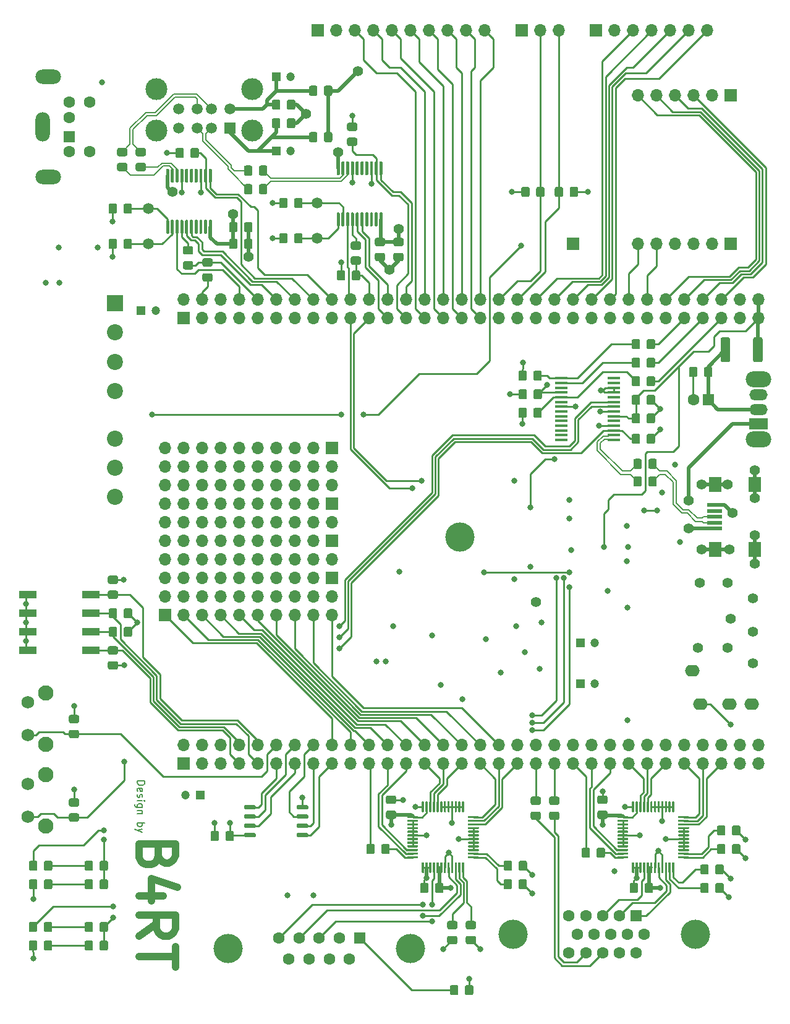
<source format=gbr>
G04 #@! TF.GenerationSoftware,KiCad,Pcbnew,(5.1.6)-1*
G04 #@! TF.CreationDate,2020-10-25T12:14:20+01:00*
G04 #@! TF.ProjectId,FPGC4IOboard,46504743-3449-44f6-926f-6172642e6b69,rev?*
G04 #@! TF.SameCoordinates,Original*
G04 #@! TF.FileFunction,Copper,L1,Top*
G04 #@! TF.FilePolarity,Positive*
%FSLAX46Y46*%
G04 Gerber Fmt 4.6, Leading zero omitted, Abs format (unit mm)*
G04 Created by KiCad (PCBNEW (5.1.6)-1) date 2020-10-25 12:14:20*
%MOMM*%
%LPD*%
G01*
G04 APERTURE LIST*
G04 #@! TA.AperFunction,NonConductor*
%ADD10C,0.150000*%
G04 #@! TD*
G04 #@! TA.AperFunction,NonConductor*
%ADD11C,1.000000*%
G04 #@! TD*
G04 #@! TA.AperFunction,ComponentPad*
%ADD12R,1.700000X1.700000*%
G04 #@! TD*
G04 #@! TA.AperFunction,ComponentPad*
%ADD13O,1.700000X1.700000*%
G04 #@! TD*
G04 #@! TA.AperFunction,ComponentPad*
%ADD14C,4.000000*%
G04 #@! TD*
G04 #@! TA.AperFunction,SMDPad,CuDef*
%ADD15R,2.000000X0.500000*%
G04 #@! TD*
G04 #@! TA.AperFunction,SMDPad,CuDef*
%ADD16R,1.700000X2.000000*%
G04 #@! TD*
G04 #@! TA.AperFunction,ComponentPad*
%ADD17O,2.000000X1.600000*%
G04 #@! TD*
G04 #@! TA.AperFunction,ComponentPad*
%ADD18C,2.200000*%
G04 #@! TD*
G04 #@! TA.AperFunction,ComponentPad*
%ADD19R,2.200000X2.200000*%
G04 #@! TD*
G04 #@! TA.AperFunction,ComponentPad*
%ADD20R,1.600000X1.600000*%
G04 #@! TD*
G04 #@! TA.AperFunction,ComponentPad*
%ADD21C,1.600000*%
G04 #@! TD*
G04 #@! TA.AperFunction,ComponentPad*
%ADD22R,1.200000X1.200000*%
G04 #@! TD*
G04 #@! TA.AperFunction,ComponentPad*
%ADD23C,1.200000*%
G04 #@! TD*
G04 #@! TA.AperFunction,ComponentPad*
%ADD24O,3.500000X2.000000*%
G04 #@! TD*
G04 #@! TA.AperFunction,ComponentPad*
%ADD25O,2.000000X4.000000*%
G04 #@! TD*
G04 #@! TA.AperFunction,ComponentPad*
%ADD26C,1.500000*%
G04 #@! TD*
G04 #@! TA.AperFunction,ComponentPad*
%ADD27C,3.000000*%
G04 #@! TD*
G04 #@! TA.AperFunction,ComponentPad*
%ADD28R,1.500000X1.500000*%
G04 #@! TD*
G04 #@! TA.AperFunction,SMDPad,CuDef*
%ADD29R,2.440000X1.120000*%
G04 #@! TD*
G04 #@! TA.AperFunction,ComponentPad*
%ADD30C,2.100000*%
G04 #@! TD*
G04 #@! TA.AperFunction,ComponentPad*
%ADD31C,1.750000*%
G04 #@! TD*
G04 #@! TA.AperFunction,ComponentPad*
%ADD32O,3.500000X2.200000*%
G04 #@! TD*
G04 #@! TA.AperFunction,ComponentPad*
%ADD33O,2.500000X1.500000*%
G04 #@! TD*
G04 #@! TA.AperFunction,ComponentPad*
%ADD34R,2.500000X1.500000*%
G04 #@! TD*
G04 #@! TA.AperFunction,SMDPad,CuDef*
%ADD35R,1.750000X0.400000*%
G04 #@! TD*
G04 #@! TA.AperFunction,ViaPad*
%ADD36C,0.800000*%
G04 #@! TD*
G04 #@! TA.AperFunction,ViaPad*
%ADD37C,1.400000*%
G04 #@! TD*
G04 #@! TA.AperFunction,Conductor*
%ADD38C,0.250000*%
G04 #@! TD*
G04 #@! TA.AperFunction,Conductor*
%ADD39C,0.500000*%
G04 #@! TD*
G04 #@! TA.AperFunction,Conductor*
%ADD40C,0.200000*%
G04 #@! TD*
G04 APERTURE END LIST*
D10*
X82605619Y-126849619D02*
X83605619Y-126849619D01*
X83605619Y-127087714D01*
X83558000Y-127230571D01*
X83462761Y-127325809D01*
X83367523Y-127373428D01*
X83177047Y-127421047D01*
X83034190Y-127421047D01*
X82843714Y-127373428D01*
X82748476Y-127325809D01*
X82653238Y-127230571D01*
X82605619Y-127087714D01*
X82605619Y-126849619D01*
X82653238Y-128230571D02*
X82605619Y-128135333D01*
X82605619Y-127944857D01*
X82653238Y-127849619D01*
X82748476Y-127802000D01*
X83129428Y-127802000D01*
X83224666Y-127849619D01*
X83272285Y-127944857D01*
X83272285Y-128135333D01*
X83224666Y-128230571D01*
X83129428Y-128278190D01*
X83034190Y-128278190D01*
X82938952Y-127802000D01*
X82653238Y-128659142D02*
X82605619Y-128754380D01*
X82605619Y-128944857D01*
X82653238Y-129040095D01*
X82748476Y-129087714D01*
X82796095Y-129087714D01*
X82891333Y-129040095D01*
X82938952Y-128944857D01*
X82938952Y-128802000D01*
X82986571Y-128706761D01*
X83081809Y-128659142D01*
X83129428Y-128659142D01*
X83224666Y-128706761D01*
X83272285Y-128802000D01*
X83272285Y-128944857D01*
X83224666Y-129040095D01*
X82605619Y-129516285D02*
X83272285Y-129516285D01*
X83605619Y-129516285D02*
X83558000Y-129468666D01*
X83510380Y-129516285D01*
X83558000Y-129563904D01*
X83605619Y-129516285D01*
X83510380Y-129516285D01*
X83272285Y-130421047D02*
X82462761Y-130421047D01*
X82367523Y-130373428D01*
X82319904Y-130325809D01*
X82272285Y-130230571D01*
X82272285Y-130087714D01*
X82319904Y-129992476D01*
X82653238Y-130421047D02*
X82605619Y-130325809D01*
X82605619Y-130135333D01*
X82653238Y-130040095D01*
X82700857Y-129992476D01*
X82796095Y-129944857D01*
X83081809Y-129944857D01*
X83177047Y-129992476D01*
X83224666Y-130040095D01*
X83272285Y-130135333D01*
X83272285Y-130325809D01*
X83224666Y-130421047D01*
X83272285Y-130897238D02*
X82605619Y-130897238D01*
X83177047Y-130897238D02*
X83224666Y-130944857D01*
X83272285Y-131040095D01*
X83272285Y-131182952D01*
X83224666Y-131278190D01*
X83129428Y-131325809D01*
X82605619Y-131325809D01*
X82605619Y-132563904D02*
X83605619Y-132563904D01*
X83224666Y-132563904D02*
X83272285Y-132659142D01*
X83272285Y-132849619D01*
X83224666Y-132944857D01*
X83177047Y-132992476D01*
X83081809Y-133040095D01*
X82796095Y-133040095D01*
X82700857Y-132992476D01*
X82653238Y-132944857D01*
X82605619Y-132849619D01*
X82605619Y-132659142D01*
X82653238Y-132563904D01*
X83272285Y-133373428D02*
X82605619Y-133611523D01*
X83272285Y-133849619D02*
X82605619Y-133611523D01*
X82367523Y-133516285D01*
X82319904Y-133468666D01*
X82272285Y-133373428D01*
D11*
X85447142Y-137081428D02*
X85209047Y-137795714D01*
X84970952Y-138033809D01*
X84494761Y-138271904D01*
X83780476Y-138271904D01*
X83304285Y-138033809D01*
X83066190Y-137795714D01*
X82828095Y-137319523D01*
X82828095Y-135414761D01*
X87828095Y-135414761D01*
X87828095Y-137081428D01*
X87590000Y-137557619D01*
X87351904Y-137795714D01*
X86875714Y-138033809D01*
X86399523Y-138033809D01*
X85923333Y-137795714D01*
X85685238Y-137557619D01*
X85447142Y-137081428D01*
X85447142Y-135414761D01*
X86161428Y-142557619D02*
X82828095Y-142557619D01*
X88066190Y-141367142D02*
X84494761Y-140176666D01*
X84494761Y-143271904D01*
X82828095Y-148033809D02*
X85209047Y-146367142D01*
X82828095Y-145176666D02*
X87828095Y-145176666D01*
X87828095Y-147081428D01*
X87590000Y-147557619D01*
X87351904Y-147795714D01*
X86875714Y-148033809D01*
X86161428Y-148033809D01*
X85685238Y-147795714D01*
X85447142Y-147557619D01*
X85209047Y-147081428D01*
X85209047Y-145176666D01*
X87828095Y-149462380D02*
X87828095Y-152319523D01*
X82828095Y-150890952D02*
X87828095Y-150890952D01*
D12*
X109220000Y-88900000D03*
D13*
X109220000Y-86360000D03*
X106680000Y-88900000D03*
X106680000Y-86360000D03*
X104140000Y-88900000D03*
X104140000Y-86360000D03*
X101600000Y-88900000D03*
X101600000Y-86360000D03*
X99060000Y-88900000D03*
X99060000Y-86360000D03*
X96520000Y-88900000D03*
X96520000Y-86360000D03*
X93980000Y-88900000D03*
X93980000Y-86360000D03*
X91440000Y-88900000D03*
X91440000Y-86360000D03*
X88900000Y-88900000D03*
X88900000Y-86360000D03*
X86360000Y-88900000D03*
X86360000Y-86360000D03*
D12*
X109220000Y-93980000D03*
D13*
X109220000Y-91440000D03*
X106680000Y-93980000D03*
X106680000Y-91440000D03*
X104140000Y-93980000D03*
X104140000Y-91440000D03*
X101600000Y-93980000D03*
X101600000Y-91440000D03*
X99060000Y-93980000D03*
X99060000Y-91440000D03*
X96520000Y-93980000D03*
X96520000Y-91440000D03*
X93980000Y-93980000D03*
X93980000Y-91440000D03*
X91440000Y-93980000D03*
X91440000Y-91440000D03*
X88900000Y-93980000D03*
X88900000Y-91440000D03*
X86360000Y-93980000D03*
X86360000Y-91440000D03*
D12*
X109220000Y-99060000D03*
D13*
X109220000Y-96520000D03*
X106680000Y-99060000D03*
X106680000Y-96520000D03*
X104140000Y-99060000D03*
X104140000Y-96520000D03*
X101600000Y-99060000D03*
X101600000Y-96520000D03*
X99060000Y-99060000D03*
X99060000Y-96520000D03*
X96520000Y-99060000D03*
X96520000Y-96520000D03*
X93980000Y-99060000D03*
X93980000Y-96520000D03*
X91440000Y-99060000D03*
X91440000Y-96520000D03*
X88900000Y-99060000D03*
X88900000Y-96520000D03*
X86360000Y-99060000D03*
X86360000Y-96520000D03*
D14*
X126748400Y-93472000D03*
D15*
X161638000Y-92278000D03*
X161638000Y-91478000D03*
X161638000Y-90678000D03*
X161638000Y-89878000D03*
X161638000Y-89078000D03*
D16*
X161738000Y-95128000D03*
X167188000Y-95128000D03*
X161738000Y-86228000D03*
X167188000Y-86228000D03*
D17*
X158626000Y-111746000D03*
X159726000Y-116346000D03*
X166726000Y-116346000D03*
X163726000Y-116346000D03*
D18*
X79502000Y-73468000D03*
X79502000Y-69468000D03*
X79502000Y-65468000D03*
X79502000Y-83968000D03*
X79502000Y-79968000D03*
D19*
X79502000Y-61468000D03*
D18*
X79502000Y-87968000D03*
D20*
X160782000Y-74676000D03*
D21*
X158782000Y-74676000D03*
D22*
X83090000Y-62484000D03*
D23*
X85090000Y-62484000D03*
X89186000Y-128778000D03*
D22*
X91186000Y-128778000D03*
D24*
X70396000Y-30488000D03*
X70396000Y-44188000D03*
D20*
X73246000Y-38638000D03*
D21*
X73246000Y-36038000D03*
X73246000Y-40738000D03*
X73246000Y-33938000D03*
X76046000Y-40738000D03*
X76046000Y-33938000D03*
D25*
X69596000Y-37338000D03*
D26*
X88250000Y-34845000D03*
X90750000Y-34845000D03*
X92750000Y-34845000D03*
X95250000Y-34845000D03*
D27*
X85180000Y-32135000D03*
X98320000Y-32135000D03*
D26*
X88250000Y-37465000D03*
X90750000Y-37465000D03*
X92750000Y-37465000D03*
D28*
X95250000Y-37465000D03*
D27*
X98320000Y-37815000D03*
X85180000Y-37815000D03*
D23*
X103600000Y-40640000D03*
D22*
X101600000Y-40640000D03*
D23*
X103600000Y-30480000D03*
D22*
X101600000Y-30480000D03*
D13*
X109220000Y-101600000D03*
X109220000Y-104140000D03*
X106680000Y-101600000D03*
X106680000Y-104140000D03*
X104140000Y-101600000D03*
X104140000Y-104140000D03*
X101600000Y-101600000D03*
X101600000Y-104140000D03*
X99060000Y-101600000D03*
X99060000Y-104140000D03*
X96520000Y-101600000D03*
X96520000Y-104140000D03*
X93980000Y-101600000D03*
X93980000Y-104140000D03*
X91440000Y-101600000D03*
X91440000Y-104140000D03*
X88900000Y-101600000D03*
X88900000Y-104140000D03*
X86360000Y-101600000D03*
D12*
X86360000Y-104140000D03*
X109220000Y-81280000D03*
D13*
X109220000Y-83820000D03*
X106680000Y-81280000D03*
X106680000Y-83820000D03*
X104140000Y-81280000D03*
X104140000Y-83820000D03*
X101600000Y-81280000D03*
X101600000Y-83820000D03*
X99060000Y-81280000D03*
X99060000Y-83820000D03*
X96520000Y-81280000D03*
X96520000Y-83820000D03*
X93980000Y-81280000D03*
X93980000Y-83820000D03*
X91440000Y-81280000D03*
X91440000Y-83820000D03*
X88900000Y-81280000D03*
X88900000Y-83820000D03*
X86360000Y-81280000D03*
X86360000Y-83820000D03*
D20*
X150876000Y-145288000D03*
D21*
X148586000Y-145288000D03*
X146296000Y-145288000D03*
X144006000Y-145288000D03*
X141716000Y-145288000D03*
X152021000Y-147826800D03*
X149731000Y-147826800D03*
X147441000Y-147826800D03*
X145151000Y-147826800D03*
X142861000Y-147826800D03*
X150876000Y-150365600D03*
X148586000Y-150365600D03*
X146296000Y-150365600D03*
X144006000Y-150365600D03*
X141716000Y-150365600D03*
D14*
X134061000Y-147825600D03*
X159061000Y-147825600D03*
D20*
X113030000Y-148336000D03*
D21*
X110260000Y-148336000D03*
X107490000Y-148336000D03*
X104720000Y-148336000D03*
X101950000Y-148336000D03*
X111645000Y-151176000D03*
X108875000Y-151176000D03*
X106105000Y-151176000D03*
X103335000Y-151176000D03*
D14*
X94990000Y-149756000D03*
X119990000Y-149756000D03*
D29*
X76187000Y-108966000D03*
X67577000Y-101346000D03*
X76187000Y-106426000D03*
X67577000Y-103886000D03*
X76187000Y-103886000D03*
X67577000Y-106426000D03*
X76187000Y-101346000D03*
X67577000Y-108966000D03*
D13*
X167640000Y-121920000D03*
X167640000Y-124460000D03*
X165100000Y-121920000D03*
X165100000Y-124460000D03*
X162560000Y-121920000D03*
X162560000Y-124460000D03*
X160020000Y-121920000D03*
X160020000Y-124460000D03*
X157480000Y-121920000D03*
X157480000Y-124460000D03*
X154940000Y-121920000D03*
X154940000Y-124460000D03*
X152400000Y-121920000D03*
X152400000Y-124460000D03*
X149860000Y-121920000D03*
X149860000Y-124460000D03*
X147320000Y-121920000D03*
X147320000Y-124460000D03*
X144780000Y-121920000D03*
X144780000Y-124460000D03*
X142240000Y-121920000D03*
X142240000Y-124460000D03*
X139700000Y-121920000D03*
X139700000Y-124460000D03*
X137160000Y-121920000D03*
X137160000Y-124460000D03*
X134620000Y-121920000D03*
X134620000Y-124460000D03*
X132080000Y-121920000D03*
X132080000Y-124460000D03*
X129540000Y-121920000D03*
X129540000Y-124460000D03*
X127000000Y-121920000D03*
X127000000Y-124460000D03*
X124460000Y-121920000D03*
X124460000Y-124460000D03*
X121920000Y-121920000D03*
X121920000Y-124460000D03*
X119380000Y-121920000D03*
X119380000Y-124460000D03*
X116840000Y-121920000D03*
X116840000Y-124460000D03*
X114300000Y-121920000D03*
X114300000Y-124460000D03*
X111760000Y-121920000D03*
X111760000Y-124460000D03*
X109220000Y-121920000D03*
X109220000Y-124460000D03*
X106680000Y-121920000D03*
X106680000Y-124460000D03*
X104140000Y-121920000D03*
X104140000Y-124460000D03*
X101600000Y-121920000D03*
X101600000Y-124460000D03*
X99060000Y-121920000D03*
X99060000Y-124460000D03*
X96520000Y-121920000D03*
X96520000Y-124460000D03*
X93980000Y-121920000D03*
X93980000Y-124460000D03*
X91440000Y-121920000D03*
X91440000Y-124460000D03*
X88900000Y-121920000D03*
D12*
X88900000Y-124460000D03*
X88900000Y-63500000D03*
D13*
X88900000Y-60960000D03*
X91440000Y-63500000D03*
X91440000Y-60960000D03*
X93980000Y-63500000D03*
X93980000Y-60960000D03*
X96520000Y-63500000D03*
X96520000Y-60960000D03*
X99060000Y-63500000D03*
X99060000Y-60960000D03*
X101600000Y-63500000D03*
X101600000Y-60960000D03*
X104140000Y-63500000D03*
X104140000Y-60960000D03*
X106680000Y-63500000D03*
X106680000Y-60960000D03*
X109220000Y-63500000D03*
X109220000Y-60960000D03*
X111760000Y-63500000D03*
X111760000Y-60960000D03*
X114300000Y-63500000D03*
X114300000Y-60960000D03*
X116840000Y-63500000D03*
X116840000Y-60960000D03*
X119380000Y-63500000D03*
X119380000Y-60960000D03*
X121920000Y-63500000D03*
X121920000Y-60960000D03*
X124460000Y-63500000D03*
X124460000Y-60960000D03*
X127000000Y-63500000D03*
X127000000Y-60960000D03*
X129540000Y-63500000D03*
X129540000Y-60960000D03*
X132080000Y-63500000D03*
X132080000Y-60960000D03*
X134620000Y-63500000D03*
X134620000Y-60960000D03*
X137160000Y-63500000D03*
X137160000Y-60960000D03*
X139700000Y-63500000D03*
X139700000Y-60960000D03*
X142240000Y-63500000D03*
X142240000Y-60960000D03*
X144780000Y-63500000D03*
X144780000Y-60960000D03*
X147320000Y-63500000D03*
X147320000Y-60960000D03*
X149860000Y-63500000D03*
X149860000Y-60960000D03*
X152400000Y-63500000D03*
X152400000Y-60960000D03*
X154940000Y-63500000D03*
X154940000Y-60960000D03*
X157480000Y-63500000D03*
X157480000Y-60960000D03*
X160020000Y-63500000D03*
X160020000Y-60960000D03*
X162560000Y-63500000D03*
X162560000Y-60960000D03*
X165100000Y-63500000D03*
X165100000Y-60960000D03*
X167640000Y-63500000D03*
X167640000Y-60960000D03*
D12*
X142240000Y-53340000D03*
D13*
X151130000Y-53340000D03*
X153670000Y-53340000D03*
X156210000Y-53340000D03*
X158750000Y-53340000D03*
X161290000Y-53340000D03*
D12*
X163830000Y-53340000D03*
X163830000Y-33020000D03*
D13*
X161290000Y-33020000D03*
X158750000Y-33020000D03*
X156210000Y-33020000D03*
X153670000Y-33020000D03*
X151130000Y-33020000D03*
D12*
X107315000Y-24130000D03*
D13*
X109855000Y-24130000D03*
X112395000Y-24130000D03*
X114935000Y-24130000D03*
X117475000Y-24130000D03*
X120015000Y-24130000D03*
X122555000Y-24130000D03*
X125095000Y-24130000D03*
X127635000Y-24130000D03*
X130175000Y-24130000D03*
D12*
X135255000Y-24130000D03*
D13*
X137795000Y-24130000D03*
X140335000Y-24130000D03*
D12*
X145415000Y-24130000D03*
D13*
X147955000Y-24130000D03*
X150495000Y-24130000D03*
X153035000Y-24130000D03*
X155575000Y-24130000D03*
X158115000Y-24130000D03*
X160655000Y-24130000D03*
G04 #@! TA.AperFunction,SMDPad,CuDef*
G36*
G01*
X106000000Y-134089000D02*
X106000000Y-134389000D01*
G75*
G02*
X105850000Y-134539000I-150000J0D01*
G01*
X104550000Y-134539000D01*
G75*
G02*
X104400000Y-134389000I0J150000D01*
G01*
X104400000Y-134089000D01*
G75*
G02*
X104550000Y-133939000I150000J0D01*
G01*
X105850000Y-133939000D01*
G75*
G02*
X106000000Y-134089000I0J-150000D01*
G01*
G37*
G04 #@! TD.AperFunction*
G04 #@! TA.AperFunction,SMDPad,CuDef*
G36*
G01*
X106000000Y-132819000D02*
X106000000Y-133119000D01*
G75*
G02*
X105850000Y-133269000I-150000J0D01*
G01*
X104550000Y-133269000D01*
G75*
G02*
X104400000Y-133119000I0J150000D01*
G01*
X104400000Y-132819000D01*
G75*
G02*
X104550000Y-132669000I150000J0D01*
G01*
X105850000Y-132669000D01*
G75*
G02*
X106000000Y-132819000I0J-150000D01*
G01*
G37*
G04 #@! TD.AperFunction*
G04 #@! TA.AperFunction,SMDPad,CuDef*
G36*
G01*
X106000000Y-131549000D02*
X106000000Y-131849000D01*
G75*
G02*
X105850000Y-131999000I-150000J0D01*
G01*
X104550000Y-131999000D01*
G75*
G02*
X104400000Y-131849000I0J150000D01*
G01*
X104400000Y-131549000D01*
G75*
G02*
X104550000Y-131399000I150000J0D01*
G01*
X105850000Y-131399000D01*
G75*
G02*
X106000000Y-131549000I0J-150000D01*
G01*
G37*
G04 #@! TD.AperFunction*
G04 #@! TA.AperFunction,SMDPad,CuDef*
G36*
G01*
X106000000Y-130279000D02*
X106000000Y-130579000D01*
G75*
G02*
X105850000Y-130729000I-150000J0D01*
G01*
X104550000Y-130729000D01*
G75*
G02*
X104400000Y-130579000I0J150000D01*
G01*
X104400000Y-130279000D01*
G75*
G02*
X104550000Y-130129000I150000J0D01*
G01*
X105850000Y-130129000D01*
G75*
G02*
X106000000Y-130279000I0J-150000D01*
G01*
G37*
G04 #@! TD.AperFunction*
G04 #@! TA.AperFunction,SMDPad,CuDef*
G36*
G01*
X98800000Y-130279000D02*
X98800000Y-130579000D01*
G75*
G02*
X98650000Y-130729000I-150000J0D01*
G01*
X97350000Y-130729000D01*
G75*
G02*
X97200000Y-130579000I0J150000D01*
G01*
X97200000Y-130279000D01*
G75*
G02*
X97350000Y-130129000I150000J0D01*
G01*
X98650000Y-130129000D01*
G75*
G02*
X98800000Y-130279000I0J-150000D01*
G01*
G37*
G04 #@! TD.AperFunction*
G04 #@! TA.AperFunction,SMDPad,CuDef*
G36*
G01*
X98800000Y-131549000D02*
X98800000Y-131849000D01*
G75*
G02*
X98650000Y-131999000I-150000J0D01*
G01*
X97350000Y-131999000D01*
G75*
G02*
X97200000Y-131849000I0J150000D01*
G01*
X97200000Y-131549000D01*
G75*
G02*
X97350000Y-131399000I150000J0D01*
G01*
X98650000Y-131399000D01*
G75*
G02*
X98800000Y-131549000I0J-150000D01*
G01*
G37*
G04 #@! TD.AperFunction*
G04 #@! TA.AperFunction,SMDPad,CuDef*
G36*
G01*
X98800000Y-132819000D02*
X98800000Y-133119000D01*
G75*
G02*
X98650000Y-133269000I-150000J0D01*
G01*
X97350000Y-133269000D01*
G75*
G02*
X97200000Y-133119000I0J150000D01*
G01*
X97200000Y-132819000D01*
G75*
G02*
X97350000Y-132669000I150000J0D01*
G01*
X98650000Y-132669000D01*
G75*
G02*
X98800000Y-132819000I0J-150000D01*
G01*
G37*
G04 #@! TD.AperFunction*
G04 #@! TA.AperFunction,SMDPad,CuDef*
G36*
G01*
X98800000Y-134089000D02*
X98800000Y-134389000D01*
G75*
G02*
X98650000Y-134539000I-150000J0D01*
G01*
X97350000Y-134539000D01*
G75*
G02*
X97200000Y-134389000I0J150000D01*
G01*
X97200000Y-134089000D01*
G75*
G02*
X97350000Y-133939000I150000J0D01*
G01*
X98650000Y-133939000D01*
G75*
G02*
X98800000Y-134089000I0J-150000D01*
G01*
G37*
G04 #@! TD.AperFunction*
G04 #@! TA.AperFunction,SMDPad,CuDef*
G36*
G01*
X126180001Y-147133000D02*
X125279999Y-147133000D01*
G75*
G02*
X125030000Y-146883001I0J249999D01*
G01*
X125030000Y-146232999D01*
G75*
G02*
X125279999Y-145983000I249999J0D01*
G01*
X126180001Y-145983000D01*
G75*
G02*
X126430000Y-146232999I0J-249999D01*
G01*
X126430000Y-146883001D01*
G75*
G02*
X126180001Y-147133000I-249999J0D01*
G01*
G37*
G04 #@! TD.AperFunction*
G04 #@! TA.AperFunction,SMDPad,CuDef*
G36*
G01*
X126180001Y-149183000D02*
X125279999Y-149183000D01*
G75*
G02*
X125030000Y-148933001I0J249999D01*
G01*
X125030000Y-148282999D01*
G75*
G02*
X125279999Y-148033000I249999J0D01*
G01*
X126180001Y-148033000D01*
G75*
G02*
X126430000Y-148282999I0J-249999D01*
G01*
X126430000Y-148933001D01*
G75*
G02*
X126180001Y-149183000I-249999J0D01*
G01*
G37*
G04 #@! TD.AperFunction*
G04 #@! TA.AperFunction,SMDPad,CuDef*
G36*
G01*
X128720001Y-147124000D02*
X127819999Y-147124000D01*
G75*
G02*
X127570000Y-146874001I0J249999D01*
G01*
X127570000Y-146223999D01*
G75*
G02*
X127819999Y-145974000I249999J0D01*
G01*
X128720001Y-145974000D01*
G75*
G02*
X128970000Y-146223999I0J-249999D01*
G01*
X128970000Y-146874001D01*
G75*
G02*
X128720001Y-147124000I-249999J0D01*
G01*
G37*
G04 #@! TD.AperFunction*
G04 #@! TA.AperFunction,SMDPad,CuDef*
G36*
G01*
X128720001Y-149174000D02*
X127819999Y-149174000D01*
G75*
G02*
X127570000Y-148924001I0J249999D01*
G01*
X127570000Y-148273999D01*
G75*
G02*
X127819999Y-148024000I249999J0D01*
G01*
X128720001Y-148024000D01*
G75*
G02*
X128970000Y-148273999I0J-249999D01*
G01*
X128970000Y-148924001D01*
G75*
G02*
X128720001Y-149174000I-249999J0D01*
G01*
G37*
G04 #@! TD.AperFunction*
G04 #@! TA.AperFunction,SMDPad,CuDef*
G36*
G01*
X121327000Y-141928001D02*
X121327000Y-141027999D01*
G75*
G02*
X121576999Y-140778000I249999J0D01*
G01*
X122227001Y-140778000D01*
G75*
G02*
X122477000Y-141027999I0J-249999D01*
G01*
X122477000Y-141928001D01*
G75*
G02*
X122227001Y-142178000I-249999J0D01*
G01*
X121576999Y-142178000D01*
G75*
G02*
X121327000Y-141928001I0J249999D01*
G01*
G37*
G04 #@! TD.AperFunction*
G04 #@! TA.AperFunction,SMDPad,CuDef*
G36*
G01*
X123377000Y-141928001D02*
X123377000Y-141027999D01*
G75*
G02*
X123626999Y-140778000I249999J0D01*
G01*
X124277001Y-140778000D01*
G75*
G02*
X124527000Y-141027999I0J-249999D01*
G01*
X124527000Y-141928001D01*
G75*
G02*
X124277001Y-142178000I-249999J0D01*
G01*
X123626999Y-142178000D01*
G75*
G02*
X123377000Y-141928001I0J249999D01*
G01*
G37*
G04 #@! TD.AperFunction*
G04 #@! TA.AperFunction,SMDPad,CuDef*
G36*
G01*
X117798001Y-132020000D02*
X116897999Y-132020000D01*
G75*
G02*
X116648000Y-131770001I0J249999D01*
G01*
X116648000Y-131119999D01*
G75*
G02*
X116897999Y-130870000I249999J0D01*
G01*
X117798001Y-130870000D01*
G75*
G02*
X118048000Y-131119999I0J-249999D01*
G01*
X118048000Y-131770001D01*
G75*
G02*
X117798001Y-132020000I-249999J0D01*
G01*
G37*
G04 #@! TD.AperFunction*
G04 #@! TA.AperFunction,SMDPad,CuDef*
G36*
G01*
X117798001Y-129970000D02*
X116897999Y-129970000D01*
G75*
G02*
X116648000Y-129720001I0J249999D01*
G01*
X116648000Y-129069999D01*
G75*
G02*
X116897999Y-128820000I249999J0D01*
G01*
X117798001Y-128820000D01*
G75*
G02*
X118048000Y-129069999I0J-249999D01*
G01*
X118048000Y-129720001D01*
G75*
G02*
X117798001Y-129970000I-249999J0D01*
G01*
G37*
G04 #@! TD.AperFunction*
G04 #@! TA.AperFunction,SMDPad,CuDef*
G36*
G01*
X98365000Y-52889999D02*
X98365000Y-53790001D01*
G75*
G02*
X98115001Y-54040000I-249999J0D01*
G01*
X97464999Y-54040000D01*
G75*
G02*
X97215000Y-53790001I0J249999D01*
G01*
X97215000Y-52889999D01*
G75*
G02*
X97464999Y-52640000I249999J0D01*
G01*
X98115001Y-52640000D01*
G75*
G02*
X98365000Y-52889999I0J-249999D01*
G01*
G37*
G04 #@! TD.AperFunction*
G04 #@! TA.AperFunction,SMDPad,CuDef*
G36*
G01*
X96315000Y-52889999D02*
X96315000Y-53790001D01*
G75*
G02*
X96065001Y-54040000I-249999J0D01*
G01*
X95414999Y-54040000D01*
G75*
G02*
X95165000Y-53790001I0J249999D01*
G01*
X95165000Y-52889999D01*
G75*
G02*
X95414999Y-52640000I249999J0D01*
G01*
X96065001Y-52640000D01*
G75*
G02*
X96315000Y-52889999I0J-249999D01*
G01*
G37*
G04 #@! TD.AperFunction*
G04 #@! TA.AperFunction,SMDPad,CuDef*
G36*
G01*
X96315000Y-50603999D02*
X96315000Y-51504001D01*
G75*
G02*
X96065001Y-51754000I-249999J0D01*
G01*
X95414999Y-51754000D01*
G75*
G02*
X95165000Y-51504001I0J249999D01*
G01*
X95165000Y-50603999D01*
G75*
G02*
X95414999Y-50354000I249999J0D01*
G01*
X96065001Y-50354000D01*
G75*
G02*
X96315000Y-50603999I0J-249999D01*
G01*
G37*
G04 #@! TD.AperFunction*
G04 #@! TA.AperFunction,SMDPad,CuDef*
G36*
G01*
X98365000Y-50603999D02*
X98365000Y-51504001D01*
G75*
G02*
X98115001Y-51754000I-249999J0D01*
G01*
X97464999Y-51754000D01*
G75*
G02*
X97215000Y-51504001I0J249999D01*
G01*
X97215000Y-50603999D01*
G75*
G02*
X97464999Y-50354000I249999J0D01*
G01*
X98115001Y-50354000D01*
G75*
G02*
X98365000Y-50603999I0J-249999D01*
G01*
G37*
G04 #@! TD.AperFunction*
G04 #@! TA.AperFunction,SMDPad,CuDef*
G36*
G01*
X104225000Y-33839999D02*
X104225000Y-34740001D01*
G75*
G02*
X103975001Y-34990000I-249999J0D01*
G01*
X103324999Y-34990000D01*
G75*
G02*
X103075000Y-34740001I0J249999D01*
G01*
X103075000Y-33839999D01*
G75*
G02*
X103324999Y-33590000I249999J0D01*
G01*
X103975001Y-33590000D01*
G75*
G02*
X104225000Y-33839999I0J-249999D01*
G01*
G37*
G04 #@! TD.AperFunction*
G04 #@! TA.AperFunction,SMDPad,CuDef*
G36*
G01*
X102175000Y-33839999D02*
X102175000Y-34740001D01*
G75*
G02*
X101925001Y-34990000I-249999J0D01*
G01*
X101274999Y-34990000D01*
G75*
G02*
X101025000Y-34740001I0J249999D01*
G01*
X101025000Y-33839999D01*
G75*
G02*
X101274999Y-33590000I249999J0D01*
G01*
X101925001Y-33590000D01*
G75*
G02*
X102175000Y-33839999I0J-249999D01*
G01*
G37*
G04 #@! TD.AperFunction*
G04 #@! TA.AperFunction,SMDPad,CuDef*
G36*
G01*
X81855000Y-52889999D02*
X81855000Y-53790001D01*
G75*
G02*
X81605001Y-54040000I-249999J0D01*
G01*
X80954999Y-54040000D01*
G75*
G02*
X80705000Y-53790001I0J249999D01*
G01*
X80705000Y-52889999D01*
G75*
G02*
X80954999Y-52640000I249999J0D01*
G01*
X81605001Y-52640000D01*
G75*
G02*
X81855000Y-52889999I0J-249999D01*
G01*
G37*
G04 #@! TD.AperFunction*
G04 #@! TA.AperFunction,SMDPad,CuDef*
G36*
G01*
X79805000Y-52889999D02*
X79805000Y-53790001D01*
G75*
G02*
X79555001Y-54040000I-249999J0D01*
G01*
X78904999Y-54040000D01*
G75*
G02*
X78655000Y-53790001I0J249999D01*
G01*
X78655000Y-52889999D01*
G75*
G02*
X78904999Y-52640000I249999J0D01*
G01*
X79555001Y-52640000D01*
G75*
G02*
X79805000Y-52889999I0J-249999D01*
G01*
G37*
G04 #@! TD.AperFunction*
G04 #@! TA.AperFunction,SMDPad,CuDef*
G36*
G01*
X78655000Y-48964001D02*
X78655000Y-48063999D01*
G75*
G02*
X78904999Y-47814000I249999J0D01*
G01*
X79555001Y-47814000D01*
G75*
G02*
X79805000Y-48063999I0J-249999D01*
G01*
X79805000Y-48964001D01*
G75*
G02*
X79555001Y-49214000I-249999J0D01*
G01*
X78904999Y-49214000D01*
G75*
G02*
X78655000Y-48964001I0J249999D01*
G01*
G37*
G04 #@! TD.AperFunction*
G04 #@! TA.AperFunction,SMDPad,CuDef*
G36*
G01*
X80705000Y-48964001D02*
X80705000Y-48063999D01*
G75*
G02*
X80954999Y-47814000I249999J0D01*
G01*
X81605001Y-47814000D01*
G75*
G02*
X81855000Y-48063999I0J-249999D01*
G01*
X81855000Y-48964001D01*
G75*
G02*
X81605001Y-49214000I-249999J0D01*
G01*
X80954999Y-49214000D01*
G75*
G02*
X80705000Y-48964001I0J249999D01*
G01*
G37*
G04 #@! TD.AperFunction*
G04 #@! TA.AperFunction,SMDPad,CuDef*
G36*
G01*
X103173000Y-47301999D02*
X103173000Y-48202001D01*
G75*
G02*
X102923001Y-48452000I-249999J0D01*
G01*
X102272999Y-48452000D01*
G75*
G02*
X102023000Y-48202001I0J249999D01*
G01*
X102023000Y-47301999D01*
G75*
G02*
X102272999Y-47052000I249999J0D01*
G01*
X102923001Y-47052000D01*
G75*
G02*
X103173000Y-47301999I0J-249999D01*
G01*
G37*
G04 #@! TD.AperFunction*
G04 #@! TA.AperFunction,SMDPad,CuDef*
G36*
G01*
X105223000Y-47301999D02*
X105223000Y-48202001D01*
G75*
G02*
X104973001Y-48452000I-249999J0D01*
G01*
X104322999Y-48452000D01*
G75*
G02*
X104073000Y-48202001I0J249999D01*
G01*
X104073000Y-47301999D01*
G75*
G02*
X104322999Y-47052000I249999J0D01*
G01*
X104973001Y-47052000D01*
G75*
G02*
X105223000Y-47301999I0J-249999D01*
G01*
G37*
G04 #@! TD.AperFunction*
G04 #@! TA.AperFunction,SMDPad,CuDef*
G36*
G01*
X102023000Y-53028001D02*
X102023000Y-52127999D01*
G75*
G02*
X102272999Y-51878000I249999J0D01*
G01*
X102923001Y-51878000D01*
G75*
G02*
X103173000Y-52127999I0J-249999D01*
G01*
X103173000Y-53028001D01*
G75*
G02*
X102923001Y-53278000I-249999J0D01*
G01*
X102272999Y-53278000D01*
G75*
G02*
X102023000Y-53028001I0J249999D01*
G01*
G37*
G04 #@! TD.AperFunction*
G04 #@! TA.AperFunction,SMDPad,CuDef*
G36*
G01*
X104073000Y-53028001D02*
X104073000Y-52127999D01*
G75*
G02*
X104322999Y-51878000I249999J0D01*
G01*
X104973001Y-51878000D01*
G75*
G02*
X105223000Y-52127999I0J-249999D01*
G01*
X105223000Y-53028001D01*
G75*
G02*
X104973001Y-53278000I-249999J0D01*
G01*
X104322999Y-53278000D01*
G75*
G02*
X104073000Y-53028001I0J249999D01*
G01*
G37*
G04 #@! TD.AperFunction*
G04 #@! TA.AperFunction,SMDPad,CuDef*
G36*
G01*
X104225000Y-36379999D02*
X104225000Y-37280001D01*
G75*
G02*
X103975001Y-37530000I-249999J0D01*
G01*
X103324999Y-37530000D01*
G75*
G02*
X103075000Y-37280001I0J249999D01*
G01*
X103075000Y-36379999D01*
G75*
G02*
X103324999Y-36130000I249999J0D01*
G01*
X103975001Y-36130000D01*
G75*
G02*
X104225000Y-36379999I0J-249999D01*
G01*
G37*
G04 #@! TD.AperFunction*
G04 #@! TA.AperFunction,SMDPad,CuDef*
G36*
G01*
X102175000Y-36379999D02*
X102175000Y-37280001D01*
G75*
G02*
X101925001Y-37530000I-249999J0D01*
G01*
X101274999Y-37530000D01*
G75*
G02*
X101025000Y-37280001I0J249999D01*
G01*
X101025000Y-36379999D01*
G75*
G02*
X101274999Y-36130000I249999J0D01*
G01*
X101925001Y-36130000D01*
G75*
G02*
X102175000Y-36379999I0J-249999D01*
G01*
G37*
G04 #@! TD.AperFunction*
G04 #@! TA.AperFunction,SMDPad,CuDef*
G36*
G01*
X162899000Y-141027999D02*
X162899000Y-141928001D01*
G75*
G02*
X162649001Y-142178000I-249999J0D01*
G01*
X161998999Y-142178000D01*
G75*
G02*
X161749000Y-141928001I0J249999D01*
G01*
X161749000Y-141027999D01*
G75*
G02*
X161998999Y-140778000I249999J0D01*
G01*
X162649001Y-140778000D01*
G75*
G02*
X162899000Y-141027999I0J-249999D01*
G01*
G37*
G04 #@! TD.AperFunction*
G04 #@! TA.AperFunction,SMDPad,CuDef*
G36*
G01*
X160849000Y-141027999D02*
X160849000Y-141928001D01*
G75*
G02*
X160599001Y-142178000I-249999J0D01*
G01*
X159948999Y-142178000D01*
G75*
G02*
X159699000Y-141928001I0J249999D01*
G01*
X159699000Y-141027999D01*
G75*
G02*
X159948999Y-140778000I249999J0D01*
G01*
X160599001Y-140778000D01*
G75*
G02*
X160849000Y-141027999I0J-249999D01*
G01*
G37*
G04 #@! TD.AperFunction*
G04 #@! TA.AperFunction,SMDPad,CuDef*
G36*
G01*
X162899000Y-138487999D02*
X162899000Y-139388001D01*
G75*
G02*
X162649001Y-139638000I-249999J0D01*
G01*
X161998999Y-139638000D01*
G75*
G02*
X161749000Y-139388001I0J249999D01*
G01*
X161749000Y-138487999D01*
G75*
G02*
X161998999Y-138238000I249999J0D01*
G01*
X162649001Y-138238000D01*
G75*
G02*
X162899000Y-138487999I0J-249999D01*
G01*
G37*
G04 #@! TD.AperFunction*
G04 #@! TA.AperFunction,SMDPad,CuDef*
G36*
G01*
X160849000Y-138487999D02*
X160849000Y-139388001D01*
G75*
G02*
X160599001Y-139638000I-249999J0D01*
G01*
X159948999Y-139638000D01*
G75*
G02*
X159699000Y-139388001I0J249999D01*
G01*
X159699000Y-138487999D01*
G75*
G02*
X159948999Y-138238000I249999J0D01*
G01*
X160599001Y-138238000D01*
G75*
G02*
X160849000Y-138487999I0J-249999D01*
G01*
G37*
G04 #@! TD.AperFunction*
G04 #@! TA.AperFunction,SMDPad,CuDef*
G36*
G01*
X118814001Y-55711000D02*
X117913999Y-55711000D01*
G75*
G02*
X117664000Y-55461001I0J249999D01*
G01*
X117664000Y-54810999D01*
G75*
G02*
X117913999Y-54561000I249999J0D01*
G01*
X118814001Y-54561000D01*
G75*
G02*
X119064000Y-54810999I0J-249999D01*
G01*
X119064000Y-55461001D01*
G75*
G02*
X118814001Y-55711000I-249999J0D01*
G01*
G37*
G04 #@! TD.AperFunction*
G04 #@! TA.AperFunction,SMDPad,CuDef*
G36*
G01*
X118814001Y-53661000D02*
X117913999Y-53661000D01*
G75*
G02*
X117664000Y-53411001I0J249999D01*
G01*
X117664000Y-52760999D01*
G75*
G02*
X117913999Y-52511000I249999J0D01*
G01*
X118814001Y-52511000D01*
G75*
G02*
X119064000Y-52760999I0J-249999D01*
G01*
X119064000Y-53411001D01*
G75*
G02*
X118814001Y-53661000I-249999J0D01*
G01*
G37*
G04 #@! TD.AperFunction*
G04 #@! TA.AperFunction,SMDPad,CuDef*
G36*
G01*
X116274001Y-53661000D02*
X115373999Y-53661000D01*
G75*
G02*
X115124000Y-53411001I0J249999D01*
G01*
X115124000Y-52760999D01*
G75*
G02*
X115373999Y-52511000I249999J0D01*
G01*
X116274001Y-52511000D01*
G75*
G02*
X116524000Y-52760999I0J-249999D01*
G01*
X116524000Y-53411001D01*
G75*
G02*
X116274001Y-53661000I-249999J0D01*
G01*
G37*
G04 #@! TD.AperFunction*
G04 #@! TA.AperFunction,SMDPad,CuDef*
G36*
G01*
X116274001Y-55711000D02*
X115373999Y-55711000D01*
G75*
G02*
X115124000Y-55461001I0J249999D01*
G01*
X115124000Y-54810999D01*
G75*
G02*
X115373999Y-54561000I249999J0D01*
G01*
X116274001Y-54561000D01*
G75*
G02*
X116524000Y-54810999I0J-249999D01*
G01*
X116524000Y-55461001D01*
G75*
G02*
X116274001Y-55711000I-249999J0D01*
G01*
G37*
G04 #@! TD.AperFunction*
G04 #@! TA.AperFunction,SMDPad,CuDef*
G36*
G01*
X152079000Y-141928001D02*
X152079000Y-141027999D01*
G75*
G02*
X152328999Y-140778000I249999J0D01*
G01*
X152979001Y-140778000D01*
G75*
G02*
X153229000Y-141027999I0J-249999D01*
G01*
X153229000Y-141928001D01*
G75*
G02*
X152979001Y-142178000I-249999J0D01*
G01*
X152328999Y-142178000D01*
G75*
G02*
X152079000Y-141928001I0J249999D01*
G01*
G37*
G04 #@! TD.AperFunction*
G04 #@! TA.AperFunction,SMDPad,CuDef*
G36*
G01*
X150029000Y-141928001D02*
X150029000Y-141027999D01*
G75*
G02*
X150278999Y-140778000I249999J0D01*
G01*
X150929001Y-140778000D01*
G75*
G02*
X151179000Y-141027999I0J-249999D01*
G01*
X151179000Y-141928001D01*
G75*
G02*
X150929001Y-142178000I-249999J0D01*
G01*
X150278999Y-142178000D01*
G75*
G02*
X150029000Y-141928001I0J249999D01*
G01*
G37*
G04 #@! TD.AperFunction*
G04 #@! TA.AperFunction,SMDPad,CuDef*
G36*
G01*
X146754001Y-129970000D02*
X145853999Y-129970000D01*
G75*
G02*
X145604000Y-129720001I0J249999D01*
G01*
X145604000Y-129069999D01*
G75*
G02*
X145853999Y-128820000I249999J0D01*
G01*
X146754001Y-128820000D01*
G75*
G02*
X147004000Y-129069999I0J-249999D01*
G01*
X147004000Y-129720001D01*
G75*
G02*
X146754001Y-129970000I-249999J0D01*
G01*
G37*
G04 #@! TD.AperFunction*
G04 #@! TA.AperFunction,SMDPad,CuDef*
G36*
G01*
X146754001Y-132020000D02*
X145853999Y-132020000D01*
G75*
G02*
X145604000Y-131770001I0J249999D01*
G01*
X145604000Y-131119999D01*
G75*
G02*
X145853999Y-130870000I249999J0D01*
G01*
X146754001Y-130870000D01*
G75*
G02*
X147004000Y-131119999I0J-249999D01*
G01*
X147004000Y-131770001D01*
G75*
G02*
X146754001Y-132020000I-249999J0D01*
G01*
G37*
G04 #@! TD.AperFunction*
G04 #@! TA.AperFunction,SMDPad,CuDef*
G36*
G01*
X92625000Y-134816001D02*
X92625000Y-133915999D01*
G75*
G02*
X92874999Y-133666000I249999J0D01*
G01*
X93525001Y-133666000D01*
G75*
G02*
X93775000Y-133915999I0J-249999D01*
G01*
X93775000Y-134816001D01*
G75*
G02*
X93525001Y-135066000I-249999J0D01*
G01*
X92874999Y-135066000D01*
G75*
G02*
X92625000Y-134816001I0J249999D01*
G01*
G37*
G04 #@! TD.AperFunction*
G04 #@! TA.AperFunction,SMDPad,CuDef*
G36*
G01*
X94675000Y-134816001D02*
X94675000Y-133915999D01*
G75*
G02*
X94924999Y-133666000I249999J0D01*
G01*
X95575001Y-133666000D01*
G75*
G02*
X95825000Y-133915999I0J-249999D01*
G01*
X95825000Y-134816001D01*
G75*
G02*
X95575001Y-135066000I-249999J0D01*
G01*
X94924999Y-135066000D01*
G75*
G02*
X94675000Y-134816001I0J249999D01*
G01*
G37*
G04 #@! TD.AperFunction*
D22*
X143256000Y-107950000D03*
D23*
X145256000Y-107950000D03*
D22*
X143256000Y-113538000D03*
D23*
X145256000Y-113538000D03*
G04 #@! TA.AperFunction,SMDPad,CuDef*
G36*
G01*
X151451000Y-76765999D02*
X151451000Y-77666001D01*
G75*
G02*
X151201001Y-77916000I-249999J0D01*
G01*
X150550999Y-77916000D01*
G75*
G02*
X150301000Y-77666001I0J249999D01*
G01*
X150301000Y-76765999D01*
G75*
G02*
X150550999Y-76516000I249999J0D01*
G01*
X151201001Y-76516000D01*
G75*
G02*
X151451000Y-76765999I0J-249999D01*
G01*
G37*
G04 #@! TD.AperFunction*
G04 #@! TA.AperFunction,SMDPad,CuDef*
G36*
G01*
X153501000Y-76765999D02*
X153501000Y-77666001D01*
G75*
G02*
X153251001Y-77916000I-249999J0D01*
G01*
X152600999Y-77916000D01*
G75*
G02*
X152351000Y-77666001I0J249999D01*
G01*
X152351000Y-76765999D01*
G75*
G02*
X152600999Y-76516000I249999J0D01*
G01*
X153251001Y-76516000D01*
G75*
G02*
X153501000Y-76765999I0J-249999D01*
G01*
G37*
G04 #@! TD.AperFunction*
G04 #@! TA.AperFunction,SMDPad,CuDef*
G36*
G01*
X152351000Y-75126001D02*
X152351000Y-74225999D01*
G75*
G02*
X152600999Y-73976000I249999J0D01*
G01*
X153251001Y-73976000D01*
G75*
G02*
X153501000Y-74225999I0J-249999D01*
G01*
X153501000Y-75126001D01*
G75*
G02*
X153251001Y-75376000I-249999J0D01*
G01*
X152600999Y-75376000D01*
G75*
G02*
X152351000Y-75126001I0J249999D01*
G01*
G37*
G04 #@! TD.AperFunction*
G04 #@! TA.AperFunction,SMDPad,CuDef*
G36*
G01*
X150301000Y-75126001D02*
X150301000Y-74225999D01*
G75*
G02*
X150550999Y-73976000I249999J0D01*
G01*
X151201001Y-73976000D01*
G75*
G02*
X151451000Y-74225999I0J-249999D01*
G01*
X151451000Y-75126001D01*
G75*
G02*
X151201001Y-75376000I-249999J0D01*
G01*
X150550999Y-75376000D01*
G75*
G02*
X150301000Y-75126001I0J249999D01*
G01*
G37*
G04 #@! TD.AperFunction*
G04 #@! TA.AperFunction,SMDPad,CuDef*
G36*
G01*
X134807000Y-74364001D02*
X134807000Y-73463999D01*
G75*
G02*
X135056999Y-73214000I249999J0D01*
G01*
X135707001Y-73214000D01*
G75*
G02*
X135957000Y-73463999I0J-249999D01*
G01*
X135957000Y-74364001D01*
G75*
G02*
X135707001Y-74614000I-249999J0D01*
G01*
X135056999Y-74614000D01*
G75*
G02*
X134807000Y-74364001I0J249999D01*
G01*
G37*
G04 #@! TD.AperFunction*
G04 #@! TA.AperFunction,SMDPad,CuDef*
G36*
G01*
X136857000Y-74364001D02*
X136857000Y-73463999D01*
G75*
G02*
X137106999Y-73214000I249999J0D01*
G01*
X137757001Y-73214000D01*
G75*
G02*
X138007000Y-73463999I0J-249999D01*
G01*
X138007000Y-74364001D01*
G75*
G02*
X137757001Y-74614000I-249999J0D01*
G01*
X137106999Y-74614000D01*
G75*
G02*
X136857000Y-74364001I0J249999D01*
G01*
G37*
G04 #@! TD.AperFunction*
G04 #@! TA.AperFunction,SMDPad,CuDef*
G36*
G01*
X153501000Y-79559999D02*
X153501000Y-80460001D01*
G75*
G02*
X153251001Y-80710000I-249999J0D01*
G01*
X152600999Y-80710000D01*
G75*
G02*
X152351000Y-80460001I0J249999D01*
G01*
X152351000Y-79559999D01*
G75*
G02*
X152600999Y-79310000I249999J0D01*
G01*
X153251001Y-79310000D01*
G75*
G02*
X153501000Y-79559999I0J-249999D01*
G01*
G37*
G04 #@! TD.AperFunction*
G04 #@! TA.AperFunction,SMDPad,CuDef*
G36*
G01*
X151451000Y-79559999D02*
X151451000Y-80460001D01*
G75*
G02*
X151201001Y-80710000I-249999J0D01*
G01*
X150550999Y-80710000D01*
G75*
G02*
X150301000Y-80460001I0J249999D01*
G01*
X150301000Y-79559999D01*
G75*
G02*
X150550999Y-79310000I249999J0D01*
G01*
X151201001Y-79310000D01*
G75*
G02*
X151451000Y-79559999I0J-249999D01*
G01*
G37*
G04 #@! TD.AperFunction*
G04 #@! TA.AperFunction,SMDPad,CuDef*
G36*
G01*
X158157000Y-71316001D02*
X158157000Y-70415999D01*
G75*
G02*
X158406999Y-70166000I249999J0D01*
G01*
X159057001Y-70166000D01*
G75*
G02*
X159307000Y-70415999I0J-249999D01*
G01*
X159307000Y-71316001D01*
G75*
G02*
X159057001Y-71566000I-249999J0D01*
G01*
X158406999Y-71566000D01*
G75*
G02*
X158157000Y-71316001I0J249999D01*
G01*
G37*
G04 #@! TD.AperFunction*
G04 #@! TA.AperFunction,SMDPad,CuDef*
G36*
G01*
X160207000Y-71316001D02*
X160207000Y-70415999D01*
G75*
G02*
X160456999Y-70166000I249999J0D01*
G01*
X161107001Y-70166000D01*
G75*
G02*
X161357000Y-70415999I0J-249999D01*
G01*
X161357000Y-71316001D01*
G75*
G02*
X161107001Y-71566000I-249999J0D01*
G01*
X160456999Y-71566000D01*
G75*
G02*
X160207000Y-71316001I0J249999D01*
G01*
G37*
G04 #@! TD.AperFunction*
G04 #@! TA.AperFunction,SMDPad,CuDef*
G36*
G01*
X69801000Y-138880001D02*
X69801000Y-137979999D01*
G75*
G02*
X70050999Y-137730000I249999J0D01*
G01*
X70701001Y-137730000D01*
G75*
G02*
X70951000Y-137979999I0J-249999D01*
G01*
X70951000Y-138880001D01*
G75*
G02*
X70701001Y-139130000I-249999J0D01*
G01*
X70050999Y-139130000D01*
G75*
G02*
X69801000Y-138880001I0J249999D01*
G01*
G37*
G04 #@! TD.AperFunction*
G04 #@! TA.AperFunction,SMDPad,CuDef*
G36*
G01*
X67751000Y-138880001D02*
X67751000Y-137979999D01*
G75*
G02*
X68000999Y-137730000I249999J0D01*
G01*
X68651001Y-137730000D01*
G75*
G02*
X68901000Y-137979999I0J-249999D01*
G01*
X68901000Y-138880001D01*
G75*
G02*
X68651001Y-139130000I-249999J0D01*
G01*
X68000999Y-139130000D01*
G75*
G02*
X67751000Y-138880001I0J249999D01*
G01*
G37*
G04 #@! TD.AperFunction*
G04 #@! TA.AperFunction,SMDPad,CuDef*
G36*
G01*
X67751000Y-141420001D02*
X67751000Y-140519999D01*
G75*
G02*
X68000999Y-140270000I249999J0D01*
G01*
X68651001Y-140270000D01*
G75*
G02*
X68901000Y-140519999I0J-249999D01*
G01*
X68901000Y-141420001D01*
G75*
G02*
X68651001Y-141670000I-249999J0D01*
G01*
X68000999Y-141670000D01*
G75*
G02*
X67751000Y-141420001I0J249999D01*
G01*
G37*
G04 #@! TD.AperFunction*
G04 #@! TA.AperFunction,SMDPad,CuDef*
G36*
G01*
X69801000Y-141420001D02*
X69801000Y-140519999D01*
G75*
G02*
X70050999Y-140270000I249999J0D01*
G01*
X70701001Y-140270000D01*
G75*
G02*
X70951000Y-140519999I0J-249999D01*
G01*
X70951000Y-141420001D01*
G75*
G02*
X70701001Y-141670000I-249999J0D01*
G01*
X70050999Y-141670000D01*
G75*
G02*
X69801000Y-141420001I0J249999D01*
G01*
G37*
G04 #@! TD.AperFunction*
G04 #@! TA.AperFunction,SMDPad,CuDef*
G36*
G01*
X69783000Y-147262001D02*
X69783000Y-146361999D01*
G75*
G02*
X70032999Y-146112000I249999J0D01*
G01*
X70683001Y-146112000D01*
G75*
G02*
X70933000Y-146361999I0J-249999D01*
G01*
X70933000Y-147262001D01*
G75*
G02*
X70683001Y-147512000I-249999J0D01*
G01*
X70032999Y-147512000D01*
G75*
G02*
X69783000Y-147262001I0J249999D01*
G01*
G37*
G04 #@! TD.AperFunction*
G04 #@! TA.AperFunction,SMDPad,CuDef*
G36*
G01*
X67733000Y-147262001D02*
X67733000Y-146361999D01*
G75*
G02*
X67982999Y-146112000I249999J0D01*
G01*
X68633001Y-146112000D01*
G75*
G02*
X68883000Y-146361999I0J-249999D01*
G01*
X68883000Y-147262001D01*
G75*
G02*
X68633001Y-147512000I-249999J0D01*
G01*
X67982999Y-147512000D01*
G75*
G02*
X67733000Y-147262001I0J249999D01*
G01*
G37*
G04 #@! TD.AperFunction*
G04 #@! TA.AperFunction,SMDPad,CuDef*
G36*
G01*
X67733000Y-149802001D02*
X67733000Y-148901999D01*
G75*
G02*
X67982999Y-148652000I249999J0D01*
G01*
X68633001Y-148652000D01*
G75*
G02*
X68883000Y-148901999I0J-249999D01*
G01*
X68883000Y-149802001D01*
G75*
G02*
X68633001Y-150052000I-249999J0D01*
G01*
X67982999Y-150052000D01*
G75*
G02*
X67733000Y-149802001I0J249999D01*
G01*
G37*
G04 #@! TD.AperFunction*
G04 #@! TA.AperFunction,SMDPad,CuDef*
G36*
G01*
X69783000Y-149802001D02*
X69783000Y-148901999D01*
G75*
G02*
X70032999Y-148652000I249999J0D01*
G01*
X70683001Y-148652000D01*
G75*
G02*
X70933000Y-148901999I0J-249999D01*
G01*
X70933000Y-149802001D01*
G75*
G02*
X70683001Y-150052000I-249999J0D01*
G01*
X70032999Y-150052000D01*
G75*
G02*
X69783000Y-149802001I0J249999D01*
G01*
G37*
G04 #@! TD.AperFunction*
G04 #@! TA.AperFunction,SMDPad,CuDef*
G36*
G01*
X162479000Y-69268000D02*
X162479000Y-66368000D01*
G75*
G02*
X162729000Y-66118000I250000J0D01*
G01*
X163529000Y-66118000D01*
G75*
G02*
X163779000Y-66368000I0J-250000D01*
G01*
X163779000Y-69268000D01*
G75*
G02*
X163529000Y-69518000I-250000J0D01*
G01*
X162729000Y-69518000D01*
G75*
G02*
X162479000Y-69268000I0J250000D01*
G01*
G37*
G04 #@! TD.AperFunction*
G04 #@! TA.AperFunction,SMDPad,CuDef*
G36*
G01*
X166929000Y-69268000D02*
X166929000Y-66368000D01*
G75*
G02*
X167179000Y-66118000I250000J0D01*
G01*
X167979000Y-66118000D01*
G75*
G02*
X168229000Y-66368000I0J-250000D01*
G01*
X168229000Y-69268000D01*
G75*
G02*
X167979000Y-69518000I-250000J0D01*
G01*
X167179000Y-69518000D01*
G75*
G02*
X166929000Y-69268000I0J250000D01*
G01*
G37*
G04 #@! TD.AperFunction*
G04 #@! TA.AperFunction,SMDPad,CuDef*
G36*
G01*
X78797999Y-108382000D02*
X79698001Y-108382000D01*
G75*
G02*
X79948000Y-108631999I0J-249999D01*
G01*
X79948000Y-109282001D01*
G75*
G02*
X79698001Y-109532000I-249999J0D01*
G01*
X78797999Y-109532000D01*
G75*
G02*
X78548000Y-109282001I0J249999D01*
G01*
X78548000Y-108631999D01*
G75*
G02*
X78797999Y-108382000I249999J0D01*
G01*
G37*
G04 #@! TD.AperFunction*
G04 #@! TA.AperFunction,SMDPad,CuDef*
G36*
G01*
X78797999Y-110432000D02*
X79698001Y-110432000D01*
G75*
G02*
X79948000Y-110681999I0J-249999D01*
G01*
X79948000Y-111332001D01*
G75*
G02*
X79698001Y-111582000I-249999J0D01*
G01*
X78797999Y-111582000D01*
G75*
G02*
X78548000Y-111332001I0J249999D01*
G01*
X78548000Y-110681999D01*
G75*
G02*
X78797999Y-110432000I249999J0D01*
G01*
G37*
G04 #@! TD.AperFunction*
G04 #@! TA.AperFunction,SMDPad,CuDef*
G36*
G01*
X73463999Y-117789000D02*
X74364001Y-117789000D01*
G75*
G02*
X74614000Y-118038999I0J-249999D01*
G01*
X74614000Y-118689001D01*
G75*
G02*
X74364001Y-118939000I-249999J0D01*
G01*
X73463999Y-118939000D01*
G75*
G02*
X73214000Y-118689001I0J249999D01*
G01*
X73214000Y-118038999D01*
G75*
G02*
X73463999Y-117789000I249999J0D01*
G01*
G37*
G04 #@! TD.AperFunction*
G04 #@! TA.AperFunction,SMDPad,CuDef*
G36*
G01*
X73463999Y-119839000D02*
X74364001Y-119839000D01*
G75*
G02*
X74614000Y-120088999I0J-249999D01*
G01*
X74614000Y-120739001D01*
G75*
G02*
X74364001Y-120989000I-249999J0D01*
G01*
X73463999Y-120989000D01*
G75*
G02*
X73214000Y-120739001I0J249999D01*
G01*
X73214000Y-120088999D01*
G75*
G02*
X73463999Y-119839000I249999J0D01*
G01*
G37*
G04 #@! TD.AperFunction*
G04 #@! TA.AperFunction,SMDPad,CuDef*
G36*
G01*
X80723000Y-106876001D02*
X80723000Y-105975999D01*
G75*
G02*
X80972999Y-105726000I249999J0D01*
G01*
X81623001Y-105726000D01*
G75*
G02*
X81873000Y-105975999I0J-249999D01*
G01*
X81873000Y-106876001D01*
G75*
G02*
X81623001Y-107126000I-249999J0D01*
G01*
X80972999Y-107126000D01*
G75*
G02*
X80723000Y-106876001I0J249999D01*
G01*
G37*
G04 #@! TD.AperFunction*
G04 #@! TA.AperFunction,SMDPad,CuDef*
G36*
G01*
X78673000Y-106876001D02*
X78673000Y-105975999D01*
G75*
G02*
X78922999Y-105726000I249999J0D01*
G01*
X79573001Y-105726000D01*
G75*
G02*
X79823000Y-105975999I0J-249999D01*
G01*
X79823000Y-106876001D01*
G75*
G02*
X79573001Y-107126000I-249999J0D01*
G01*
X78922999Y-107126000D01*
G75*
G02*
X78673000Y-106876001I0J249999D01*
G01*
G37*
G04 #@! TD.AperFunction*
G04 #@! TA.AperFunction,SMDPad,CuDef*
G36*
G01*
X113961000Y-136594001D02*
X113961000Y-135693999D01*
G75*
G02*
X114210999Y-135444000I249999J0D01*
G01*
X114861001Y-135444000D01*
G75*
G02*
X115111000Y-135693999I0J-249999D01*
G01*
X115111000Y-136594001D01*
G75*
G02*
X114861001Y-136844000I-249999J0D01*
G01*
X114210999Y-136844000D01*
G75*
G02*
X113961000Y-136594001I0J249999D01*
G01*
G37*
G04 #@! TD.AperFunction*
G04 #@! TA.AperFunction,SMDPad,CuDef*
G36*
G01*
X116011000Y-136594001D02*
X116011000Y-135693999D01*
G75*
G02*
X116260999Y-135444000I249999J0D01*
G01*
X116911001Y-135444000D01*
G75*
G02*
X117161000Y-135693999I0J-249999D01*
G01*
X117161000Y-136594001D01*
G75*
G02*
X116911001Y-136844000I-249999J0D01*
G01*
X116260999Y-136844000D01*
G75*
G02*
X116011000Y-136594001I0J249999D01*
G01*
G37*
G04 #@! TD.AperFunction*
G04 #@! TA.AperFunction,SMDPad,CuDef*
G36*
G01*
X132757000Y-141420001D02*
X132757000Y-140519999D01*
G75*
G02*
X133006999Y-140270000I249999J0D01*
G01*
X133657001Y-140270000D01*
G75*
G02*
X133907000Y-140519999I0J-249999D01*
G01*
X133907000Y-141420001D01*
G75*
G02*
X133657001Y-141670000I-249999J0D01*
G01*
X133006999Y-141670000D01*
G75*
G02*
X132757000Y-141420001I0J249999D01*
G01*
G37*
G04 #@! TD.AperFunction*
G04 #@! TA.AperFunction,SMDPad,CuDef*
G36*
G01*
X134807000Y-141420001D02*
X134807000Y-140519999D01*
G75*
G02*
X135056999Y-140270000I249999J0D01*
G01*
X135707001Y-140270000D01*
G75*
G02*
X135957000Y-140519999I0J-249999D01*
G01*
X135957000Y-141420001D01*
G75*
G02*
X135707001Y-141670000I-249999J0D01*
G01*
X135056999Y-141670000D01*
G75*
G02*
X134807000Y-141420001I0J249999D01*
G01*
G37*
G04 #@! TD.AperFunction*
G04 #@! TA.AperFunction,SMDPad,CuDef*
G36*
G01*
X133916000Y-137979999D02*
X133916000Y-138880001D01*
G75*
G02*
X133666001Y-139130000I-249999J0D01*
G01*
X133015999Y-139130000D01*
G75*
G02*
X132766000Y-138880001I0J249999D01*
G01*
X132766000Y-137979999D01*
G75*
G02*
X133015999Y-137730000I249999J0D01*
G01*
X133666001Y-137730000D01*
G75*
G02*
X133916000Y-137979999I0J-249999D01*
G01*
G37*
G04 #@! TD.AperFunction*
G04 #@! TA.AperFunction,SMDPad,CuDef*
G36*
G01*
X135966000Y-137979999D02*
X135966000Y-138880001D01*
G75*
G02*
X135716001Y-139130000I-249999J0D01*
G01*
X135065999Y-139130000D01*
G75*
G02*
X134816000Y-138880001I0J249999D01*
G01*
X134816000Y-137979999D01*
G75*
G02*
X135065999Y-137730000I249999J0D01*
G01*
X135716001Y-137730000D01*
G75*
G02*
X135966000Y-137979999I0J-249999D01*
G01*
G37*
G04 #@! TD.AperFunction*
G04 #@! TA.AperFunction,SMDPad,CuDef*
G36*
G01*
X78673000Y-104336001D02*
X78673000Y-103435999D01*
G75*
G02*
X78922999Y-103186000I249999J0D01*
G01*
X79573001Y-103186000D01*
G75*
G02*
X79823000Y-103435999I0J-249999D01*
G01*
X79823000Y-104336001D01*
G75*
G02*
X79573001Y-104586000I-249999J0D01*
G01*
X78922999Y-104586000D01*
G75*
G02*
X78673000Y-104336001I0J249999D01*
G01*
G37*
G04 #@! TD.AperFunction*
G04 #@! TA.AperFunction,SMDPad,CuDef*
G36*
G01*
X80723000Y-104336001D02*
X80723000Y-103435999D01*
G75*
G02*
X80972999Y-103186000I249999J0D01*
G01*
X81623001Y-103186000D01*
G75*
G02*
X81873000Y-103435999I0J-249999D01*
G01*
X81873000Y-104336001D01*
G75*
G02*
X81623001Y-104586000I-249999J0D01*
G01*
X80972999Y-104586000D01*
G75*
G02*
X80723000Y-104336001I0J249999D01*
G01*
G37*
G04 #@! TD.AperFunction*
G04 #@! TA.AperFunction,SMDPad,CuDef*
G36*
G01*
X128609000Y-154997999D02*
X128609000Y-155898001D01*
G75*
G02*
X128359001Y-156148000I-249999J0D01*
G01*
X127708999Y-156148000D01*
G75*
G02*
X127459000Y-155898001I0J249999D01*
G01*
X127459000Y-154997999D01*
G75*
G02*
X127708999Y-154748000I249999J0D01*
G01*
X128359001Y-154748000D01*
G75*
G02*
X128609000Y-154997999I0J-249999D01*
G01*
G37*
G04 #@! TD.AperFunction*
G04 #@! TA.AperFunction,SMDPad,CuDef*
G36*
G01*
X126559000Y-154997999D02*
X126559000Y-155898001D01*
G75*
G02*
X126309001Y-156148000I-249999J0D01*
G01*
X125658999Y-156148000D01*
G75*
G02*
X125409000Y-155898001I0J249999D01*
G01*
X125409000Y-154997999D01*
G75*
G02*
X125658999Y-154748000I249999J0D01*
G01*
X126309001Y-154748000D01*
G75*
G02*
X126559000Y-154997999I0J-249999D01*
G01*
G37*
G04 #@! TD.AperFunction*
G04 #@! TA.AperFunction,SMDPad,CuDef*
G36*
G01*
X79698001Y-99871000D02*
X78797999Y-99871000D01*
G75*
G02*
X78548000Y-99621001I0J249999D01*
G01*
X78548000Y-98970999D01*
G75*
G02*
X78797999Y-98721000I249999J0D01*
G01*
X79698001Y-98721000D01*
G75*
G02*
X79948000Y-98970999I0J-249999D01*
G01*
X79948000Y-99621001D01*
G75*
G02*
X79698001Y-99871000I-249999J0D01*
G01*
G37*
G04 #@! TD.AperFunction*
G04 #@! TA.AperFunction,SMDPad,CuDef*
G36*
G01*
X79698001Y-101921000D02*
X78797999Y-101921000D01*
G75*
G02*
X78548000Y-101671001I0J249999D01*
G01*
X78548000Y-101020999D01*
G75*
G02*
X78797999Y-100771000I249999J0D01*
G01*
X79698001Y-100771000D01*
G75*
G02*
X79948000Y-101020999I0J-249999D01*
G01*
X79948000Y-101671001D01*
G75*
G02*
X79698001Y-101921000I-249999J0D01*
G01*
G37*
G04 #@! TD.AperFunction*
G04 #@! TA.AperFunction,SMDPad,CuDef*
G36*
G01*
X73463999Y-131251000D02*
X74364001Y-131251000D01*
G75*
G02*
X74614000Y-131500999I0J-249999D01*
G01*
X74614000Y-132151001D01*
G75*
G02*
X74364001Y-132401000I-249999J0D01*
G01*
X73463999Y-132401000D01*
G75*
G02*
X73214000Y-132151001I0J249999D01*
G01*
X73214000Y-131500999D01*
G75*
G02*
X73463999Y-131251000I249999J0D01*
G01*
G37*
G04 #@! TD.AperFunction*
G04 #@! TA.AperFunction,SMDPad,CuDef*
G36*
G01*
X73463999Y-129201000D02*
X74364001Y-129201000D01*
G75*
G02*
X74614000Y-129450999I0J-249999D01*
G01*
X74614000Y-130101001D01*
G75*
G02*
X74364001Y-130351000I-249999J0D01*
G01*
X73463999Y-130351000D01*
G75*
G02*
X73214000Y-130101001I0J249999D01*
G01*
X73214000Y-129450999D01*
G75*
G02*
X73463999Y-129201000I249999J0D01*
G01*
G37*
G04 #@! TD.AperFunction*
G04 #@! TA.AperFunction,SMDPad,CuDef*
G36*
G01*
X91017000Y-40443999D02*
X91017000Y-41344001D01*
G75*
G02*
X90767001Y-41594000I-249999J0D01*
G01*
X90116999Y-41594000D01*
G75*
G02*
X89867000Y-41344001I0J249999D01*
G01*
X89867000Y-40443999D01*
G75*
G02*
X90116999Y-40194000I249999J0D01*
G01*
X90767001Y-40194000D01*
G75*
G02*
X91017000Y-40443999I0J-249999D01*
G01*
G37*
G04 #@! TD.AperFunction*
G04 #@! TA.AperFunction,SMDPad,CuDef*
G36*
G01*
X88967000Y-40443999D02*
X88967000Y-41344001D01*
G75*
G02*
X88717001Y-41594000I-249999J0D01*
G01*
X88066999Y-41594000D01*
G75*
G02*
X87817000Y-41344001I0J249999D01*
G01*
X87817000Y-40443999D01*
G75*
G02*
X88066999Y-40194000I249999J0D01*
G01*
X88717001Y-40194000D01*
G75*
G02*
X88967000Y-40443999I0J-249999D01*
G01*
G37*
G04 #@! TD.AperFunction*
G04 #@! TA.AperFunction,SMDPad,CuDef*
G36*
G01*
X140150001Y-130115000D02*
X139249999Y-130115000D01*
G75*
G02*
X139000000Y-129865001I0J249999D01*
G01*
X139000000Y-129214999D01*
G75*
G02*
X139249999Y-128965000I249999J0D01*
G01*
X140150001Y-128965000D01*
G75*
G02*
X140400000Y-129214999I0J-249999D01*
G01*
X140400000Y-129865001D01*
G75*
G02*
X140150001Y-130115000I-249999J0D01*
G01*
G37*
G04 #@! TD.AperFunction*
G04 #@! TA.AperFunction,SMDPad,CuDef*
G36*
G01*
X140150001Y-132165000D02*
X139249999Y-132165000D01*
G75*
G02*
X139000000Y-131915001I0J249999D01*
G01*
X139000000Y-131264999D01*
G75*
G02*
X139249999Y-131015000I249999J0D01*
G01*
X140150001Y-131015000D01*
G75*
G02*
X140400000Y-131264999I0J-249999D01*
G01*
X140400000Y-131915001D01*
G75*
G02*
X140150001Y-132165000I-249999J0D01*
G01*
G37*
G04 #@! TD.AperFunction*
G04 #@! TA.AperFunction,SMDPad,CuDef*
G36*
G01*
X83508001Y-43392000D02*
X82607999Y-43392000D01*
G75*
G02*
X82358000Y-43142001I0J249999D01*
G01*
X82358000Y-42491999D01*
G75*
G02*
X82607999Y-42242000I249999J0D01*
G01*
X83508001Y-42242000D01*
G75*
G02*
X83758000Y-42491999I0J-249999D01*
G01*
X83758000Y-43142001D01*
G75*
G02*
X83508001Y-43392000I-249999J0D01*
G01*
G37*
G04 #@! TD.AperFunction*
G04 #@! TA.AperFunction,SMDPad,CuDef*
G36*
G01*
X83508001Y-41342000D02*
X82607999Y-41342000D01*
G75*
G02*
X82358000Y-41092001I0J249999D01*
G01*
X82358000Y-40441999D01*
G75*
G02*
X82607999Y-40192000I249999J0D01*
G01*
X83508001Y-40192000D01*
G75*
G02*
X83758000Y-40441999I0J-249999D01*
G01*
X83758000Y-41092001D01*
G75*
G02*
X83508001Y-41342000I-249999J0D01*
G01*
G37*
G04 #@! TD.AperFunction*
G04 #@! TA.AperFunction,SMDPad,CuDef*
G36*
G01*
X137610001Y-130115000D02*
X136709999Y-130115000D01*
G75*
G02*
X136460000Y-129865001I0J249999D01*
G01*
X136460000Y-129214999D01*
G75*
G02*
X136709999Y-128965000I249999J0D01*
G01*
X137610001Y-128965000D01*
G75*
G02*
X137860000Y-129214999I0J-249999D01*
G01*
X137860000Y-129865001D01*
G75*
G02*
X137610001Y-130115000I-249999J0D01*
G01*
G37*
G04 #@! TD.AperFunction*
G04 #@! TA.AperFunction,SMDPad,CuDef*
G36*
G01*
X137610001Y-132165000D02*
X136709999Y-132165000D01*
G75*
G02*
X136460000Y-131915001I0J249999D01*
G01*
X136460000Y-131264999D01*
G75*
G02*
X136709999Y-131015000I249999J0D01*
G01*
X137610001Y-131015000D01*
G75*
G02*
X137860000Y-131264999I0J-249999D01*
G01*
X137860000Y-131915001D01*
G75*
G02*
X137610001Y-132165000I-249999J0D01*
G01*
G37*
G04 #@! TD.AperFunction*
G04 #@! TA.AperFunction,SMDPad,CuDef*
G36*
G01*
X80968001Y-43392000D02*
X80067999Y-43392000D01*
G75*
G02*
X79818000Y-43142001I0J249999D01*
G01*
X79818000Y-42491999D01*
G75*
G02*
X80067999Y-42242000I249999J0D01*
G01*
X80968001Y-42242000D01*
G75*
G02*
X81218000Y-42491999I0J-249999D01*
G01*
X81218000Y-43142001D01*
G75*
G02*
X80968001Y-43392000I-249999J0D01*
G01*
G37*
G04 #@! TD.AperFunction*
G04 #@! TA.AperFunction,SMDPad,CuDef*
G36*
G01*
X80968001Y-41342000D02*
X80067999Y-41342000D01*
G75*
G02*
X79818000Y-41092001I0J249999D01*
G01*
X79818000Y-40441999D01*
G75*
G02*
X80067999Y-40192000I249999J0D01*
G01*
X80968001Y-40192000D01*
G75*
G02*
X81218000Y-40441999I0J-249999D01*
G01*
X81218000Y-41092001D01*
G75*
G02*
X80968001Y-41342000I-249999J0D01*
G01*
G37*
G04 #@! TD.AperFunction*
G04 #@! TA.AperFunction,SMDPad,CuDef*
G36*
G01*
X109305000Y-31934999D02*
X109305000Y-32835001D01*
G75*
G02*
X109055001Y-33085000I-249999J0D01*
G01*
X108404999Y-33085000D01*
G75*
G02*
X108155000Y-32835001I0J249999D01*
G01*
X108155000Y-31934999D01*
G75*
G02*
X108404999Y-31685000I249999J0D01*
G01*
X109055001Y-31685000D01*
G75*
G02*
X109305000Y-31934999I0J-249999D01*
G01*
G37*
G04 #@! TD.AperFunction*
G04 #@! TA.AperFunction,SMDPad,CuDef*
G36*
G01*
X107255000Y-31934999D02*
X107255000Y-32835001D01*
G75*
G02*
X107005001Y-33085000I-249999J0D01*
G01*
X106354999Y-33085000D01*
G75*
G02*
X106105000Y-32835001I0J249999D01*
G01*
X106105000Y-31934999D01*
G75*
G02*
X106354999Y-31685000I249999J0D01*
G01*
X107005001Y-31685000D01*
G75*
G02*
X107255000Y-31934999I0J-249999D01*
G01*
G37*
G04 #@! TD.AperFunction*
G04 #@! TA.AperFunction,SMDPad,CuDef*
G36*
G01*
X98347000Y-45396999D02*
X98347000Y-46297001D01*
G75*
G02*
X98097001Y-46547000I-249999J0D01*
G01*
X97446999Y-46547000D01*
G75*
G02*
X97197000Y-46297001I0J249999D01*
G01*
X97197000Y-45396999D01*
G75*
G02*
X97446999Y-45147000I249999J0D01*
G01*
X98097001Y-45147000D01*
G75*
G02*
X98347000Y-45396999I0J-249999D01*
G01*
G37*
G04 #@! TD.AperFunction*
G04 #@! TA.AperFunction,SMDPad,CuDef*
G36*
G01*
X100397000Y-45396999D02*
X100397000Y-46297001D01*
G75*
G02*
X100147001Y-46547000I-249999J0D01*
G01*
X99496999Y-46547000D01*
G75*
G02*
X99247000Y-46297001I0J249999D01*
G01*
X99247000Y-45396999D01*
G75*
G02*
X99496999Y-45147000I249999J0D01*
G01*
X100147001Y-45147000D01*
G75*
G02*
X100397000Y-45396999I0J-249999D01*
G01*
G37*
G04 #@! TD.AperFunction*
G04 #@! TA.AperFunction,SMDPad,CuDef*
G36*
G01*
X98347000Y-42856999D02*
X98347000Y-43757001D01*
G75*
G02*
X98097001Y-44007000I-249999J0D01*
G01*
X97446999Y-44007000D01*
G75*
G02*
X97197000Y-43757001I0J249999D01*
G01*
X97197000Y-42856999D01*
G75*
G02*
X97446999Y-42607000I249999J0D01*
G01*
X98097001Y-42607000D01*
G75*
G02*
X98347000Y-42856999I0J-249999D01*
G01*
G37*
G04 #@! TD.AperFunction*
G04 #@! TA.AperFunction,SMDPad,CuDef*
G36*
G01*
X100397000Y-42856999D02*
X100397000Y-43757001D01*
G75*
G02*
X100147001Y-44007000I-249999J0D01*
G01*
X99496999Y-44007000D01*
G75*
G02*
X99247000Y-43757001I0J249999D01*
G01*
X99247000Y-42856999D01*
G75*
G02*
X99496999Y-42607000I249999J0D01*
G01*
X100147001Y-42607000D01*
G75*
G02*
X100397000Y-42856999I0J-249999D01*
G01*
G37*
G04 #@! TD.AperFunction*
G04 #@! TA.AperFunction,SMDPad,CuDef*
G36*
G01*
X107255000Y-38284999D02*
X107255000Y-39185001D01*
G75*
G02*
X107005001Y-39435000I-249999J0D01*
G01*
X106354999Y-39435000D01*
G75*
G02*
X106105000Y-39185001I0J249999D01*
G01*
X106105000Y-38284999D01*
G75*
G02*
X106354999Y-38035000I249999J0D01*
G01*
X107005001Y-38035000D01*
G75*
G02*
X107255000Y-38284999I0J-249999D01*
G01*
G37*
G04 #@! TD.AperFunction*
G04 #@! TA.AperFunction,SMDPad,CuDef*
G36*
G01*
X109305000Y-38284999D02*
X109305000Y-39185001D01*
G75*
G02*
X109055001Y-39435000I-249999J0D01*
G01*
X108404999Y-39435000D01*
G75*
G02*
X108155000Y-39185001I0J249999D01*
G01*
X108155000Y-38284999D01*
G75*
G02*
X108404999Y-38035000I249999J0D01*
G01*
X109055001Y-38035000D01*
G75*
G02*
X109305000Y-38284999I0J-249999D01*
G01*
G37*
G04 #@! TD.AperFunction*
G04 #@! TA.AperFunction,SMDPad,CuDef*
G36*
G01*
X143443000Y-137102001D02*
X143443000Y-136201999D01*
G75*
G02*
X143692999Y-135952000I249999J0D01*
G01*
X144343001Y-135952000D01*
G75*
G02*
X144593000Y-136201999I0J-249999D01*
G01*
X144593000Y-137102001D01*
G75*
G02*
X144343001Y-137352000I-249999J0D01*
G01*
X143692999Y-137352000D01*
G75*
G02*
X143443000Y-137102001I0J249999D01*
G01*
G37*
G04 #@! TD.AperFunction*
G04 #@! TA.AperFunction,SMDPad,CuDef*
G36*
G01*
X145493000Y-137102001D02*
X145493000Y-136201999D01*
G75*
G02*
X145742999Y-135952000I249999J0D01*
G01*
X146393001Y-135952000D01*
G75*
G02*
X146643000Y-136201999I0J-249999D01*
G01*
X146643000Y-137102001D01*
G75*
G02*
X146393001Y-137352000I-249999J0D01*
G01*
X145742999Y-137352000D01*
G75*
G02*
X145493000Y-137102001I0J249999D01*
G01*
G37*
G04 #@! TD.AperFunction*
G04 #@! TA.AperFunction,SMDPad,CuDef*
G36*
G01*
X164035000Y-136594001D02*
X164035000Y-135693999D01*
G75*
G02*
X164284999Y-135444000I249999J0D01*
G01*
X164935001Y-135444000D01*
G75*
G02*
X165185000Y-135693999I0J-249999D01*
G01*
X165185000Y-136594001D01*
G75*
G02*
X164935001Y-136844000I-249999J0D01*
G01*
X164284999Y-136844000D01*
G75*
G02*
X164035000Y-136594001I0J249999D01*
G01*
G37*
G04 #@! TD.AperFunction*
G04 #@! TA.AperFunction,SMDPad,CuDef*
G36*
G01*
X161985000Y-136594001D02*
X161985000Y-135693999D01*
G75*
G02*
X162234999Y-135444000I249999J0D01*
G01*
X162885001Y-135444000D01*
G75*
G02*
X163135000Y-135693999I0J-249999D01*
G01*
X163135000Y-136594001D01*
G75*
G02*
X162885001Y-136844000I-249999J0D01*
G01*
X162234999Y-136844000D01*
G75*
G02*
X161985000Y-136594001I0J249999D01*
G01*
G37*
G04 #@! TD.AperFunction*
G04 #@! TA.AperFunction,SMDPad,CuDef*
G36*
G01*
X112464001Y-39945000D02*
X111563999Y-39945000D01*
G75*
G02*
X111314000Y-39695001I0J249999D01*
G01*
X111314000Y-39044999D01*
G75*
G02*
X111563999Y-38795000I249999J0D01*
G01*
X112464001Y-38795000D01*
G75*
G02*
X112714000Y-39044999I0J-249999D01*
G01*
X112714000Y-39695001D01*
G75*
G02*
X112464001Y-39945000I-249999J0D01*
G01*
G37*
G04 #@! TD.AperFunction*
G04 #@! TA.AperFunction,SMDPad,CuDef*
G36*
G01*
X112464001Y-37895000D02*
X111563999Y-37895000D01*
G75*
G02*
X111314000Y-37645001I0J249999D01*
G01*
X111314000Y-36994999D01*
G75*
G02*
X111563999Y-36745000I249999J0D01*
G01*
X112464001Y-36745000D01*
G75*
G02*
X112714000Y-36994999I0J-249999D01*
G01*
X112714000Y-37645001D01*
G75*
G02*
X112464001Y-37895000I-249999J0D01*
G01*
G37*
G04 #@! TD.AperFunction*
G04 #@! TA.AperFunction,SMDPad,CuDef*
G36*
G01*
X165185000Y-133153999D02*
X165185000Y-134054001D01*
G75*
G02*
X164935001Y-134304000I-249999J0D01*
G01*
X164284999Y-134304000D01*
G75*
G02*
X164035000Y-134054001I0J249999D01*
G01*
X164035000Y-133153999D01*
G75*
G02*
X164284999Y-132904000I249999J0D01*
G01*
X164935001Y-132904000D01*
G75*
G02*
X165185000Y-133153999I0J-249999D01*
G01*
G37*
G04 #@! TD.AperFunction*
G04 #@! TA.AperFunction,SMDPad,CuDef*
G36*
G01*
X163135000Y-133153999D02*
X163135000Y-134054001D01*
G75*
G02*
X162885001Y-134304000I-249999J0D01*
G01*
X162234999Y-134304000D01*
G75*
G02*
X161985000Y-134054001I0J249999D01*
G01*
X161985000Y-133153999D01*
G75*
G02*
X162234999Y-132904000I249999J0D01*
G01*
X162885001Y-132904000D01*
G75*
G02*
X163135000Y-133153999I0J-249999D01*
G01*
G37*
G04 #@! TD.AperFunction*
G04 #@! TA.AperFunction,SMDPad,CuDef*
G36*
G01*
X136320000Y-45777999D02*
X136320000Y-46678001D01*
G75*
G02*
X136070001Y-46928000I-249999J0D01*
G01*
X135419999Y-46928000D01*
G75*
G02*
X135170000Y-46678001I0J249999D01*
G01*
X135170000Y-45777999D01*
G75*
G02*
X135419999Y-45528000I249999J0D01*
G01*
X136070001Y-45528000D01*
G75*
G02*
X136320000Y-45777999I0J-249999D01*
G01*
G37*
G04 #@! TD.AperFunction*
G04 #@! TA.AperFunction,SMDPad,CuDef*
G36*
G01*
X138370000Y-45777999D02*
X138370000Y-46678001D01*
G75*
G02*
X138120001Y-46928000I-249999J0D01*
G01*
X137469999Y-46928000D01*
G75*
G02*
X137220000Y-46678001I0J249999D01*
G01*
X137220000Y-45777999D01*
G75*
G02*
X137469999Y-45528000I249999J0D01*
G01*
X138120001Y-45528000D01*
G75*
G02*
X138370000Y-45777999I0J-249999D01*
G01*
G37*
G04 #@! TD.AperFunction*
G04 #@! TA.AperFunction,SMDPad,CuDef*
G36*
G01*
X139760000Y-46678001D02*
X139760000Y-45777999D01*
G75*
G02*
X140009999Y-45528000I249999J0D01*
G01*
X140660001Y-45528000D01*
G75*
G02*
X140910000Y-45777999I0J-249999D01*
G01*
X140910000Y-46678001D01*
G75*
G02*
X140660001Y-46928000I-249999J0D01*
G01*
X140009999Y-46928000D01*
G75*
G02*
X139760000Y-46678001I0J249999D01*
G01*
G37*
G04 #@! TD.AperFunction*
G04 #@! TA.AperFunction,SMDPad,CuDef*
G36*
G01*
X141810000Y-46678001D02*
X141810000Y-45777999D01*
G75*
G02*
X142059999Y-45528000I249999J0D01*
G01*
X142710001Y-45528000D01*
G75*
G02*
X142960000Y-45777999I0J-249999D01*
G01*
X142960000Y-46678001D01*
G75*
G02*
X142710001Y-46928000I-249999J0D01*
G01*
X142059999Y-46928000D01*
G75*
G02*
X141810000Y-46678001I0J249999D01*
G01*
G37*
G04 #@! TD.AperFunction*
G04 #@! TA.AperFunction,SMDPad,CuDef*
G36*
G01*
X76521000Y-137979999D02*
X76521000Y-138880001D01*
G75*
G02*
X76271001Y-139130000I-249999J0D01*
G01*
X75620999Y-139130000D01*
G75*
G02*
X75371000Y-138880001I0J249999D01*
G01*
X75371000Y-137979999D01*
G75*
G02*
X75620999Y-137730000I249999J0D01*
G01*
X76271001Y-137730000D01*
G75*
G02*
X76521000Y-137979999I0J-249999D01*
G01*
G37*
G04 #@! TD.AperFunction*
G04 #@! TA.AperFunction,SMDPad,CuDef*
G36*
G01*
X78571000Y-137979999D02*
X78571000Y-138880001D01*
G75*
G02*
X78321001Y-139130000I-249999J0D01*
G01*
X77670999Y-139130000D01*
G75*
G02*
X77421000Y-138880001I0J249999D01*
G01*
X77421000Y-137979999D01*
G75*
G02*
X77670999Y-137730000I249999J0D01*
G01*
X78321001Y-137730000D01*
G75*
G02*
X78571000Y-137979999I0J-249999D01*
G01*
G37*
G04 #@! TD.AperFunction*
G04 #@! TA.AperFunction,SMDPad,CuDef*
G36*
G01*
X78571000Y-140519999D02*
X78571000Y-141420001D01*
G75*
G02*
X78321001Y-141670000I-249999J0D01*
G01*
X77670999Y-141670000D01*
G75*
G02*
X77421000Y-141420001I0J249999D01*
G01*
X77421000Y-140519999D01*
G75*
G02*
X77670999Y-140270000I249999J0D01*
G01*
X78321001Y-140270000D01*
G75*
G02*
X78571000Y-140519999I0J-249999D01*
G01*
G37*
G04 #@! TD.AperFunction*
G04 #@! TA.AperFunction,SMDPad,CuDef*
G36*
G01*
X76521000Y-140519999D02*
X76521000Y-141420001D01*
G75*
G02*
X76271001Y-141670000I-249999J0D01*
G01*
X75620999Y-141670000D01*
G75*
G02*
X75371000Y-141420001I0J249999D01*
G01*
X75371000Y-140519999D01*
G75*
G02*
X75620999Y-140270000I249999J0D01*
G01*
X76271001Y-140270000D01*
G75*
G02*
X76521000Y-140519999I0J-249999D01*
G01*
G37*
G04 #@! TD.AperFunction*
G04 #@! TA.AperFunction,SMDPad,CuDef*
G36*
G01*
X152351000Y-70046001D02*
X152351000Y-69145999D01*
G75*
G02*
X152600999Y-68896000I249999J0D01*
G01*
X153251001Y-68896000D01*
G75*
G02*
X153501000Y-69145999I0J-249999D01*
G01*
X153501000Y-70046001D01*
G75*
G02*
X153251001Y-70296000I-249999J0D01*
G01*
X152600999Y-70296000D01*
G75*
G02*
X152351000Y-70046001I0J249999D01*
G01*
G37*
G04 #@! TD.AperFunction*
G04 #@! TA.AperFunction,SMDPad,CuDef*
G36*
G01*
X150301000Y-70046001D02*
X150301000Y-69145999D01*
G75*
G02*
X150550999Y-68896000I249999J0D01*
G01*
X151201001Y-68896000D01*
G75*
G02*
X151451000Y-69145999I0J-249999D01*
G01*
X151451000Y-70046001D01*
G75*
G02*
X151201001Y-70296000I-249999J0D01*
G01*
X150550999Y-70296000D01*
G75*
G02*
X150301000Y-70046001I0J249999D01*
G01*
G37*
G04 #@! TD.AperFunction*
G04 #@! TA.AperFunction,SMDPad,CuDef*
G36*
G01*
X151451000Y-71685999D02*
X151451000Y-72586001D01*
G75*
G02*
X151201001Y-72836000I-249999J0D01*
G01*
X150550999Y-72836000D01*
G75*
G02*
X150301000Y-72586001I0J249999D01*
G01*
X150301000Y-71685999D01*
G75*
G02*
X150550999Y-71436000I249999J0D01*
G01*
X151201001Y-71436000D01*
G75*
G02*
X151451000Y-71685999I0J-249999D01*
G01*
G37*
G04 #@! TD.AperFunction*
G04 #@! TA.AperFunction,SMDPad,CuDef*
G36*
G01*
X153501000Y-71685999D02*
X153501000Y-72586001D01*
G75*
G02*
X153251001Y-72836000I-249999J0D01*
G01*
X152600999Y-72836000D01*
G75*
G02*
X152351000Y-72586001I0J249999D01*
G01*
X152351000Y-71685999D01*
G75*
G02*
X152600999Y-71436000I249999J0D01*
G01*
X153251001Y-71436000D01*
G75*
G02*
X153501000Y-71685999I0J-249999D01*
G01*
G37*
G04 #@! TD.AperFunction*
G04 #@! TA.AperFunction,SMDPad,CuDef*
G36*
G01*
X150301000Y-67506001D02*
X150301000Y-66605999D01*
G75*
G02*
X150550999Y-66356000I249999J0D01*
G01*
X151201001Y-66356000D01*
G75*
G02*
X151451000Y-66605999I0J-249999D01*
G01*
X151451000Y-67506001D01*
G75*
G02*
X151201001Y-67756000I-249999J0D01*
G01*
X150550999Y-67756000D01*
G75*
G02*
X150301000Y-67506001I0J249999D01*
G01*
G37*
G04 #@! TD.AperFunction*
G04 #@! TA.AperFunction,SMDPad,CuDef*
G36*
G01*
X152351000Y-67506001D02*
X152351000Y-66605999D01*
G75*
G02*
X152600999Y-66356000I249999J0D01*
G01*
X153251001Y-66356000D01*
G75*
G02*
X153501000Y-66605999I0J-249999D01*
G01*
X153501000Y-67506001D01*
G75*
G02*
X153251001Y-67756000I-249999J0D01*
G01*
X152600999Y-67756000D01*
G75*
G02*
X152351000Y-67506001I0J249999D01*
G01*
G37*
G04 #@! TD.AperFunction*
G04 #@! TA.AperFunction,SMDPad,CuDef*
G36*
G01*
X135939000Y-76003999D02*
X135939000Y-76904001D01*
G75*
G02*
X135689001Y-77154000I-249999J0D01*
G01*
X135038999Y-77154000D01*
G75*
G02*
X134789000Y-76904001I0J249999D01*
G01*
X134789000Y-76003999D01*
G75*
G02*
X135038999Y-75754000I249999J0D01*
G01*
X135689001Y-75754000D01*
G75*
G02*
X135939000Y-76003999I0J-249999D01*
G01*
G37*
G04 #@! TD.AperFunction*
G04 #@! TA.AperFunction,SMDPad,CuDef*
G36*
G01*
X137989000Y-76003999D02*
X137989000Y-76904001D01*
G75*
G02*
X137739001Y-77154000I-249999J0D01*
G01*
X137088999Y-77154000D01*
G75*
G02*
X136839000Y-76904001I0J249999D01*
G01*
X136839000Y-76003999D01*
G75*
G02*
X137088999Y-75754000I249999J0D01*
G01*
X137739001Y-75754000D01*
G75*
G02*
X137989000Y-76003999I0J-249999D01*
G01*
G37*
G04 #@! TD.AperFunction*
G04 #@! TA.AperFunction,SMDPad,CuDef*
G36*
G01*
X134789000Y-71824001D02*
X134789000Y-70923999D01*
G75*
G02*
X135038999Y-70674000I249999J0D01*
G01*
X135689001Y-70674000D01*
G75*
G02*
X135939000Y-70923999I0J-249999D01*
G01*
X135939000Y-71824001D01*
G75*
G02*
X135689001Y-72074000I-249999J0D01*
G01*
X135038999Y-72074000D01*
G75*
G02*
X134789000Y-71824001I0J249999D01*
G01*
G37*
G04 #@! TD.AperFunction*
G04 #@! TA.AperFunction,SMDPad,CuDef*
G36*
G01*
X136839000Y-71824001D02*
X136839000Y-70923999D01*
G75*
G02*
X137088999Y-70674000I249999J0D01*
G01*
X137739001Y-70674000D01*
G75*
G02*
X137989000Y-70923999I0J-249999D01*
G01*
X137989000Y-71824001D01*
G75*
G02*
X137739001Y-72074000I-249999J0D01*
G01*
X137088999Y-72074000D01*
G75*
G02*
X136839000Y-71824001I0J249999D01*
G01*
G37*
G04 #@! TD.AperFunction*
G04 #@! TA.AperFunction,SMDPad,CuDef*
G36*
G01*
X76521000Y-146361999D02*
X76521000Y-147262001D01*
G75*
G02*
X76271001Y-147512000I-249999J0D01*
G01*
X75620999Y-147512000D01*
G75*
G02*
X75371000Y-147262001I0J249999D01*
G01*
X75371000Y-146361999D01*
G75*
G02*
X75620999Y-146112000I249999J0D01*
G01*
X76271001Y-146112000D01*
G75*
G02*
X76521000Y-146361999I0J-249999D01*
G01*
G37*
G04 #@! TD.AperFunction*
G04 #@! TA.AperFunction,SMDPad,CuDef*
G36*
G01*
X78571000Y-146361999D02*
X78571000Y-147262001D01*
G75*
G02*
X78321001Y-147512000I-249999J0D01*
G01*
X77670999Y-147512000D01*
G75*
G02*
X77421000Y-147262001I0J249999D01*
G01*
X77421000Y-146361999D01*
G75*
G02*
X77670999Y-146112000I249999J0D01*
G01*
X78321001Y-146112000D01*
G75*
G02*
X78571000Y-146361999I0J-249999D01*
G01*
G37*
G04 #@! TD.AperFunction*
G04 #@! TA.AperFunction,SMDPad,CuDef*
G36*
G01*
X78571000Y-148901999D02*
X78571000Y-149802001D01*
G75*
G02*
X78321001Y-150052000I-249999J0D01*
G01*
X77670999Y-150052000D01*
G75*
G02*
X77421000Y-149802001I0J249999D01*
G01*
X77421000Y-148901999D01*
G75*
G02*
X77670999Y-148652000I249999J0D01*
G01*
X78321001Y-148652000D01*
G75*
G02*
X78571000Y-148901999I0J-249999D01*
G01*
G37*
G04 #@! TD.AperFunction*
G04 #@! TA.AperFunction,SMDPad,CuDef*
G36*
G01*
X76521000Y-148901999D02*
X76521000Y-149802001D01*
G75*
G02*
X76271001Y-150052000I-249999J0D01*
G01*
X75620999Y-150052000D01*
G75*
G02*
X75371000Y-149802001I0J249999D01*
G01*
X75371000Y-148901999D01*
G75*
G02*
X75620999Y-148652000I249999J0D01*
G01*
X76271001Y-148652000D01*
G75*
G02*
X76521000Y-148901999I0J-249999D01*
G01*
G37*
G04 #@! TD.AperFunction*
G04 #@! TA.AperFunction,SMDPad,CuDef*
G36*
G01*
X152587000Y-86302001D02*
X152587000Y-85401999D01*
G75*
G02*
X152836999Y-85152000I249999J0D01*
G01*
X153487001Y-85152000D01*
G75*
G02*
X153737000Y-85401999I0J-249999D01*
G01*
X153737000Y-86302001D01*
G75*
G02*
X153487001Y-86552000I-249999J0D01*
G01*
X152836999Y-86552000D01*
G75*
G02*
X152587000Y-86302001I0J249999D01*
G01*
G37*
G04 #@! TD.AperFunction*
G04 #@! TA.AperFunction,SMDPad,CuDef*
G36*
G01*
X150537000Y-86302001D02*
X150537000Y-85401999D01*
G75*
G02*
X150786999Y-85152000I249999J0D01*
G01*
X151437001Y-85152000D01*
G75*
G02*
X151687000Y-85401999I0J-249999D01*
G01*
X151687000Y-86302001D01*
G75*
G02*
X151437001Y-86552000I-249999J0D01*
G01*
X150786999Y-86552000D01*
G75*
G02*
X150537000Y-86302001I0J249999D01*
G01*
G37*
G04 #@! TD.AperFunction*
G04 #@! TA.AperFunction,SMDPad,CuDef*
G36*
G01*
X150537000Y-83889001D02*
X150537000Y-82988999D01*
G75*
G02*
X150786999Y-82739000I249999J0D01*
G01*
X151437001Y-82739000D01*
G75*
G02*
X151687000Y-82988999I0J-249999D01*
G01*
X151687000Y-83889001D01*
G75*
G02*
X151437001Y-84139000I-249999J0D01*
G01*
X150786999Y-84139000D01*
G75*
G02*
X150537000Y-83889001I0J249999D01*
G01*
G37*
G04 #@! TD.AperFunction*
G04 #@! TA.AperFunction,SMDPad,CuDef*
G36*
G01*
X152587000Y-83889001D02*
X152587000Y-82988999D01*
G75*
G02*
X152836999Y-82739000I249999J0D01*
G01*
X153487001Y-82739000D01*
G75*
G02*
X153737000Y-82988999I0J-249999D01*
G01*
X153737000Y-83889001D01*
G75*
G02*
X153487001Y-84139000I-249999J0D01*
G01*
X152836999Y-84139000D01*
G75*
G02*
X152587000Y-83889001I0J249999D01*
G01*
G37*
G04 #@! TD.AperFunction*
D30*
X70054000Y-114818000D03*
D31*
X67564000Y-116078000D03*
X67564000Y-120578000D03*
D30*
X70054000Y-121828000D03*
X70054000Y-133004000D03*
D31*
X67564000Y-131754000D03*
X67564000Y-127254000D03*
D30*
X70054000Y-125994000D03*
D32*
X167640000Y-71878000D03*
X167640000Y-80078000D03*
D33*
X167640000Y-73978000D03*
X167640000Y-75978000D03*
D34*
X167640000Y-77978000D03*
G04 #@! TA.AperFunction,SMDPad,CuDef*
G36*
G01*
X127960000Y-131621500D02*
X129285000Y-131621500D01*
G75*
G02*
X129360000Y-131696500I0J-75000D01*
G01*
X129360000Y-131846500D01*
G75*
G02*
X129285000Y-131921500I-75000J0D01*
G01*
X127960000Y-131921500D01*
G75*
G02*
X127885000Y-131846500I0J75000D01*
G01*
X127885000Y-131696500D01*
G75*
G02*
X127960000Y-131621500I75000J0D01*
G01*
G37*
G04 #@! TD.AperFunction*
G04 #@! TA.AperFunction,SMDPad,CuDef*
G36*
G01*
X127960000Y-132121500D02*
X129285000Y-132121500D01*
G75*
G02*
X129360000Y-132196500I0J-75000D01*
G01*
X129360000Y-132346500D01*
G75*
G02*
X129285000Y-132421500I-75000J0D01*
G01*
X127960000Y-132421500D01*
G75*
G02*
X127885000Y-132346500I0J75000D01*
G01*
X127885000Y-132196500D01*
G75*
G02*
X127960000Y-132121500I75000J0D01*
G01*
G37*
G04 #@! TD.AperFunction*
G04 #@! TA.AperFunction,SMDPad,CuDef*
G36*
G01*
X127960000Y-132621500D02*
X129285000Y-132621500D01*
G75*
G02*
X129360000Y-132696500I0J-75000D01*
G01*
X129360000Y-132846500D01*
G75*
G02*
X129285000Y-132921500I-75000J0D01*
G01*
X127960000Y-132921500D01*
G75*
G02*
X127885000Y-132846500I0J75000D01*
G01*
X127885000Y-132696500D01*
G75*
G02*
X127960000Y-132621500I75000J0D01*
G01*
G37*
G04 #@! TD.AperFunction*
G04 #@! TA.AperFunction,SMDPad,CuDef*
G36*
G01*
X127960000Y-133121500D02*
X129285000Y-133121500D01*
G75*
G02*
X129360000Y-133196500I0J-75000D01*
G01*
X129360000Y-133346500D01*
G75*
G02*
X129285000Y-133421500I-75000J0D01*
G01*
X127960000Y-133421500D01*
G75*
G02*
X127885000Y-133346500I0J75000D01*
G01*
X127885000Y-133196500D01*
G75*
G02*
X127960000Y-133121500I75000J0D01*
G01*
G37*
G04 #@! TD.AperFunction*
G04 #@! TA.AperFunction,SMDPad,CuDef*
G36*
G01*
X127960000Y-133621500D02*
X129285000Y-133621500D01*
G75*
G02*
X129360000Y-133696500I0J-75000D01*
G01*
X129360000Y-133846500D01*
G75*
G02*
X129285000Y-133921500I-75000J0D01*
G01*
X127960000Y-133921500D01*
G75*
G02*
X127885000Y-133846500I0J75000D01*
G01*
X127885000Y-133696500D01*
G75*
G02*
X127960000Y-133621500I75000J0D01*
G01*
G37*
G04 #@! TD.AperFunction*
G04 #@! TA.AperFunction,SMDPad,CuDef*
G36*
G01*
X127960000Y-134121500D02*
X129285000Y-134121500D01*
G75*
G02*
X129360000Y-134196500I0J-75000D01*
G01*
X129360000Y-134346500D01*
G75*
G02*
X129285000Y-134421500I-75000J0D01*
G01*
X127960000Y-134421500D01*
G75*
G02*
X127885000Y-134346500I0J75000D01*
G01*
X127885000Y-134196500D01*
G75*
G02*
X127960000Y-134121500I75000J0D01*
G01*
G37*
G04 #@! TD.AperFunction*
G04 #@! TA.AperFunction,SMDPad,CuDef*
G36*
G01*
X127960000Y-134621500D02*
X129285000Y-134621500D01*
G75*
G02*
X129360000Y-134696500I0J-75000D01*
G01*
X129360000Y-134846500D01*
G75*
G02*
X129285000Y-134921500I-75000J0D01*
G01*
X127960000Y-134921500D01*
G75*
G02*
X127885000Y-134846500I0J75000D01*
G01*
X127885000Y-134696500D01*
G75*
G02*
X127960000Y-134621500I75000J0D01*
G01*
G37*
G04 #@! TD.AperFunction*
G04 #@! TA.AperFunction,SMDPad,CuDef*
G36*
G01*
X127960000Y-135121500D02*
X129285000Y-135121500D01*
G75*
G02*
X129360000Y-135196500I0J-75000D01*
G01*
X129360000Y-135346500D01*
G75*
G02*
X129285000Y-135421500I-75000J0D01*
G01*
X127960000Y-135421500D01*
G75*
G02*
X127885000Y-135346500I0J75000D01*
G01*
X127885000Y-135196500D01*
G75*
G02*
X127960000Y-135121500I75000J0D01*
G01*
G37*
G04 #@! TD.AperFunction*
G04 #@! TA.AperFunction,SMDPad,CuDef*
G36*
G01*
X127960000Y-135621500D02*
X129285000Y-135621500D01*
G75*
G02*
X129360000Y-135696500I0J-75000D01*
G01*
X129360000Y-135846500D01*
G75*
G02*
X129285000Y-135921500I-75000J0D01*
G01*
X127960000Y-135921500D01*
G75*
G02*
X127885000Y-135846500I0J75000D01*
G01*
X127885000Y-135696500D01*
G75*
G02*
X127960000Y-135621500I75000J0D01*
G01*
G37*
G04 #@! TD.AperFunction*
G04 #@! TA.AperFunction,SMDPad,CuDef*
G36*
G01*
X127960000Y-136121500D02*
X129285000Y-136121500D01*
G75*
G02*
X129360000Y-136196500I0J-75000D01*
G01*
X129360000Y-136346500D01*
G75*
G02*
X129285000Y-136421500I-75000J0D01*
G01*
X127960000Y-136421500D01*
G75*
G02*
X127885000Y-136346500I0J75000D01*
G01*
X127885000Y-136196500D01*
G75*
G02*
X127960000Y-136121500I75000J0D01*
G01*
G37*
G04 #@! TD.AperFunction*
G04 #@! TA.AperFunction,SMDPad,CuDef*
G36*
G01*
X127960000Y-136621500D02*
X129285000Y-136621500D01*
G75*
G02*
X129360000Y-136696500I0J-75000D01*
G01*
X129360000Y-136846500D01*
G75*
G02*
X129285000Y-136921500I-75000J0D01*
G01*
X127960000Y-136921500D01*
G75*
G02*
X127885000Y-136846500I0J75000D01*
G01*
X127885000Y-136696500D01*
G75*
G02*
X127960000Y-136621500I75000J0D01*
G01*
G37*
G04 #@! TD.AperFunction*
G04 #@! TA.AperFunction,SMDPad,CuDef*
G36*
G01*
X127960000Y-137121500D02*
X129285000Y-137121500D01*
G75*
G02*
X129360000Y-137196500I0J-75000D01*
G01*
X129360000Y-137346500D01*
G75*
G02*
X129285000Y-137421500I-75000J0D01*
G01*
X127960000Y-137421500D01*
G75*
G02*
X127885000Y-137346500I0J75000D01*
G01*
X127885000Y-137196500D01*
G75*
G02*
X127960000Y-137121500I75000J0D01*
G01*
G37*
G04 #@! TD.AperFunction*
G04 #@! TA.AperFunction,SMDPad,CuDef*
G36*
G01*
X127135000Y-137946500D02*
X127285000Y-137946500D01*
G75*
G02*
X127360000Y-138021500I0J-75000D01*
G01*
X127360000Y-139346500D01*
G75*
G02*
X127285000Y-139421500I-75000J0D01*
G01*
X127135000Y-139421500D01*
G75*
G02*
X127060000Y-139346500I0J75000D01*
G01*
X127060000Y-138021500D01*
G75*
G02*
X127135000Y-137946500I75000J0D01*
G01*
G37*
G04 #@! TD.AperFunction*
G04 #@! TA.AperFunction,SMDPad,CuDef*
G36*
G01*
X126635000Y-137946500D02*
X126785000Y-137946500D01*
G75*
G02*
X126860000Y-138021500I0J-75000D01*
G01*
X126860000Y-139346500D01*
G75*
G02*
X126785000Y-139421500I-75000J0D01*
G01*
X126635000Y-139421500D01*
G75*
G02*
X126560000Y-139346500I0J75000D01*
G01*
X126560000Y-138021500D01*
G75*
G02*
X126635000Y-137946500I75000J0D01*
G01*
G37*
G04 #@! TD.AperFunction*
G04 #@! TA.AperFunction,SMDPad,CuDef*
G36*
G01*
X126135000Y-137946500D02*
X126285000Y-137946500D01*
G75*
G02*
X126360000Y-138021500I0J-75000D01*
G01*
X126360000Y-139346500D01*
G75*
G02*
X126285000Y-139421500I-75000J0D01*
G01*
X126135000Y-139421500D01*
G75*
G02*
X126060000Y-139346500I0J75000D01*
G01*
X126060000Y-138021500D01*
G75*
G02*
X126135000Y-137946500I75000J0D01*
G01*
G37*
G04 #@! TD.AperFunction*
G04 #@! TA.AperFunction,SMDPad,CuDef*
G36*
G01*
X125635000Y-137946500D02*
X125785000Y-137946500D01*
G75*
G02*
X125860000Y-138021500I0J-75000D01*
G01*
X125860000Y-139346500D01*
G75*
G02*
X125785000Y-139421500I-75000J0D01*
G01*
X125635000Y-139421500D01*
G75*
G02*
X125560000Y-139346500I0J75000D01*
G01*
X125560000Y-138021500D01*
G75*
G02*
X125635000Y-137946500I75000J0D01*
G01*
G37*
G04 #@! TD.AperFunction*
G04 #@! TA.AperFunction,SMDPad,CuDef*
G36*
G01*
X125135000Y-137946500D02*
X125285000Y-137946500D01*
G75*
G02*
X125360000Y-138021500I0J-75000D01*
G01*
X125360000Y-139346500D01*
G75*
G02*
X125285000Y-139421500I-75000J0D01*
G01*
X125135000Y-139421500D01*
G75*
G02*
X125060000Y-139346500I0J75000D01*
G01*
X125060000Y-138021500D01*
G75*
G02*
X125135000Y-137946500I75000J0D01*
G01*
G37*
G04 #@! TD.AperFunction*
G04 #@! TA.AperFunction,SMDPad,CuDef*
G36*
G01*
X124635000Y-137946500D02*
X124785000Y-137946500D01*
G75*
G02*
X124860000Y-138021500I0J-75000D01*
G01*
X124860000Y-139346500D01*
G75*
G02*
X124785000Y-139421500I-75000J0D01*
G01*
X124635000Y-139421500D01*
G75*
G02*
X124560000Y-139346500I0J75000D01*
G01*
X124560000Y-138021500D01*
G75*
G02*
X124635000Y-137946500I75000J0D01*
G01*
G37*
G04 #@! TD.AperFunction*
G04 #@! TA.AperFunction,SMDPad,CuDef*
G36*
G01*
X124135000Y-137946500D02*
X124285000Y-137946500D01*
G75*
G02*
X124360000Y-138021500I0J-75000D01*
G01*
X124360000Y-139346500D01*
G75*
G02*
X124285000Y-139421500I-75000J0D01*
G01*
X124135000Y-139421500D01*
G75*
G02*
X124060000Y-139346500I0J75000D01*
G01*
X124060000Y-138021500D01*
G75*
G02*
X124135000Y-137946500I75000J0D01*
G01*
G37*
G04 #@! TD.AperFunction*
G04 #@! TA.AperFunction,SMDPad,CuDef*
G36*
G01*
X123635000Y-137946500D02*
X123785000Y-137946500D01*
G75*
G02*
X123860000Y-138021500I0J-75000D01*
G01*
X123860000Y-139346500D01*
G75*
G02*
X123785000Y-139421500I-75000J0D01*
G01*
X123635000Y-139421500D01*
G75*
G02*
X123560000Y-139346500I0J75000D01*
G01*
X123560000Y-138021500D01*
G75*
G02*
X123635000Y-137946500I75000J0D01*
G01*
G37*
G04 #@! TD.AperFunction*
G04 #@! TA.AperFunction,SMDPad,CuDef*
G36*
G01*
X123135000Y-137946500D02*
X123285000Y-137946500D01*
G75*
G02*
X123360000Y-138021500I0J-75000D01*
G01*
X123360000Y-139346500D01*
G75*
G02*
X123285000Y-139421500I-75000J0D01*
G01*
X123135000Y-139421500D01*
G75*
G02*
X123060000Y-139346500I0J75000D01*
G01*
X123060000Y-138021500D01*
G75*
G02*
X123135000Y-137946500I75000J0D01*
G01*
G37*
G04 #@! TD.AperFunction*
G04 #@! TA.AperFunction,SMDPad,CuDef*
G36*
G01*
X122635000Y-137946500D02*
X122785000Y-137946500D01*
G75*
G02*
X122860000Y-138021500I0J-75000D01*
G01*
X122860000Y-139346500D01*
G75*
G02*
X122785000Y-139421500I-75000J0D01*
G01*
X122635000Y-139421500D01*
G75*
G02*
X122560000Y-139346500I0J75000D01*
G01*
X122560000Y-138021500D01*
G75*
G02*
X122635000Y-137946500I75000J0D01*
G01*
G37*
G04 #@! TD.AperFunction*
G04 #@! TA.AperFunction,SMDPad,CuDef*
G36*
G01*
X122135000Y-137946500D02*
X122285000Y-137946500D01*
G75*
G02*
X122360000Y-138021500I0J-75000D01*
G01*
X122360000Y-139346500D01*
G75*
G02*
X122285000Y-139421500I-75000J0D01*
G01*
X122135000Y-139421500D01*
G75*
G02*
X122060000Y-139346500I0J75000D01*
G01*
X122060000Y-138021500D01*
G75*
G02*
X122135000Y-137946500I75000J0D01*
G01*
G37*
G04 #@! TD.AperFunction*
G04 #@! TA.AperFunction,SMDPad,CuDef*
G36*
G01*
X121635000Y-137946500D02*
X121785000Y-137946500D01*
G75*
G02*
X121860000Y-138021500I0J-75000D01*
G01*
X121860000Y-139346500D01*
G75*
G02*
X121785000Y-139421500I-75000J0D01*
G01*
X121635000Y-139421500D01*
G75*
G02*
X121560000Y-139346500I0J75000D01*
G01*
X121560000Y-138021500D01*
G75*
G02*
X121635000Y-137946500I75000J0D01*
G01*
G37*
G04 #@! TD.AperFunction*
G04 #@! TA.AperFunction,SMDPad,CuDef*
G36*
G01*
X119635000Y-137121500D02*
X120960000Y-137121500D01*
G75*
G02*
X121035000Y-137196500I0J-75000D01*
G01*
X121035000Y-137346500D01*
G75*
G02*
X120960000Y-137421500I-75000J0D01*
G01*
X119635000Y-137421500D01*
G75*
G02*
X119560000Y-137346500I0J75000D01*
G01*
X119560000Y-137196500D01*
G75*
G02*
X119635000Y-137121500I75000J0D01*
G01*
G37*
G04 #@! TD.AperFunction*
G04 #@! TA.AperFunction,SMDPad,CuDef*
G36*
G01*
X119635000Y-136621500D02*
X120960000Y-136621500D01*
G75*
G02*
X121035000Y-136696500I0J-75000D01*
G01*
X121035000Y-136846500D01*
G75*
G02*
X120960000Y-136921500I-75000J0D01*
G01*
X119635000Y-136921500D01*
G75*
G02*
X119560000Y-136846500I0J75000D01*
G01*
X119560000Y-136696500D01*
G75*
G02*
X119635000Y-136621500I75000J0D01*
G01*
G37*
G04 #@! TD.AperFunction*
G04 #@! TA.AperFunction,SMDPad,CuDef*
G36*
G01*
X119635000Y-136121500D02*
X120960000Y-136121500D01*
G75*
G02*
X121035000Y-136196500I0J-75000D01*
G01*
X121035000Y-136346500D01*
G75*
G02*
X120960000Y-136421500I-75000J0D01*
G01*
X119635000Y-136421500D01*
G75*
G02*
X119560000Y-136346500I0J75000D01*
G01*
X119560000Y-136196500D01*
G75*
G02*
X119635000Y-136121500I75000J0D01*
G01*
G37*
G04 #@! TD.AperFunction*
G04 #@! TA.AperFunction,SMDPad,CuDef*
G36*
G01*
X119635000Y-135621500D02*
X120960000Y-135621500D01*
G75*
G02*
X121035000Y-135696500I0J-75000D01*
G01*
X121035000Y-135846500D01*
G75*
G02*
X120960000Y-135921500I-75000J0D01*
G01*
X119635000Y-135921500D01*
G75*
G02*
X119560000Y-135846500I0J75000D01*
G01*
X119560000Y-135696500D01*
G75*
G02*
X119635000Y-135621500I75000J0D01*
G01*
G37*
G04 #@! TD.AperFunction*
G04 #@! TA.AperFunction,SMDPad,CuDef*
G36*
G01*
X119635000Y-135121500D02*
X120960000Y-135121500D01*
G75*
G02*
X121035000Y-135196500I0J-75000D01*
G01*
X121035000Y-135346500D01*
G75*
G02*
X120960000Y-135421500I-75000J0D01*
G01*
X119635000Y-135421500D01*
G75*
G02*
X119560000Y-135346500I0J75000D01*
G01*
X119560000Y-135196500D01*
G75*
G02*
X119635000Y-135121500I75000J0D01*
G01*
G37*
G04 #@! TD.AperFunction*
G04 #@! TA.AperFunction,SMDPad,CuDef*
G36*
G01*
X119635000Y-134621500D02*
X120960000Y-134621500D01*
G75*
G02*
X121035000Y-134696500I0J-75000D01*
G01*
X121035000Y-134846500D01*
G75*
G02*
X120960000Y-134921500I-75000J0D01*
G01*
X119635000Y-134921500D01*
G75*
G02*
X119560000Y-134846500I0J75000D01*
G01*
X119560000Y-134696500D01*
G75*
G02*
X119635000Y-134621500I75000J0D01*
G01*
G37*
G04 #@! TD.AperFunction*
G04 #@! TA.AperFunction,SMDPad,CuDef*
G36*
G01*
X119635000Y-134121500D02*
X120960000Y-134121500D01*
G75*
G02*
X121035000Y-134196500I0J-75000D01*
G01*
X121035000Y-134346500D01*
G75*
G02*
X120960000Y-134421500I-75000J0D01*
G01*
X119635000Y-134421500D01*
G75*
G02*
X119560000Y-134346500I0J75000D01*
G01*
X119560000Y-134196500D01*
G75*
G02*
X119635000Y-134121500I75000J0D01*
G01*
G37*
G04 #@! TD.AperFunction*
G04 #@! TA.AperFunction,SMDPad,CuDef*
G36*
G01*
X119635000Y-133621500D02*
X120960000Y-133621500D01*
G75*
G02*
X121035000Y-133696500I0J-75000D01*
G01*
X121035000Y-133846500D01*
G75*
G02*
X120960000Y-133921500I-75000J0D01*
G01*
X119635000Y-133921500D01*
G75*
G02*
X119560000Y-133846500I0J75000D01*
G01*
X119560000Y-133696500D01*
G75*
G02*
X119635000Y-133621500I75000J0D01*
G01*
G37*
G04 #@! TD.AperFunction*
G04 #@! TA.AperFunction,SMDPad,CuDef*
G36*
G01*
X119635000Y-133121500D02*
X120960000Y-133121500D01*
G75*
G02*
X121035000Y-133196500I0J-75000D01*
G01*
X121035000Y-133346500D01*
G75*
G02*
X120960000Y-133421500I-75000J0D01*
G01*
X119635000Y-133421500D01*
G75*
G02*
X119560000Y-133346500I0J75000D01*
G01*
X119560000Y-133196500D01*
G75*
G02*
X119635000Y-133121500I75000J0D01*
G01*
G37*
G04 #@! TD.AperFunction*
G04 #@! TA.AperFunction,SMDPad,CuDef*
G36*
G01*
X119635000Y-132621500D02*
X120960000Y-132621500D01*
G75*
G02*
X121035000Y-132696500I0J-75000D01*
G01*
X121035000Y-132846500D01*
G75*
G02*
X120960000Y-132921500I-75000J0D01*
G01*
X119635000Y-132921500D01*
G75*
G02*
X119560000Y-132846500I0J75000D01*
G01*
X119560000Y-132696500D01*
G75*
G02*
X119635000Y-132621500I75000J0D01*
G01*
G37*
G04 #@! TD.AperFunction*
G04 #@! TA.AperFunction,SMDPad,CuDef*
G36*
G01*
X119635000Y-132121500D02*
X120960000Y-132121500D01*
G75*
G02*
X121035000Y-132196500I0J-75000D01*
G01*
X121035000Y-132346500D01*
G75*
G02*
X120960000Y-132421500I-75000J0D01*
G01*
X119635000Y-132421500D01*
G75*
G02*
X119560000Y-132346500I0J75000D01*
G01*
X119560000Y-132196500D01*
G75*
G02*
X119635000Y-132121500I75000J0D01*
G01*
G37*
G04 #@! TD.AperFunction*
G04 #@! TA.AperFunction,SMDPad,CuDef*
G36*
G01*
X119635000Y-131621500D02*
X120960000Y-131621500D01*
G75*
G02*
X121035000Y-131696500I0J-75000D01*
G01*
X121035000Y-131846500D01*
G75*
G02*
X120960000Y-131921500I-75000J0D01*
G01*
X119635000Y-131921500D01*
G75*
G02*
X119560000Y-131846500I0J75000D01*
G01*
X119560000Y-131696500D01*
G75*
G02*
X119635000Y-131621500I75000J0D01*
G01*
G37*
G04 #@! TD.AperFunction*
G04 #@! TA.AperFunction,SMDPad,CuDef*
G36*
G01*
X121635000Y-129621500D02*
X121785000Y-129621500D01*
G75*
G02*
X121860000Y-129696500I0J-75000D01*
G01*
X121860000Y-131021500D01*
G75*
G02*
X121785000Y-131096500I-75000J0D01*
G01*
X121635000Y-131096500D01*
G75*
G02*
X121560000Y-131021500I0J75000D01*
G01*
X121560000Y-129696500D01*
G75*
G02*
X121635000Y-129621500I75000J0D01*
G01*
G37*
G04 #@! TD.AperFunction*
G04 #@! TA.AperFunction,SMDPad,CuDef*
G36*
G01*
X122135000Y-129621500D02*
X122285000Y-129621500D01*
G75*
G02*
X122360000Y-129696500I0J-75000D01*
G01*
X122360000Y-131021500D01*
G75*
G02*
X122285000Y-131096500I-75000J0D01*
G01*
X122135000Y-131096500D01*
G75*
G02*
X122060000Y-131021500I0J75000D01*
G01*
X122060000Y-129696500D01*
G75*
G02*
X122135000Y-129621500I75000J0D01*
G01*
G37*
G04 #@! TD.AperFunction*
G04 #@! TA.AperFunction,SMDPad,CuDef*
G36*
G01*
X122635000Y-129621500D02*
X122785000Y-129621500D01*
G75*
G02*
X122860000Y-129696500I0J-75000D01*
G01*
X122860000Y-131021500D01*
G75*
G02*
X122785000Y-131096500I-75000J0D01*
G01*
X122635000Y-131096500D01*
G75*
G02*
X122560000Y-131021500I0J75000D01*
G01*
X122560000Y-129696500D01*
G75*
G02*
X122635000Y-129621500I75000J0D01*
G01*
G37*
G04 #@! TD.AperFunction*
G04 #@! TA.AperFunction,SMDPad,CuDef*
G36*
G01*
X123135000Y-129621500D02*
X123285000Y-129621500D01*
G75*
G02*
X123360000Y-129696500I0J-75000D01*
G01*
X123360000Y-131021500D01*
G75*
G02*
X123285000Y-131096500I-75000J0D01*
G01*
X123135000Y-131096500D01*
G75*
G02*
X123060000Y-131021500I0J75000D01*
G01*
X123060000Y-129696500D01*
G75*
G02*
X123135000Y-129621500I75000J0D01*
G01*
G37*
G04 #@! TD.AperFunction*
G04 #@! TA.AperFunction,SMDPad,CuDef*
G36*
G01*
X123635000Y-129621500D02*
X123785000Y-129621500D01*
G75*
G02*
X123860000Y-129696500I0J-75000D01*
G01*
X123860000Y-131021500D01*
G75*
G02*
X123785000Y-131096500I-75000J0D01*
G01*
X123635000Y-131096500D01*
G75*
G02*
X123560000Y-131021500I0J75000D01*
G01*
X123560000Y-129696500D01*
G75*
G02*
X123635000Y-129621500I75000J0D01*
G01*
G37*
G04 #@! TD.AperFunction*
G04 #@! TA.AperFunction,SMDPad,CuDef*
G36*
G01*
X124135000Y-129621500D02*
X124285000Y-129621500D01*
G75*
G02*
X124360000Y-129696500I0J-75000D01*
G01*
X124360000Y-131021500D01*
G75*
G02*
X124285000Y-131096500I-75000J0D01*
G01*
X124135000Y-131096500D01*
G75*
G02*
X124060000Y-131021500I0J75000D01*
G01*
X124060000Y-129696500D01*
G75*
G02*
X124135000Y-129621500I75000J0D01*
G01*
G37*
G04 #@! TD.AperFunction*
G04 #@! TA.AperFunction,SMDPad,CuDef*
G36*
G01*
X124635000Y-129621500D02*
X124785000Y-129621500D01*
G75*
G02*
X124860000Y-129696500I0J-75000D01*
G01*
X124860000Y-131021500D01*
G75*
G02*
X124785000Y-131096500I-75000J0D01*
G01*
X124635000Y-131096500D01*
G75*
G02*
X124560000Y-131021500I0J75000D01*
G01*
X124560000Y-129696500D01*
G75*
G02*
X124635000Y-129621500I75000J0D01*
G01*
G37*
G04 #@! TD.AperFunction*
G04 #@! TA.AperFunction,SMDPad,CuDef*
G36*
G01*
X125135000Y-129621500D02*
X125285000Y-129621500D01*
G75*
G02*
X125360000Y-129696500I0J-75000D01*
G01*
X125360000Y-131021500D01*
G75*
G02*
X125285000Y-131096500I-75000J0D01*
G01*
X125135000Y-131096500D01*
G75*
G02*
X125060000Y-131021500I0J75000D01*
G01*
X125060000Y-129696500D01*
G75*
G02*
X125135000Y-129621500I75000J0D01*
G01*
G37*
G04 #@! TD.AperFunction*
G04 #@! TA.AperFunction,SMDPad,CuDef*
G36*
G01*
X125635000Y-129621500D02*
X125785000Y-129621500D01*
G75*
G02*
X125860000Y-129696500I0J-75000D01*
G01*
X125860000Y-131021500D01*
G75*
G02*
X125785000Y-131096500I-75000J0D01*
G01*
X125635000Y-131096500D01*
G75*
G02*
X125560000Y-131021500I0J75000D01*
G01*
X125560000Y-129696500D01*
G75*
G02*
X125635000Y-129621500I75000J0D01*
G01*
G37*
G04 #@! TD.AperFunction*
G04 #@! TA.AperFunction,SMDPad,CuDef*
G36*
G01*
X126135000Y-129621500D02*
X126285000Y-129621500D01*
G75*
G02*
X126360000Y-129696500I0J-75000D01*
G01*
X126360000Y-131021500D01*
G75*
G02*
X126285000Y-131096500I-75000J0D01*
G01*
X126135000Y-131096500D01*
G75*
G02*
X126060000Y-131021500I0J75000D01*
G01*
X126060000Y-129696500D01*
G75*
G02*
X126135000Y-129621500I75000J0D01*
G01*
G37*
G04 #@! TD.AperFunction*
G04 #@! TA.AperFunction,SMDPad,CuDef*
G36*
G01*
X126635000Y-129621500D02*
X126785000Y-129621500D01*
G75*
G02*
X126860000Y-129696500I0J-75000D01*
G01*
X126860000Y-131021500D01*
G75*
G02*
X126785000Y-131096500I-75000J0D01*
G01*
X126635000Y-131096500D01*
G75*
G02*
X126560000Y-131021500I0J75000D01*
G01*
X126560000Y-129696500D01*
G75*
G02*
X126635000Y-129621500I75000J0D01*
G01*
G37*
G04 #@! TD.AperFunction*
G04 #@! TA.AperFunction,SMDPad,CuDef*
G36*
G01*
X127135000Y-129621500D02*
X127285000Y-129621500D01*
G75*
G02*
X127360000Y-129696500I0J-75000D01*
G01*
X127360000Y-131021500D01*
G75*
G02*
X127285000Y-131096500I-75000J0D01*
G01*
X127135000Y-131096500D01*
G75*
G02*
X127060000Y-131021500I0J75000D01*
G01*
X127060000Y-129696500D01*
G75*
G02*
X127135000Y-129621500I75000J0D01*
G01*
G37*
G04 #@! TD.AperFunction*
G04 #@! TA.AperFunction,SMDPad,CuDef*
G36*
G01*
X92487000Y-50048000D02*
X92687000Y-50048000D01*
G75*
G02*
X92787000Y-50148000I0J-100000D01*
G01*
X92787000Y-51848000D01*
G75*
G02*
X92687000Y-51948000I-100000J0D01*
G01*
X92487000Y-51948000D01*
G75*
G02*
X92387000Y-51848000I0J100000D01*
G01*
X92387000Y-50148000D01*
G75*
G02*
X92487000Y-50048000I100000J0D01*
G01*
G37*
G04 #@! TD.AperFunction*
G04 #@! TA.AperFunction,SMDPad,CuDef*
G36*
G01*
X91837000Y-50048000D02*
X92037000Y-50048000D01*
G75*
G02*
X92137000Y-50148000I0J-100000D01*
G01*
X92137000Y-51848000D01*
G75*
G02*
X92037000Y-51948000I-100000J0D01*
G01*
X91837000Y-51948000D01*
G75*
G02*
X91737000Y-51848000I0J100000D01*
G01*
X91737000Y-50148000D01*
G75*
G02*
X91837000Y-50048000I100000J0D01*
G01*
G37*
G04 #@! TD.AperFunction*
G04 #@! TA.AperFunction,SMDPad,CuDef*
G36*
G01*
X91187000Y-50048000D02*
X91387000Y-50048000D01*
G75*
G02*
X91487000Y-50148000I0J-100000D01*
G01*
X91487000Y-51848000D01*
G75*
G02*
X91387000Y-51948000I-100000J0D01*
G01*
X91187000Y-51948000D01*
G75*
G02*
X91087000Y-51848000I0J100000D01*
G01*
X91087000Y-50148000D01*
G75*
G02*
X91187000Y-50048000I100000J0D01*
G01*
G37*
G04 #@! TD.AperFunction*
G04 #@! TA.AperFunction,SMDPad,CuDef*
G36*
G01*
X90537000Y-50048000D02*
X90737000Y-50048000D01*
G75*
G02*
X90837000Y-50148000I0J-100000D01*
G01*
X90837000Y-51848000D01*
G75*
G02*
X90737000Y-51948000I-100000J0D01*
G01*
X90537000Y-51948000D01*
G75*
G02*
X90437000Y-51848000I0J100000D01*
G01*
X90437000Y-50148000D01*
G75*
G02*
X90537000Y-50048000I100000J0D01*
G01*
G37*
G04 #@! TD.AperFunction*
G04 #@! TA.AperFunction,SMDPad,CuDef*
G36*
G01*
X89887000Y-50048000D02*
X90087000Y-50048000D01*
G75*
G02*
X90187000Y-50148000I0J-100000D01*
G01*
X90187000Y-51848000D01*
G75*
G02*
X90087000Y-51948000I-100000J0D01*
G01*
X89887000Y-51948000D01*
G75*
G02*
X89787000Y-51848000I0J100000D01*
G01*
X89787000Y-50148000D01*
G75*
G02*
X89887000Y-50048000I100000J0D01*
G01*
G37*
G04 #@! TD.AperFunction*
G04 #@! TA.AperFunction,SMDPad,CuDef*
G36*
G01*
X89237000Y-50048000D02*
X89437000Y-50048000D01*
G75*
G02*
X89537000Y-50148000I0J-100000D01*
G01*
X89537000Y-51848000D01*
G75*
G02*
X89437000Y-51948000I-100000J0D01*
G01*
X89237000Y-51948000D01*
G75*
G02*
X89137000Y-51848000I0J100000D01*
G01*
X89137000Y-50148000D01*
G75*
G02*
X89237000Y-50048000I100000J0D01*
G01*
G37*
G04 #@! TD.AperFunction*
G04 #@! TA.AperFunction,SMDPad,CuDef*
G36*
G01*
X88587000Y-50048000D02*
X88787000Y-50048000D01*
G75*
G02*
X88887000Y-50148000I0J-100000D01*
G01*
X88887000Y-51848000D01*
G75*
G02*
X88787000Y-51948000I-100000J0D01*
G01*
X88587000Y-51948000D01*
G75*
G02*
X88487000Y-51848000I0J100000D01*
G01*
X88487000Y-50148000D01*
G75*
G02*
X88587000Y-50048000I100000J0D01*
G01*
G37*
G04 #@! TD.AperFunction*
G04 #@! TA.AperFunction,SMDPad,CuDef*
G36*
G01*
X87937000Y-50048000D02*
X88137000Y-50048000D01*
G75*
G02*
X88237000Y-50148000I0J-100000D01*
G01*
X88237000Y-51848000D01*
G75*
G02*
X88137000Y-51948000I-100000J0D01*
G01*
X87937000Y-51948000D01*
G75*
G02*
X87837000Y-51848000I0J100000D01*
G01*
X87837000Y-50148000D01*
G75*
G02*
X87937000Y-50048000I100000J0D01*
G01*
G37*
G04 #@! TD.AperFunction*
G04 #@! TA.AperFunction,SMDPad,CuDef*
G36*
G01*
X87287000Y-50048000D02*
X87487000Y-50048000D01*
G75*
G02*
X87587000Y-50148000I0J-100000D01*
G01*
X87587000Y-51848000D01*
G75*
G02*
X87487000Y-51948000I-100000J0D01*
G01*
X87287000Y-51948000D01*
G75*
G02*
X87187000Y-51848000I0J100000D01*
G01*
X87187000Y-50148000D01*
G75*
G02*
X87287000Y-50048000I100000J0D01*
G01*
G37*
G04 #@! TD.AperFunction*
G04 #@! TA.AperFunction,SMDPad,CuDef*
G36*
G01*
X86637000Y-50048000D02*
X86837000Y-50048000D01*
G75*
G02*
X86937000Y-50148000I0J-100000D01*
G01*
X86937000Y-51848000D01*
G75*
G02*
X86837000Y-51948000I-100000J0D01*
G01*
X86637000Y-51948000D01*
G75*
G02*
X86537000Y-51848000I0J100000D01*
G01*
X86537000Y-50148000D01*
G75*
G02*
X86637000Y-50048000I100000J0D01*
G01*
G37*
G04 #@! TD.AperFunction*
G04 #@! TA.AperFunction,SMDPad,CuDef*
G36*
G01*
X86637000Y-43048000D02*
X86837000Y-43048000D01*
G75*
G02*
X86937000Y-43148000I0J-100000D01*
G01*
X86937000Y-44848000D01*
G75*
G02*
X86837000Y-44948000I-100000J0D01*
G01*
X86637000Y-44948000D01*
G75*
G02*
X86537000Y-44848000I0J100000D01*
G01*
X86537000Y-43148000D01*
G75*
G02*
X86637000Y-43048000I100000J0D01*
G01*
G37*
G04 #@! TD.AperFunction*
G04 #@! TA.AperFunction,SMDPad,CuDef*
G36*
G01*
X87287000Y-43048000D02*
X87487000Y-43048000D01*
G75*
G02*
X87587000Y-43148000I0J-100000D01*
G01*
X87587000Y-44848000D01*
G75*
G02*
X87487000Y-44948000I-100000J0D01*
G01*
X87287000Y-44948000D01*
G75*
G02*
X87187000Y-44848000I0J100000D01*
G01*
X87187000Y-43148000D01*
G75*
G02*
X87287000Y-43048000I100000J0D01*
G01*
G37*
G04 #@! TD.AperFunction*
G04 #@! TA.AperFunction,SMDPad,CuDef*
G36*
G01*
X87937000Y-43048000D02*
X88137000Y-43048000D01*
G75*
G02*
X88237000Y-43148000I0J-100000D01*
G01*
X88237000Y-44848000D01*
G75*
G02*
X88137000Y-44948000I-100000J0D01*
G01*
X87937000Y-44948000D01*
G75*
G02*
X87837000Y-44848000I0J100000D01*
G01*
X87837000Y-43148000D01*
G75*
G02*
X87937000Y-43048000I100000J0D01*
G01*
G37*
G04 #@! TD.AperFunction*
G04 #@! TA.AperFunction,SMDPad,CuDef*
G36*
G01*
X88587000Y-43048000D02*
X88787000Y-43048000D01*
G75*
G02*
X88887000Y-43148000I0J-100000D01*
G01*
X88887000Y-44848000D01*
G75*
G02*
X88787000Y-44948000I-100000J0D01*
G01*
X88587000Y-44948000D01*
G75*
G02*
X88487000Y-44848000I0J100000D01*
G01*
X88487000Y-43148000D01*
G75*
G02*
X88587000Y-43048000I100000J0D01*
G01*
G37*
G04 #@! TD.AperFunction*
G04 #@! TA.AperFunction,SMDPad,CuDef*
G36*
G01*
X89237000Y-43048000D02*
X89437000Y-43048000D01*
G75*
G02*
X89537000Y-43148000I0J-100000D01*
G01*
X89537000Y-44848000D01*
G75*
G02*
X89437000Y-44948000I-100000J0D01*
G01*
X89237000Y-44948000D01*
G75*
G02*
X89137000Y-44848000I0J100000D01*
G01*
X89137000Y-43148000D01*
G75*
G02*
X89237000Y-43048000I100000J0D01*
G01*
G37*
G04 #@! TD.AperFunction*
G04 #@! TA.AperFunction,SMDPad,CuDef*
G36*
G01*
X89887000Y-43048000D02*
X90087000Y-43048000D01*
G75*
G02*
X90187000Y-43148000I0J-100000D01*
G01*
X90187000Y-44848000D01*
G75*
G02*
X90087000Y-44948000I-100000J0D01*
G01*
X89887000Y-44948000D01*
G75*
G02*
X89787000Y-44848000I0J100000D01*
G01*
X89787000Y-43148000D01*
G75*
G02*
X89887000Y-43048000I100000J0D01*
G01*
G37*
G04 #@! TD.AperFunction*
G04 #@! TA.AperFunction,SMDPad,CuDef*
G36*
G01*
X90537000Y-43048000D02*
X90737000Y-43048000D01*
G75*
G02*
X90837000Y-43148000I0J-100000D01*
G01*
X90837000Y-44848000D01*
G75*
G02*
X90737000Y-44948000I-100000J0D01*
G01*
X90537000Y-44948000D01*
G75*
G02*
X90437000Y-44848000I0J100000D01*
G01*
X90437000Y-43148000D01*
G75*
G02*
X90537000Y-43048000I100000J0D01*
G01*
G37*
G04 #@! TD.AperFunction*
G04 #@! TA.AperFunction,SMDPad,CuDef*
G36*
G01*
X91187000Y-43048000D02*
X91387000Y-43048000D01*
G75*
G02*
X91487000Y-43148000I0J-100000D01*
G01*
X91487000Y-44848000D01*
G75*
G02*
X91387000Y-44948000I-100000J0D01*
G01*
X91187000Y-44948000D01*
G75*
G02*
X91087000Y-44848000I0J100000D01*
G01*
X91087000Y-43148000D01*
G75*
G02*
X91187000Y-43048000I100000J0D01*
G01*
G37*
G04 #@! TD.AperFunction*
G04 #@! TA.AperFunction,SMDPad,CuDef*
G36*
G01*
X91837000Y-43048000D02*
X92037000Y-43048000D01*
G75*
G02*
X92137000Y-43148000I0J-100000D01*
G01*
X92137000Y-44848000D01*
G75*
G02*
X92037000Y-44948000I-100000J0D01*
G01*
X91837000Y-44948000D01*
G75*
G02*
X91737000Y-44848000I0J100000D01*
G01*
X91737000Y-43148000D01*
G75*
G02*
X91837000Y-43048000I100000J0D01*
G01*
G37*
G04 #@! TD.AperFunction*
G04 #@! TA.AperFunction,SMDPad,CuDef*
G36*
G01*
X92487000Y-43048000D02*
X92687000Y-43048000D01*
G75*
G02*
X92787000Y-43148000I0J-100000D01*
G01*
X92787000Y-44848000D01*
G75*
G02*
X92687000Y-44948000I-100000J0D01*
G01*
X92487000Y-44948000D01*
G75*
G02*
X92387000Y-44848000I0J100000D01*
G01*
X92387000Y-43148000D01*
G75*
G02*
X92487000Y-43048000I100000J0D01*
G01*
G37*
G04 #@! TD.AperFunction*
G04 #@! TA.AperFunction,SMDPad,CuDef*
G36*
G01*
X115855000Y-42032000D02*
X116055000Y-42032000D01*
G75*
G02*
X116155000Y-42132000I0J-100000D01*
G01*
X116155000Y-43832000D01*
G75*
G02*
X116055000Y-43932000I-100000J0D01*
G01*
X115855000Y-43932000D01*
G75*
G02*
X115755000Y-43832000I0J100000D01*
G01*
X115755000Y-42132000D01*
G75*
G02*
X115855000Y-42032000I100000J0D01*
G01*
G37*
G04 #@! TD.AperFunction*
G04 #@! TA.AperFunction,SMDPad,CuDef*
G36*
G01*
X115205000Y-42032000D02*
X115405000Y-42032000D01*
G75*
G02*
X115505000Y-42132000I0J-100000D01*
G01*
X115505000Y-43832000D01*
G75*
G02*
X115405000Y-43932000I-100000J0D01*
G01*
X115205000Y-43932000D01*
G75*
G02*
X115105000Y-43832000I0J100000D01*
G01*
X115105000Y-42132000D01*
G75*
G02*
X115205000Y-42032000I100000J0D01*
G01*
G37*
G04 #@! TD.AperFunction*
G04 #@! TA.AperFunction,SMDPad,CuDef*
G36*
G01*
X114555000Y-42032000D02*
X114755000Y-42032000D01*
G75*
G02*
X114855000Y-42132000I0J-100000D01*
G01*
X114855000Y-43832000D01*
G75*
G02*
X114755000Y-43932000I-100000J0D01*
G01*
X114555000Y-43932000D01*
G75*
G02*
X114455000Y-43832000I0J100000D01*
G01*
X114455000Y-42132000D01*
G75*
G02*
X114555000Y-42032000I100000J0D01*
G01*
G37*
G04 #@! TD.AperFunction*
G04 #@! TA.AperFunction,SMDPad,CuDef*
G36*
G01*
X113905000Y-42032000D02*
X114105000Y-42032000D01*
G75*
G02*
X114205000Y-42132000I0J-100000D01*
G01*
X114205000Y-43832000D01*
G75*
G02*
X114105000Y-43932000I-100000J0D01*
G01*
X113905000Y-43932000D01*
G75*
G02*
X113805000Y-43832000I0J100000D01*
G01*
X113805000Y-42132000D01*
G75*
G02*
X113905000Y-42032000I100000J0D01*
G01*
G37*
G04 #@! TD.AperFunction*
G04 #@! TA.AperFunction,SMDPad,CuDef*
G36*
G01*
X113255000Y-42032000D02*
X113455000Y-42032000D01*
G75*
G02*
X113555000Y-42132000I0J-100000D01*
G01*
X113555000Y-43832000D01*
G75*
G02*
X113455000Y-43932000I-100000J0D01*
G01*
X113255000Y-43932000D01*
G75*
G02*
X113155000Y-43832000I0J100000D01*
G01*
X113155000Y-42132000D01*
G75*
G02*
X113255000Y-42032000I100000J0D01*
G01*
G37*
G04 #@! TD.AperFunction*
G04 #@! TA.AperFunction,SMDPad,CuDef*
G36*
G01*
X112605000Y-42032000D02*
X112805000Y-42032000D01*
G75*
G02*
X112905000Y-42132000I0J-100000D01*
G01*
X112905000Y-43832000D01*
G75*
G02*
X112805000Y-43932000I-100000J0D01*
G01*
X112605000Y-43932000D01*
G75*
G02*
X112505000Y-43832000I0J100000D01*
G01*
X112505000Y-42132000D01*
G75*
G02*
X112605000Y-42032000I100000J0D01*
G01*
G37*
G04 #@! TD.AperFunction*
G04 #@! TA.AperFunction,SMDPad,CuDef*
G36*
G01*
X111955000Y-42032000D02*
X112155000Y-42032000D01*
G75*
G02*
X112255000Y-42132000I0J-100000D01*
G01*
X112255000Y-43832000D01*
G75*
G02*
X112155000Y-43932000I-100000J0D01*
G01*
X111955000Y-43932000D01*
G75*
G02*
X111855000Y-43832000I0J100000D01*
G01*
X111855000Y-42132000D01*
G75*
G02*
X111955000Y-42032000I100000J0D01*
G01*
G37*
G04 #@! TD.AperFunction*
G04 #@! TA.AperFunction,SMDPad,CuDef*
G36*
G01*
X111305000Y-42032000D02*
X111505000Y-42032000D01*
G75*
G02*
X111605000Y-42132000I0J-100000D01*
G01*
X111605000Y-43832000D01*
G75*
G02*
X111505000Y-43932000I-100000J0D01*
G01*
X111305000Y-43932000D01*
G75*
G02*
X111205000Y-43832000I0J100000D01*
G01*
X111205000Y-42132000D01*
G75*
G02*
X111305000Y-42032000I100000J0D01*
G01*
G37*
G04 #@! TD.AperFunction*
G04 #@! TA.AperFunction,SMDPad,CuDef*
G36*
G01*
X110655000Y-42032000D02*
X110855000Y-42032000D01*
G75*
G02*
X110955000Y-42132000I0J-100000D01*
G01*
X110955000Y-43832000D01*
G75*
G02*
X110855000Y-43932000I-100000J0D01*
G01*
X110655000Y-43932000D01*
G75*
G02*
X110555000Y-43832000I0J100000D01*
G01*
X110555000Y-42132000D01*
G75*
G02*
X110655000Y-42032000I100000J0D01*
G01*
G37*
G04 #@! TD.AperFunction*
G04 #@! TA.AperFunction,SMDPad,CuDef*
G36*
G01*
X110005000Y-42032000D02*
X110205000Y-42032000D01*
G75*
G02*
X110305000Y-42132000I0J-100000D01*
G01*
X110305000Y-43832000D01*
G75*
G02*
X110205000Y-43932000I-100000J0D01*
G01*
X110005000Y-43932000D01*
G75*
G02*
X109905000Y-43832000I0J100000D01*
G01*
X109905000Y-42132000D01*
G75*
G02*
X110005000Y-42032000I100000J0D01*
G01*
G37*
G04 #@! TD.AperFunction*
G04 #@! TA.AperFunction,SMDPad,CuDef*
G36*
G01*
X110005000Y-49032000D02*
X110205000Y-49032000D01*
G75*
G02*
X110305000Y-49132000I0J-100000D01*
G01*
X110305000Y-50832000D01*
G75*
G02*
X110205000Y-50932000I-100000J0D01*
G01*
X110005000Y-50932000D01*
G75*
G02*
X109905000Y-50832000I0J100000D01*
G01*
X109905000Y-49132000D01*
G75*
G02*
X110005000Y-49032000I100000J0D01*
G01*
G37*
G04 #@! TD.AperFunction*
G04 #@! TA.AperFunction,SMDPad,CuDef*
G36*
G01*
X110655000Y-49032000D02*
X110855000Y-49032000D01*
G75*
G02*
X110955000Y-49132000I0J-100000D01*
G01*
X110955000Y-50832000D01*
G75*
G02*
X110855000Y-50932000I-100000J0D01*
G01*
X110655000Y-50932000D01*
G75*
G02*
X110555000Y-50832000I0J100000D01*
G01*
X110555000Y-49132000D01*
G75*
G02*
X110655000Y-49032000I100000J0D01*
G01*
G37*
G04 #@! TD.AperFunction*
G04 #@! TA.AperFunction,SMDPad,CuDef*
G36*
G01*
X111305000Y-49032000D02*
X111505000Y-49032000D01*
G75*
G02*
X111605000Y-49132000I0J-100000D01*
G01*
X111605000Y-50832000D01*
G75*
G02*
X111505000Y-50932000I-100000J0D01*
G01*
X111305000Y-50932000D01*
G75*
G02*
X111205000Y-50832000I0J100000D01*
G01*
X111205000Y-49132000D01*
G75*
G02*
X111305000Y-49032000I100000J0D01*
G01*
G37*
G04 #@! TD.AperFunction*
G04 #@! TA.AperFunction,SMDPad,CuDef*
G36*
G01*
X111955000Y-49032000D02*
X112155000Y-49032000D01*
G75*
G02*
X112255000Y-49132000I0J-100000D01*
G01*
X112255000Y-50832000D01*
G75*
G02*
X112155000Y-50932000I-100000J0D01*
G01*
X111955000Y-50932000D01*
G75*
G02*
X111855000Y-50832000I0J100000D01*
G01*
X111855000Y-49132000D01*
G75*
G02*
X111955000Y-49032000I100000J0D01*
G01*
G37*
G04 #@! TD.AperFunction*
G04 #@! TA.AperFunction,SMDPad,CuDef*
G36*
G01*
X112605000Y-49032000D02*
X112805000Y-49032000D01*
G75*
G02*
X112905000Y-49132000I0J-100000D01*
G01*
X112905000Y-50832000D01*
G75*
G02*
X112805000Y-50932000I-100000J0D01*
G01*
X112605000Y-50932000D01*
G75*
G02*
X112505000Y-50832000I0J100000D01*
G01*
X112505000Y-49132000D01*
G75*
G02*
X112605000Y-49032000I100000J0D01*
G01*
G37*
G04 #@! TD.AperFunction*
G04 #@! TA.AperFunction,SMDPad,CuDef*
G36*
G01*
X113255000Y-49032000D02*
X113455000Y-49032000D01*
G75*
G02*
X113555000Y-49132000I0J-100000D01*
G01*
X113555000Y-50832000D01*
G75*
G02*
X113455000Y-50932000I-100000J0D01*
G01*
X113255000Y-50932000D01*
G75*
G02*
X113155000Y-50832000I0J100000D01*
G01*
X113155000Y-49132000D01*
G75*
G02*
X113255000Y-49032000I100000J0D01*
G01*
G37*
G04 #@! TD.AperFunction*
G04 #@! TA.AperFunction,SMDPad,CuDef*
G36*
G01*
X113905000Y-49032000D02*
X114105000Y-49032000D01*
G75*
G02*
X114205000Y-49132000I0J-100000D01*
G01*
X114205000Y-50832000D01*
G75*
G02*
X114105000Y-50932000I-100000J0D01*
G01*
X113905000Y-50932000D01*
G75*
G02*
X113805000Y-50832000I0J100000D01*
G01*
X113805000Y-49132000D01*
G75*
G02*
X113905000Y-49032000I100000J0D01*
G01*
G37*
G04 #@! TD.AperFunction*
G04 #@! TA.AperFunction,SMDPad,CuDef*
G36*
G01*
X114555000Y-49032000D02*
X114755000Y-49032000D01*
G75*
G02*
X114855000Y-49132000I0J-100000D01*
G01*
X114855000Y-50832000D01*
G75*
G02*
X114755000Y-50932000I-100000J0D01*
G01*
X114555000Y-50932000D01*
G75*
G02*
X114455000Y-50832000I0J100000D01*
G01*
X114455000Y-49132000D01*
G75*
G02*
X114555000Y-49032000I100000J0D01*
G01*
G37*
G04 #@! TD.AperFunction*
G04 #@! TA.AperFunction,SMDPad,CuDef*
G36*
G01*
X115205000Y-49032000D02*
X115405000Y-49032000D01*
G75*
G02*
X115505000Y-49132000I0J-100000D01*
G01*
X115505000Y-50832000D01*
G75*
G02*
X115405000Y-50932000I-100000J0D01*
G01*
X115205000Y-50932000D01*
G75*
G02*
X115105000Y-50832000I0J100000D01*
G01*
X115105000Y-49132000D01*
G75*
G02*
X115205000Y-49032000I100000J0D01*
G01*
G37*
G04 #@! TD.AperFunction*
G04 #@! TA.AperFunction,SMDPad,CuDef*
G36*
G01*
X115855000Y-49032000D02*
X116055000Y-49032000D01*
G75*
G02*
X116155000Y-49132000I0J-100000D01*
G01*
X116155000Y-50832000D01*
G75*
G02*
X116055000Y-50932000I-100000J0D01*
G01*
X115855000Y-50932000D01*
G75*
G02*
X115755000Y-50832000I0J100000D01*
G01*
X115755000Y-49132000D01*
G75*
G02*
X115855000Y-49032000I100000J0D01*
G01*
G37*
G04 #@! TD.AperFunction*
G04 #@! TA.AperFunction,SMDPad,CuDef*
G36*
G01*
X155920000Y-129621500D02*
X156070000Y-129621500D01*
G75*
G02*
X156145000Y-129696500I0J-75000D01*
G01*
X156145000Y-131021500D01*
G75*
G02*
X156070000Y-131096500I-75000J0D01*
G01*
X155920000Y-131096500D01*
G75*
G02*
X155845000Y-131021500I0J75000D01*
G01*
X155845000Y-129696500D01*
G75*
G02*
X155920000Y-129621500I75000J0D01*
G01*
G37*
G04 #@! TD.AperFunction*
G04 #@! TA.AperFunction,SMDPad,CuDef*
G36*
G01*
X155420000Y-129621500D02*
X155570000Y-129621500D01*
G75*
G02*
X155645000Y-129696500I0J-75000D01*
G01*
X155645000Y-131021500D01*
G75*
G02*
X155570000Y-131096500I-75000J0D01*
G01*
X155420000Y-131096500D01*
G75*
G02*
X155345000Y-131021500I0J75000D01*
G01*
X155345000Y-129696500D01*
G75*
G02*
X155420000Y-129621500I75000J0D01*
G01*
G37*
G04 #@! TD.AperFunction*
G04 #@! TA.AperFunction,SMDPad,CuDef*
G36*
G01*
X154920000Y-129621500D02*
X155070000Y-129621500D01*
G75*
G02*
X155145000Y-129696500I0J-75000D01*
G01*
X155145000Y-131021500D01*
G75*
G02*
X155070000Y-131096500I-75000J0D01*
G01*
X154920000Y-131096500D01*
G75*
G02*
X154845000Y-131021500I0J75000D01*
G01*
X154845000Y-129696500D01*
G75*
G02*
X154920000Y-129621500I75000J0D01*
G01*
G37*
G04 #@! TD.AperFunction*
G04 #@! TA.AperFunction,SMDPad,CuDef*
G36*
G01*
X154420000Y-129621500D02*
X154570000Y-129621500D01*
G75*
G02*
X154645000Y-129696500I0J-75000D01*
G01*
X154645000Y-131021500D01*
G75*
G02*
X154570000Y-131096500I-75000J0D01*
G01*
X154420000Y-131096500D01*
G75*
G02*
X154345000Y-131021500I0J75000D01*
G01*
X154345000Y-129696500D01*
G75*
G02*
X154420000Y-129621500I75000J0D01*
G01*
G37*
G04 #@! TD.AperFunction*
G04 #@! TA.AperFunction,SMDPad,CuDef*
G36*
G01*
X153920000Y-129621500D02*
X154070000Y-129621500D01*
G75*
G02*
X154145000Y-129696500I0J-75000D01*
G01*
X154145000Y-131021500D01*
G75*
G02*
X154070000Y-131096500I-75000J0D01*
G01*
X153920000Y-131096500D01*
G75*
G02*
X153845000Y-131021500I0J75000D01*
G01*
X153845000Y-129696500D01*
G75*
G02*
X153920000Y-129621500I75000J0D01*
G01*
G37*
G04 #@! TD.AperFunction*
G04 #@! TA.AperFunction,SMDPad,CuDef*
G36*
G01*
X153420000Y-129621500D02*
X153570000Y-129621500D01*
G75*
G02*
X153645000Y-129696500I0J-75000D01*
G01*
X153645000Y-131021500D01*
G75*
G02*
X153570000Y-131096500I-75000J0D01*
G01*
X153420000Y-131096500D01*
G75*
G02*
X153345000Y-131021500I0J75000D01*
G01*
X153345000Y-129696500D01*
G75*
G02*
X153420000Y-129621500I75000J0D01*
G01*
G37*
G04 #@! TD.AperFunction*
G04 #@! TA.AperFunction,SMDPad,CuDef*
G36*
G01*
X152920000Y-129621500D02*
X153070000Y-129621500D01*
G75*
G02*
X153145000Y-129696500I0J-75000D01*
G01*
X153145000Y-131021500D01*
G75*
G02*
X153070000Y-131096500I-75000J0D01*
G01*
X152920000Y-131096500D01*
G75*
G02*
X152845000Y-131021500I0J75000D01*
G01*
X152845000Y-129696500D01*
G75*
G02*
X152920000Y-129621500I75000J0D01*
G01*
G37*
G04 #@! TD.AperFunction*
G04 #@! TA.AperFunction,SMDPad,CuDef*
G36*
G01*
X152420000Y-129621500D02*
X152570000Y-129621500D01*
G75*
G02*
X152645000Y-129696500I0J-75000D01*
G01*
X152645000Y-131021500D01*
G75*
G02*
X152570000Y-131096500I-75000J0D01*
G01*
X152420000Y-131096500D01*
G75*
G02*
X152345000Y-131021500I0J75000D01*
G01*
X152345000Y-129696500D01*
G75*
G02*
X152420000Y-129621500I75000J0D01*
G01*
G37*
G04 #@! TD.AperFunction*
G04 #@! TA.AperFunction,SMDPad,CuDef*
G36*
G01*
X151920000Y-129621500D02*
X152070000Y-129621500D01*
G75*
G02*
X152145000Y-129696500I0J-75000D01*
G01*
X152145000Y-131021500D01*
G75*
G02*
X152070000Y-131096500I-75000J0D01*
G01*
X151920000Y-131096500D01*
G75*
G02*
X151845000Y-131021500I0J75000D01*
G01*
X151845000Y-129696500D01*
G75*
G02*
X151920000Y-129621500I75000J0D01*
G01*
G37*
G04 #@! TD.AperFunction*
G04 #@! TA.AperFunction,SMDPad,CuDef*
G36*
G01*
X151420000Y-129621500D02*
X151570000Y-129621500D01*
G75*
G02*
X151645000Y-129696500I0J-75000D01*
G01*
X151645000Y-131021500D01*
G75*
G02*
X151570000Y-131096500I-75000J0D01*
G01*
X151420000Y-131096500D01*
G75*
G02*
X151345000Y-131021500I0J75000D01*
G01*
X151345000Y-129696500D01*
G75*
G02*
X151420000Y-129621500I75000J0D01*
G01*
G37*
G04 #@! TD.AperFunction*
G04 #@! TA.AperFunction,SMDPad,CuDef*
G36*
G01*
X150920000Y-129621500D02*
X151070000Y-129621500D01*
G75*
G02*
X151145000Y-129696500I0J-75000D01*
G01*
X151145000Y-131021500D01*
G75*
G02*
X151070000Y-131096500I-75000J0D01*
G01*
X150920000Y-131096500D01*
G75*
G02*
X150845000Y-131021500I0J75000D01*
G01*
X150845000Y-129696500D01*
G75*
G02*
X150920000Y-129621500I75000J0D01*
G01*
G37*
G04 #@! TD.AperFunction*
G04 #@! TA.AperFunction,SMDPad,CuDef*
G36*
G01*
X150420000Y-129621500D02*
X150570000Y-129621500D01*
G75*
G02*
X150645000Y-129696500I0J-75000D01*
G01*
X150645000Y-131021500D01*
G75*
G02*
X150570000Y-131096500I-75000J0D01*
G01*
X150420000Y-131096500D01*
G75*
G02*
X150345000Y-131021500I0J75000D01*
G01*
X150345000Y-129696500D01*
G75*
G02*
X150420000Y-129621500I75000J0D01*
G01*
G37*
G04 #@! TD.AperFunction*
G04 #@! TA.AperFunction,SMDPad,CuDef*
G36*
G01*
X148420000Y-131621500D02*
X149745000Y-131621500D01*
G75*
G02*
X149820000Y-131696500I0J-75000D01*
G01*
X149820000Y-131846500D01*
G75*
G02*
X149745000Y-131921500I-75000J0D01*
G01*
X148420000Y-131921500D01*
G75*
G02*
X148345000Y-131846500I0J75000D01*
G01*
X148345000Y-131696500D01*
G75*
G02*
X148420000Y-131621500I75000J0D01*
G01*
G37*
G04 #@! TD.AperFunction*
G04 #@! TA.AperFunction,SMDPad,CuDef*
G36*
G01*
X148420000Y-132121500D02*
X149745000Y-132121500D01*
G75*
G02*
X149820000Y-132196500I0J-75000D01*
G01*
X149820000Y-132346500D01*
G75*
G02*
X149745000Y-132421500I-75000J0D01*
G01*
X148420000Y-132421500D01*
G75*
G02*
X148345000Y-132346500I0J75000D01*
G01*
X148345000Y-132196500D01*
G75*
G02*
X148420000Y-132121500I75000J0D01*
G01*
G37*
G04 #@! TD.AperFunction*
G04 #@! TA.AperFunction,SMDPad,CuDef*
G36*
G01*
X148420000Y-132621500D02*
X149745000Y-132621500D01*
G75*
G02*
X149820000Y-132696500I0J-75000D01*
G01*
X149820000Y-132846500D01*
G75*
G02*
X149745000Y-132921500I-75000J0D01*
G01*
X148420000Y-132921500D01*
G75*
G02*
X148345000Y-132846500I0J75000D01*
G01*
X148345000Y-132696500D01*
G75*
G02*
X148420000Y-132621500I75000J0D01*
G01*
G37*
G04 #@! TD.AperFunction*
G04 #@! TA.AperFunction,SMDPad,CuDef*
G36*
G01*
X148420000Y-133121500D02*
X149745000Y-133121500D01*
G75*
G02*
X149820000Y-133196500I0J-75000D01*
G01*
X149820000Y-133346500D01*
G75*
G02*
X149745000Y-133421500I-75000J0D01*
G01*
X148420000Y-133421500D01*
G75*
G02*
X148345000Y-133346500I0J75000D01*
G01*
X148345000Y-133196500D01*
G75*
G02*
X148420000Y-133121500I75000J0D01*
G01*
G37*
G04 #@! TD.AperFunction*
G04 #@! TA.AperFunction,SMDPad,CuDef*
G36*
G01*
X148420000Y-133621500D02*
X149745000Y-133621500D01*
G75*
G02*
X149820000Y-133696500I0J-75000D01*
G01*
X149820000Y-133846500D01*
G75*
G02*
X149745000Y-133921500I-75000J0D01*
G01*
X148420000Y-133921500D01*
G75*
G02*
X148345000Y-133846500I0J75000D01*
G01*
X148345000Y-133696500D01*
G75*
G02*
X148420000Y-133621500I75000J0D01*
G01*
G37*
G04 #@! TD.AperFunction*
G04 #@! TA.AperFunction,SMDPad,CuDef*
G36*
G01*
X148420000Y-134121500D02*
X149745000Y-134121500D01*
G75*
G02*
X149820000Y-134196500I0J-75000D01*
G01*
X149820000Y-134346500D01*
G75*
G02*
X149745000Y-134421500I-75000J0D01*
G01*
X148420000Y-134421500D01*
G75*
G02*
X148345000Y-134346500I0J75000D01*
G01*
X148345000Y-134196500D01*
G75*
G02*
X148420000Y-134121500I75000J0D01*
G01*
G37*
G04 #@! TD.AperFunction*
G04 #@! TA.AperFunction,SMDPad,CuDef*
G36*
G01*
X148420000Y-134621500D02*
X149745000Y-134621500D01*
G75*
G02*
X149820000Y-134696500I0J-75000D01*
G01*
X149820000Y-134846500D01*
G75*
G02*
X149745000Y-134921500I-75000J0D01*
G01*
X148420000Y-134921500D01*
G75*
G02*
X148345000Y-134846500I0J75000D01*
G01*
X148345000Y-134696500D01*
G75*
G02*
X148420000Y-134621500I75000J0D01*
G01*
G37*
G04 #@! TD.AperFunction*
G04 #@! TA.AperFunction,SMDPad,CuDef*
G36*
G01*
X148420000Y-135121500D02*
X149745000Y-135121500D01*
G75*
G02*
X149820000Y-135196500I0J-75000D01*
G01*
X149820000Y-135346500D01*
G75*
G02*
X149745000Y-135421500I-75000J0D01*
G01*
X148420000Y-135421500D01*
G75*
G02*
X148345000Y-135346500I0J75000D01*
G01*
X148345000Y-135196500D01*
G75*
G02*
X148420000Y-135121500I75000J0D01*
G01*
G37*
G04 #@! TD.AperFunction*
G04 #@! TA.AperFunction,SMDPad,CuDef*
G36*
G01*
X148420000Y-135621500D02*
X149745000Y-135621500D01*
G75*
G02*
X149820000Y-135696500I0J-75000D01*
G01*
X149820000Y-135846500D01*
G75*
G02*
X149745000Y-135921500I-75000J0D01*
G01*
X148420000Y-135921500D01*
G75*
G02*
X148345000Y-135846500I0J75000D01*
G01*
X148345000Y-135696500D01*
G75*
G02*
X148420000Y-135621500I75000J0D01*
G01*
G37*
G04 #@! TD.AperFunction*
G04 #@! TA.AperFunction,SMDPad,CuDef*
G36*
G01*
X148420000Y-136121500D02*
X149745000Y-136121500D01*
G75*
G02*
X149820000Y-136196500I0J-75000D01*
G01*
X149820000Y-136346500D01*
G75*
G02*
X149745000Y-136421500I-75000J0D01*
G01*
X148420000Y-136421500D01*
G75*
G02*
X148345000Y-136346500I0J75000D01*
G01*
X148345000Y-136196500D01*
G75*
G02*
X148420000Y-136121500I75000J0D01*
G01*
G37*
G04 #@! TD.AperFunction*
G04 #@! TA.AperFunction,SMDPad,CuDef*
G36*
G01*
X148420000Y-136621500D02*
X149745000Y-136621500D01*
G75*
G02*
X149820000Y-136696500I0J-75000D01*
G01*
X149820000Y-136846500D01*
G75*
G02*
X149745000Y-136921500I-75000J0D01*
G01*
X148420000Y-136921500D01*
G75*
G02*
X148345000Y-136846500I0J75000D01*
G01*
X148345000Y-136696500D01*
G75*
G02*
X148420000Y-136621500I75000J0D01*
G01*
G37*
G04 #@! TD.AperFunction*
G04 #@! TA.AperFunction,SMDPad,CuDef*
G36*
G01*
X148420000Y-137121500D02*
X149745000Y-137121500D01*
G75*
G02*
X149820000Y-137196500I0J-75000D01*
G01*
X149820000Y-137346500D01*
G75*
G02*
X149745000Y-137421500I-75000J0D01*
G01*
X148420000Y-137421500D01*
G75*
G02*
X148345000Y-137346500I0J75000D01*
G01*
X148345000Y-137196500D01*
G75*
G02*
X148420000Y-137121500I75000J0D01*
G01*
G37*
G04 #@! TD.AperFunction*
G04 #@! TA.AperFunction,SMDPad,CuDef*
G36*
G01*
X150420000Y-137946500D02*
X150570000Y-137946500D01*
G75*
G02*
X150645000Y-138021500I0J-75000D01*
G01*
X150645000Y-139346500D01*
G75*
G02*
X150570000Y-139421500I-75000J0D01*
G01*
X150420000Y-139421500D01*
G75*
G02*
X150345000Y-139346500I0J75000D01*
G01*
X150345000Y-138021500D01*
G75*
G02*
X150420000Y-137946500I75000J0D01*
G01*
G37*
G04 #@! TD.AperFunction*
G04 #@! TA.AperFunction,SMDPad,CuDef*
G36*
G01*
X150920000Y-137946500D02*
X151070000Y-137946500D01*
G75*
G02*
X151145000Y-138021500I0J-75000D01*
G01*
X151145000Y-139346500D01*
G75*
G02*
X151070000Y-139421500I-75000J0D01*
G01*
X150920000Y-139421500D01*
G75*
G02*
X150845000Y-139346500I0J75000D01*
G01*
X150845000Y-138021500D01*
G75*
G02*
X150920000Y-137946500I75000J0D01*
G01*
G37*
G04 #@! TD.AperFunction*
G04 #@! TA.AperFunction,SMDPad,CuDef*
G36*
G01*
X151420000Y-137946500D02*
X151570000Y-137946500D01*
G75*
G02*
X151645000Y-138021500I0J-75000D01*
G01*
X151645000Y-139346500D01*
G75*
G02*
X151570000Y-139421500I-75000J0D01*
G01*
X151420000Y-139421500D01*
G75*
G02*
X151345000Y-139346500I0J75000D01*
G01*
X151345000Y-138021500D01*
G75*
G02*
X151420000Y-137946500I75000J0D01*
G01*
G37*
G04 #@! TD.AperFunction*
G04 #@! TA.AperFunction,SMDPad,CuDef*
G36*
G01*
X151920000Y-137946500D02*
X152070000Y-137946500D01*
G75*
G02*
X152145000Y-138021500I0J-75000D01*
G01*
X152145000Y-139346500D01*
G75*
G02*
X152070000Y-139421500I-75000J0D01*
G01*
X151920000Y-139421500D01*
G75*
G02*
X151845000Y-139346500I0J75000D01*
G01*
X151845000Y-138021500D01*
G75*
G02*
X151920000Y-137946500I75000J0D01*
G01*
G37*
G04 #@! TD.AperFunction*
G04 #@! TA.AperFunction,SMDPad,CuDef*
G36*
G01*
X152420000Y-137946500D02*
X152570000Y-137946500D01*
G75*
G02*
X152645000Y-138021500I0J-75000D01*
G01*
X152645000Y-139346500D01*
G75*
G02*
X152570000Y-139421500I-75000J0D01*
G01*
X152420000Y-139421500D01*
G75*
G02*
X152345000Y-139346500I0J75000D01*
G01*
X152345000Y-138021500D01*
G75*
G02*
X152420000Y-137946500I75000J0D01*
G01*
G37*
G04 #@! TD.AperFunction*
G04 #@! TA.AperFunction,SMDPad,CuDef*
G36*
G01*
X152920000Y-137946500D02*
X153070000Y-137946500D01*
G75*
G02*
X153145000Y-138021500I0J-75000D01*
G01*
X153145000Y-139346500D01*
G75*
G02*
X153070000Y-139421500I-75000J0D01*
G01*
X152920000Y-139421500D01*
G75*
G02*
X152845000Y-139346500I0J75000D01*
G01*
X152845000Y-138021500D01*
G75*
G02*
X152920000Y-137946500I75000J0D01*
G01*
G37*
G04 #@! TD.AperFunction*
G04 #@! TA.AperFunction,SMDPad,CuDef*
G36*
G01*
X153420000Y-137946500D02*
X153570000Y-137946500D01*
G75*
G02*
X153645000Y-138021500I0J-75000D01*
G01*
X153645000Y-139346500D01*
G75*
G02*
X153570000Y-139421500I-75000J0D01*
G01*
X153420000Y-139421500D01*
G75*
G02*
X153345000Y-139346500I0J75000D01*
G01*
X153345000Y-138021500D01*
G75*
G02*
X153420000Y-137946500I75000J0D01*
G01*
G37*
G04 #@! TD.AperFunction*
G04 #@! TA.AperFunction,SMDPad,CuDef*
G36*
G01*
X153920000Y-137946500D02*
X154070000Y-137946500D01*
G75*
G02*
X154145000Y-138021500I0J-75000D01*
G01*
X154145000Y-139346500D01*
G75*
G02*
X154070000Y-139421500I-75000J0D01*
G01*
X153920000Y-139421500D01*
G75*
G02*
X153845000Y-139346500I0J75000D01*
G01*
X153845000Y-138021500D01*
G75*
G02*
X153920000Y-137946500I75000J0D01*
G01*
G37*
G04 #@! TD.AperFunction*
G04 #@! TA.AperFunction,SMDPad,CuDef*
G36*
G01*
X154420000Y-137946500D02*
X154570000Y-137946500D01*
G75*
G02*
X154645000Y-138021500I0J-75000D01*
G01*
X154645000Y-139346500D01*
G75*
G02*
X154570000Y-139421500I-75000J0D01*
G01*
X154420000Y-139421500D01*
G75*
G02*
X154345000Y-139346500I0J75000D01*
G01*
X154345000Y-138021500D01*
G75*
G02*
X154420000Y-137946500I75000J0D01*
G01*
G37*
G04 #@! TD.AperFunction*
G04 #@! TA.AperFunction,SMDPad,CuDef*
G36*
G01*
X154920000Y-137946500D02*
X155070000Y-137946500D01*
G75*
G02*
X155145000Y-138021500I0J-75000D01*
G01*
X155145000Y-139346500D01*
G75*
G02*
X155070000Y-139421500I-75000J0D01*
G01*
X154920000Y-139421500D01*
G75*
G02*
X154845000Y-139346500I0J75000D01*
G01*
X154845000Y-138021500D01*
G75*
G02*
X154920000Y-137946500I75000J0D01*
G01*
G37*
G04 #@! TD.AperFunction*
G04 #@! TA.AperFunction,SMDPad,CuDef*
G36*
G01*
X155420000Y-137946500D02*
X155570000Y-137946500D01*
G75*
G02*
X155645000Y-138021500I0J-75000D01*
G01*
X155645000Y-139346500D01*
G75*
G02*
X155570000Y-139421500I-75000J0D01*
G01*
X155420000Y-139421500D01*
G75*
G02*
X155345000Y-139346500I0J75000D01*
G01*
X155345000Y-138021500D01*
G75*
G02*
X155420000Y-137946500I75000J0D01*
G01*
G37*
G04 #@! TD.AperFunction*
G04 #@! TA.AperFunction,SMDPad,CuDef*
G36*
G01*
X155920000Y-137946500D02*
X156070000Y-137946500D01*
G75*
G02*
X156145000Y-138021500I0J-75000D01*
G01*
X156145000Y-139346500D01*
G75*
G02*
X156070000Y-139421500I-75000J0D01*
G01*
X155920000Y-139421500D01*
G75*
G02*
X155845000Y-139346500I0J75000D01*
G01*
X155845000Y-138021500D01*
G75*
G02*
X155920000Y-137946500I75000J0D01*
G01*
G37*
G04 #@! TD.AperFunction*
G04 #@! TA.AperFunction,SMDPad,CuDef*
G36*
G01*
X156745000Y-137121500D02*
X158070000Y-137121500D01*
G75*
G02*
X158145000Y-137196500I0J-75000D01*
G01*
X158145000Y-137346500D01*
G75*
G02*
X158070000Y-137421500I-75000J0D01*
G01*
X156745000Y-137421500D01*
G75*
G02*
X156670000Y-137346500I0J75000D01*
G01*
X156670000Y-137196500D01*
G75*
G02*
X156745000Y-137121500I75000J0D01*
G01*
G37*
G04 #@! TD.AperFunction*
G04 #@! TA.AperFunction,SMDPad,CuDef*
G36*
G01*
X156745000Y-136621500D02*
X158070000Y-136621500D01*
G75*
G02*
X158145000Y-136696500I0J-75000D01*
G01*
X158145000Y-136846500D01*
G75*
G02*
X158070000Y-136921500I-75000J0D01*
G01*
X156745000Y-136921500D01*
G75*
G02*
X156670000Y-136846500I0J75000D01*
G01*
X156670000Y-136696500D01*
G75*
G02*
X156745000Y-136621500I75000J0D01*
G01*
G37*
G04 #@! TD.AperFunction*
G04 #@! TA.AperFunction,SMDPad,CuDef*
G36*
G01*
X156745000Y-136121500D02*
X158070000Y-136121500D01*
G75*
G02*
X158145000Y-136196500I0J-75000D01*
G01*
X158145000Y-136346500D01*
G75*
G02*
X158070000Y-136421500I-75000J0D01*
G01*
X156745000Y-136421500D01*
G75*
G02*
X156670000Y-136346500I0J75000D01*
G01*
X156670000Y-136196500D01*
G75*
G02*
X156745000Y-136121500I75000J0D01*
G01*
G37*
G04 #@! TD.AperFunction*
G04 #@! TA.AperFunction,SMDPad,CuDef*
G36*
G01*
X156745000Y-135621500D02*
X158070000Y-135621500D01*
G75*
G02*
X158145000Y-135696500I0J-75000D01*
G01*
X158145000Y-135846500D01*
G75*
G02*
X158070000Y-135921500I-75000J0D01*
G01*
X156745000Y-135921500D01*
G75*
G02*
X156670000Y-135846500I0J75000D01*
G01*
X156670000Y-135696500D01*
G75*
G02*
X156745000Y-135621500I75000J0D01*
G01*
G37*
G04 #@! TD.AperFunction*
G04 #@! TA.AperFunction,SMDPad,CuDef*
G36*
G01*
X156745000Y-135121500D02*
X158070000Y-135121500D01*
G75*
G02*
X158145000Y-135196500I0J-75000D01*
G01*
X158145000Y-135346500D01*
G75*
G02*
X158070000Y-135421500I-75000J0D01*
G01*
X156745000Y-135421500D01*
G75*
G02*
X156670000Y-135346500I0J75000D01*
G01*
X156670000Y-135196500D01*
G75*
G02*
X156745000Y-135121500I75000J0D01*
G01*
G37*
G04 #@! TD.AperFunction*
G04 #@! TA.AperFunction,SMDPad,CuDef*
G36*
G01*
X156745000Y-134621500D02*
X158070000Y-134621500D01*
G75*
G02*
X158145000Y-134696500I0J-75000D01*
G01*
X158145000Y-134846500D01*
G75*
G02*
X158070000Y-134921500I-75000J0D01*
G01*
X156745000Y-134921500D01*
G75*
G02*
X156670000Y-134846500I0J75000D01*
G01*
X156670000Y-134696500D01*
G75*
G02*
X156745000Y-134621500I75000J0D01*
G01*
G37*
G04 #@! TD.AperFunction*
G04 #@! TA.AperFunction,SMDPad,CuDef*
G36*
G01*
X156745000Y-134121500D02*
X158070000Y-134121500D01*
G75*
G02*
X158145000Y-134196500I0J-75000D01*
G01*
X158145000Y-134346500D01*
G75*
G02*
X158070000Y-134421500I-75000J0D01*
G01*
X156745000Y-134421500D01*
G75*
G02*
X156670000Y-134346500I0J75000D01*
G01*
X156670000Y-134196500D01*
G75*
G02*
X156745000Y-134121500I75000J0D01*
G01*
G37*
G04 #@! TD.AperFunction*
G04 #@! TA.AperFunction,SMDPad,CuDef*
G36*
G01*
X156745000Y-133621500D02*
X158070000Y-133621500D01*
G75*
G02*
X158145000Y-133696500I0J-75000D01*
G01*
X158145000Y-133846500D01*
G75*
G02*
X158070000Y-133921500I-75000J0D01*
G01*
X156745000Y-133921500D01*
G75*
G02*
X156670000Y-133846500I0J75000D01*
G01*
X156670000Y-133696500D01*
G75*
G02*
X156745000Y-133621500I75000J0D01*
G01*
G37*
G04 #@! TD.AperFunction*
G04 #@! TA.AperFunction,SMDPad,CuDef*
G36*
G01*
X156745000Y-133121500D02*
X158070000Y-133121500D01*
G75*
G02*
X158145000Y-133196500I0J-75000D01*
G01*
X158145000Y-133346500D01*
G75*
G02*
X158070000Y-133421500I-75000J0D01*
G01*
X156745000Y-133421500D01*
G75*
G02*
X156670000Y-133346500I0J75000D01*
G01*
X156670000Y-133196500D01*
G75*
G02*
X156745000Y-133121500I75000J0D01*
G01*
G37*
G04 #@! TD.AperFunction*
G04 #@! TA.AperFunction,SMDPad,CuDef*
G36*
G01*
X156745000Y-132621500D02*
X158070000Y-132621500D01*
G75*
G02*
X158145000Y-132696500I0J-75000D01*
G01*
X158145000Y-132846500D01*
G75*
G02*
X158070000Y-132921500I-75000J0D01*
G01*
X156745000Y-132921500D01*
G75*
G02*
X156670000Y-132846500I0J75000D01*
G01*
X156670000Y-132696500D01*
G75*
G02*
X156745000Y-132621500I75000J0D01*
G01*
G37*
G04 #@! TD.AperFunction*
G04 #@! TA.AperFunction,SMDPad,CuDef*
G36*
G01*
X156745000Y-132121500D02*
X158070000Y-132121500D01*
G75*
G02*
X158145000Y-132196500I0J-75000D01*
G01*
X158145000Y-132346500D01*
G75*
G02*
X158070000Y-132421500I-75000J0D01*
G01*
X156745000Y-132421500D01*
G75*
G02*
X156670000Y-132346500I0J75000D01*
G01*
X156670000Y-132196500D01*
G75*
G02*
X156745000Y-132121500I75000J0D01*
G01*
G37*
G04 #@! TD.AperFunction*
G04 #@! TA.AperFunction,SMDPad,CuDef*
G36*
G01*
X156745000Y-131621500D02*
X158070000Y-131621500D01*
G75*
G02*
X158145000Y-131696500I0J-75000D01*
G01*
X158145000Y-131846500D01*
G75*
G02*
X158070000Y-131921500I-75000J0D01*
G01*
X156745000Y-131921500D01*
G75*
G02*
X156670000Y-131846500I0J75000D01*
G01*
X156670000Y-131696500D01*
G75*
G02*
X156745000Y-131621500I75000J0D01*
G01*
G37*
G04 #@! TD.AperFunction*
D35*
X140672000Y-71721000D03*
X140672000Y-72371000D03*
X140672000Y-73021000D03*
X140672000Y-73671000D03*
X140672000Y-74321000D03*
X140672000Y-74971000D03*
X140672000Y-75621000D03*
X140672000Y-76271000D03*
X140672000Y-76921000D03*
X140672000Y-77571000D03*
X140672000Y-78221000D03*
X140672000Y-78871000D03*
X140672000Y-79521000D03*
X140672000Y-80171000D03*
X147872000Y-80171000D03*
X147872000Y-79521000D03*
X147872000Y-78871000D03*
X147872000Y-78221000D03*
X147872000Y-77571000D03*
X147872000Y-76921000D03*
X147872000Y-76271000D03*
X147872000Y-75621000D03*
X147872000Y-74971000D03*
X147872000Y-74321000D03*
X147872000Y-73671000D03*
X147872000Y-73021000D03*
X147872000Y-72371000D03*
X147872000Y-71721000D03*
D26*
X84074000Y-53340000D03*
X84074000Y-48460000D03*
X107188000Y-52578000D03*
X107188000Y-47698000D03*
G04 #@! TA.AperFunction,SMDPad,CuDef*
G36*
G01*
X91751999Y-55305000D02*
X92652001Y-55305000D01*
G75*
G02*
X92902000Y-55554999I0J-249999D01*
G01*
X92902000Y-56205001D01*
G75*
G02*
X92652001Y-56455000I-249999J0D01*
G01*
X91751999Y-56455000D01*
G75*
G02*
X91502000Y-56205001I0J249999D01*
G01*
X91502000Y-55554999D01*
G75*
G02*
X91751999Y-55305000I249999J0D01*
G01*
G37*
G04 #@! TD.AperFunction*
G04 #@! TA.AperFunction,SMDPad,CuDef*
G36*
G01*
X91751999Y-57355000D02*
X92652001Y-57355000D01*
G75*
G02*
X92902000Y-57604999I0J-249999D01*
G01*
X92902000Y-58255001D01*
G75*
G02*
X92652001Y-58505000I-249999J0D01*
G01*
X91751999Y-58505000D01*
G75*
G02*
X91502000Y-58255001I0J249999D01*
G01*
X91502000Y-57604999D01*
G75*
G02*
X91751999Y-57355000I249999J0D01*
G01*
G37*
G04 #@! TD.AperFunction*
G04 #@! TA.AperFunction,SMDPad,CuDef*
G36*
G01*
X89985001Y-54795000D02*
X89084999Y-54795000D01*
G75*
G02*
X88835000Y-54545001I0J249999D01*
G01*
X88835000Y-53894999D01*
G75*
G02*
X89084999Y-53645000I249999J0D01*
G01*
X89985001Y-53645000D01*
G75*
G02*
X90235000Y-53894999I0J-249999D01*
G01*
X90235000Y-54545001D01*
G75*
G02*
X89985001Y-54795000I-249999J0D01*
G01*
G37*
G04 #@! TD.AperFunction*
G04 #@! TA.AperFunction,SMDPad,CuDef*
G36*
G01*
X89985001Y-56845000D02*
X89084999Y-56845000D01*
G75*
G02*
X88835000Y-56595001I0J249999D01*
G01*
X88835000Y-55944999D01*
G75*
G02*
X89084999Y-55695000I249999J0D01*
G01*
X89985001Y-55695000D01*
G75*
G02*
X90235000Y-55944999I0J-249999D01*
G01*
X90235000Y-56595001D01*
G75*
G02*
X89985001Y-56845000I-249999J0D01*
G01*
G37*
G04 #@! TD.AperFunction*
G04 #@! TA.AperFunction,SMDPad,CuDef*
G36*
G01*
X112972001Y-54151000D02*
X112071999Y-54151000D01*
G75*
G02*
X111822000Y-53901001I0J249999D01*
G01*
X111822000Y-53250999D01*
G75*
G02*
X112071999Y-53001000I249999J0D01*
G01*
X112972001Y-53001000D01*
G75*
G02*
X113222000Y-53250999I0J-249999D01*
G01*
X113222000Y-53901001D01*
G75*
G02*
X112972001Y-54151000I-249999J0D01*
G01*
G37*
G04 #@! TD.AperFunction*
G04 #@! TA.AperFunction,SMDPad,CuDef*
G36*
G01*
X112972001Y-56201000D02*
X112071999Y-56201000D01*
G75*
G02*
X111822000Y-55951001I0J249999D01*
G01*
X111822000Y-55300999D01*
G75*
G02*
X112071999Y-55051000I249999J0D01*
G01*
X112972001Y-55051000D01*
G75*
G02*
X113222000Y-55300999I0J-249999D01*
G01*
X113222000Y-55951001D01*
G75*
G02*
X112972001Y-56201000I-249999J0D01*
G01*
G37*
G04 #@! TD.AperFunction*
G04 #@! TA.AperFunction,SMDPad,CuDef*
G36*
G01*
X113106000Y-57207999D02*
X113106000Y-58108001D01*
G75*
G02*
X112856001Y-58358000I-249999J0D01*
G01*
X112205999Y-58358000D01*
G75*
G02*
X111956000Y-58108001I0J249999D01*
G01*
X111956000Y-57207999D01*
G75*
G02*
X112205999Y-56958000I249999J0D01*
G01*
X112856001Y-56958000D01*
G75*
G02*
X113106000Y-57207999I0J-249999D01*
G01*
G37*
G04 #@! TD.AperFunction*
G04 #@! TA.AperFunction,SMDPad,CuDef*
G36*
G01*
X111056000Y-57207999D02*
X111056000Y-58108001D01*
G75*
G02*
X110806001Y-58358000I-249999J0D01*
G01*
X110155999Y-58358000D01*
G75*
G02*
X109906000Y-58108001I0J249999D01*
G01*
X109906000Y-57207999D01*
G75*
G02*
X110155999Y-56958000I249999J0D01*
G01*
X110806001Y-56958000D01*
G75*
G02*
X111056000Y-57207999I0J-249999D01*
G01*
G37*
G04 #@! TD.AperFunction*
D36*
X146304000Y-128270000D03*
X151003000Y-140081000D03*
X122174000Y-140081000D03*
X154940000Y-134747000D03*
X154432000Y-132334000D03*
X151384000Y-134239000D03*
X165862000Y-137414000D03*
X136652000Y-142240000D03*
X118981000Y-129395000D03*
X120707000Y-130359000D03*
X125222000Y-136652000D03*
X126594500Y-134771500D03*
X122174000Y-134271500D03*
X125710000Y-132568000D03*
D37*
X167188000Y-88082000D03*
X163698000Y-95128000D03*
X159888000Y-95128000D03*
X163454000Y-86228000D03*
X167188000Y-97084000D03*
X167188000Y-93162000D03*
X167188000Y-84272000D03*
X159898000Y-86228000D03*
X164084000Y-90170000D03*
D36*
X106698000Y-142476000D03*
X103142000Y-142476000D03*
D37*
X105664000Y-35560000D03*
D36*
X86614000Y-40894000D03*
D37*
X97790000Y-55118000D03*
D36*
X91287000Y-46329000D03*
D37*
X117094000Y-56896000D03*
D36*
X79230000Y-55100000D03*
X79230000Y-50274000D03*
X101092000Y-52578000D03*
X101092000Y-47752000D03*
D37*
X110105000Y-40763000D03*
D36*
X112014000Y-35814000D03*
D37*
X87376000Y-46228000D03*
D36*
X147973000Y-139174000D03*
X114655000Y-45111000D03*
X67310000Y-107696000D03*
X67310000Y-105156000D03*
X67310000Y-102616000D03*
D37*
X166934000Y-101798000D03*
X163454000Y-99690000D03*
X159644000Y-99690000D03*
X159380000Y-108590000D03*
X163444000Y-108590000D03*
X166934000Y-106370000D03*
X166934000Y-110688000D03*
X163830000Y-104648000D03*
D36*
X156901000Y-94163000D03*
X149606000Y-91948000D03*
X141986000Y-95250000D03*
X147048000Y-100856000D03*
X149733000Y-103124000D03*
X149733000Y-118491000D03*
X134239000Y-85725000D03*
X134239000Y-99187000D03*
X149789000Y-94813000D03*
X149595000Y-96763000D03*
X134475000Y-105682000D03*
X124135000Y-113721000D03*
X116586000Y-110490000D03*
X122927000Y-106925000D03*
X130302000Y-107442000D03*
X137922000Y-105156000D03*
X132334000Y-112014000D03*
X135636000Y-109220000D03*
X117602000Y-105664000D03*
X118491000Y-98171000D03*
X156210000Y-83566000D03*
X154178000Y-75946000D03*
X142565000Y-75621000D03*
X154178000Y-78740000D03*
X145807000Y-78221000D03*
X145979000Y-76271000D03*
X146050000Y-73406000D03*
X133604000Y-73914000D03*
X93200000Y-132606000D03*
X105200000Y-129076000D03*
X149409000Y-130359000D03*
X77724000Y-31242000D03*
X136398000Y-97536000D03*
X127153000Y-115671000D03*
X153924000Y-136398000D03*
X146304000Y-132842000D03*
X117348000Y-132842000D03*
X125476000Y-141478000D03*
X165862000Y-134874000D03*
X163830000Y-140208000D03*
X163576000Y-142748000D03*
X136652000Y-139700000D03*
X129540000Y-149860000D03*
X124460000Y-149860000D03*
X128034000Y-153942000D03*
X144272000Y-46228000D03*
X133858000Y-46228000D03*
X88687000Y-46269000D03*
D37*
X118364000Y-51308000D03*
D36*
X110481000Y-55889000D03*
D37*
X95740000Y-49294000D03*
D36*
X112055000Y-44917000D03*
X73914000Y-116586000D03*
X73914000Y-128016000D03*
X71850000Y-53816000D03*
X77184000Y-53816000D03*
X70086000Y-58692000D03*
X71900000Y-58692000D03*
X141732000Y-90932000D03*
X141732000Y-88392000D03*
D37*
X137160000Y-102362000D03*
D36*
X115316000Y-110490000D03*
X137668000Y-111506000D03*
X154432000Y-87376000D03*
X138684000Y-72644000D03*
X135382000Y-69596000D03*
X135364000Y-77960000D03*
X95250000Y-132588000D03*
X82550000Y-105156000D03*
X80754000Y-99296000D03*
X80763000Y-111007000D03*
X154178000Y-141478000D03*
X146494500Y-94805500D03*
D37*
X112776000Y-29718000D03*
D36*
X141732000Y-98298000D03*
X130048000Y-98298000D03*
X110236000Y-107188000D03*
X77978000Y-133604000D03*
X110236000Y-105664000D03*
X68326000Y-143002000D03*
X122936000Y-143764000D03*
X122936000Y-146050000D03*
X121666000Y-145288000D03*
X121666000Y-143764000D03*
X136398000Y-89408000D03*
X139700000Y-82804000D03*
X110236000Y-108712000D03*
X77996000Y-134892000D03*
X79248000Y-145542000D03*
X141732000Y-100330000D03*
X136652000Y-119888000D03*
X140970000Y-99060000D03*
X136652000Y-118872000D03*
X79248000Y-144018000D03*
X68326000Y-151130000D03*
X139954000Y-99060000D03*
X136652000Y-117856000D03*
X80772000Y-124206000D03*
X84582000Y-76708000D03*
X110490000Y-76708000D03*
X113538000Y-76708000D03*
X135128000Y-53594000D03*
D37*
X158064000Y-92278000D03*
X158064000Y-88468000D03*
D36*
X153797000Y-89789000D03*
X152019000Y-89789000D03*
X121539000Y-85725000D03*
X120269000Y-86741000D03*
X163830000Y-119126000D03*
D38*
X151495000Y-138684000D02*
X150495000Y-138684000D01*
X146304000Y-129395000D02*
X146304000Y-128270000D01*
X146304000Y-128270000D02*
X146304000Y-128270000D01*
X124210000Y-130359000D02*
X127210000Y-130359000D01*
X128622500Y-133271500D02*
X128622500Y-136271500D01*
X122710000Y-138684000D02*
X121710000Y-138684000D01*
X120297500Y-135771500D02*
X120297500Y-132271500D01*
D39*
X150995000Y-140073000D02*
X151003000Y-140081000D01*
X150995000Y-138684000D02*
X150995000Y-140073000D01*
D38*
X150604000Y-140480000D02*
X151003000Y-140081000D01*
X150604000Y-141478000D02*
X150604000Y-140480000D01*
X121902000Y-140353000D02*
X122174000Y-140081000D01*
X121902000Y-141478000D02*
X121902000Y-140353000D01*
D39*
X122210000Y-140045000D02*
X122174000Y-140081000D01*
X122210000Y-138684000D02*
X122210000Y-140045000D01*
D38*
X152995000Y-130359000D02*
X155995000Y-130359000D01*
X157407500Y-133271500D02*
X157407500Y-136271500D01*
X149082500Y-132271500D02*
X149082500Y-135771500D01*
X154964500Y-134771500D02*
X154940000Y-134747000D01*
X157407500Y-134771500D02*
X154964500Y-134771500D01*
X154495000Y-132271000D02*
X154432000Y-132334000D01*
X154495000Y-130359000D02*
X154495000Y-132271000D01*
X151351500Y-134271500D02*
X151384000Y-134239000D01*
X149082500Y-134271500D02*
X151351500Y-134271500D01*
X164610000Y-136144000D02*
X164610000Y-136162000D01*
X164610000Y-136162000D02*
X165862000Y-137414000D01*
X165862000Y-137414000D02*
X165862000Y-137414000D01*
X135382000Y-140970000D02*
X136652000Y-142240000D01*
X136652000Y-142240000D02*
X136652000Y-142240000D01*
X117348000Y-129395000D02*
X118981000Y-129395000D01*
X118981000Y-129395000D02*
X118981000Y-129395000D01*
X121710000Y-130359000D02*
X120707000Y-130359000D01*
X120707000Y-130359000D02*
X120707000Y-130359000D01*
X125710000Y-130359000D02*
X125710000Y-132568000D01*
X128622500Y-134771500D02*
X126594500Y-134771500D01*
X125710000Y-138684000D02*
X125710000Y-137140000D01*
X125710000Y-137140000D02*
X125222000Y-136652000D01*
X124710000Y-137164000D02*
X124710000Y-138684000D01*
X125222000Y-136652000D02*
X124710000Y-137164000D01*
X125222000Y-136652000D02*
X125222000Y-136652000D01*
X126594500Y-134771500D02*
X126594500Y-134771500D01*
X125710000Y-132568000D02*
X125710000Y-132568000D01*
D39*
X167188000Y-86228000D02*
X167188000Y-88082000D01*
X167188000Y-88082000D02*
X167188000Y-88082000D01*
X161738000Y-95128000D02*
X159888000Y-95128000D01*
X161738000Y-86228000D02*
X163454000Y-86228000D01*
X161738000Y-95128000D02*
X163698000Y-95128000D01*
X163698000Y-95128000D02*
X163698000Y-95128000D01*
X159888000Y-95128000D02*
X159888000Y-95128000D01*
X163454000Y-86228000D02*
X163454000Y-86228000D01*
X167188000Y-95128000D02*
X167188000Y-97084000D01*
X167188000Y-97084000D02*
X167188000Y-97084000D01*
X167188000Y-95128000D02*
X167188000Y-93162000D01*
X167188000Y-86228000D02*
X167188000Y-84272000D01*
X161738000Y-86228000D02*
X159898000Y-86228000D01*
X162992000Y-89078000D02*
X164084000Y-90170000D01*
X161638000Y-89078000D02*
X162992000Y-89078000D01*
D38*
X122174000Y-134271500D02*
X120297500Y-134271500D01*
D39*
X103650000Y-34290000D02*
X104394000Y-34290000D01*
X104394000Y-34290000D02*
X105664000Y-35560000D01*
X104394000Y-36830000D02*
X103650000Y-36830000D01*
X105664000Y-35560000D02*
X105664000Y-35560000D01*
X105664000Y-35560000D02*
X104394000Y-36830000D01*
D38*
X88392000Y-40894000D02*
X86614000Y-40894000D01*
X86614000Y-40894000D02*
X86614000Y-40894000D01*
D39*
X97790000Y-51054000D02*
X97790000Y-53340000D01*
X97790000Y-53340000D02*
X97790000Y-54864000D01*
X97790000Y-54864000D02*
X97790000Y-55118000D01*
X97790000Y-55118000D02*
X97790000Y-55118000D01*
D38*
X91287000Y-43998000D02*
X91287000Y-46329000D01*
X91287000Y-46329000D02*
X91287000Y-46329000D01*
D39*
X115824000Y-55626000D02*
X117094000Y-56896000D01*
X115824000Y-55136000D02*
X115824000Y-55626000D01*
X118364000Y-55626000D02*
X117094000Y-56896000D01*
X118364000Y-55136000D02*
X118364000Y-55626000D01*
D38*
X79230000Y-48514000D02*
X79230000Y-50274000D01*
X79230000Y-53340000D02*
X79230000Y-55100000D01*
X79230000Y-55100000D02*
X79230000Y-55100000D01*
X79230000Y-50274000D02*
X79230000Y-50274000D01*
X102598000Y-47752000D02*
X101092000Y-47752000D01*
X102598000Y-52578000D02*
X101092000Y-52578000D01*
X101092000Y-52578000D02*
X101092000Y-52578000D01*
X101092000Y-47752000D02*
X101092000Y-47752000D01*
D39*
X110105000Y-42982000D02*
X110105000Y-40763000D01*
X110105000Y-40763000D02*
X110105000Y-40763000D01*
D38*
X112014000Y-37320000D02*
X112014000Y-35814000D01*
X112014000Y-35814000D02*
X112014000Y-35814000D01*
D39*
X86736990Y-45588990D02*
X86736990Y-43998000D01*
X87376000Y-46228000D02*
X86736990Y-45588990D01*
D38*
X114655000Y-42982000D02*
X114655000Y-45111000D01*
X114655000Y-45111000D02*
X114655000Y-45111000D01*
X67310000Y-108699000D02*
X67577000Y-108966000D01*
X67310000Y-107696000D02*
X67310000Y-108699000D01*
X67310000Y-106693000D02*
X67577000Y-106426000D01*
X67310000Y-107696000D02*
X67310000Y-106693000D01*
X67310000Y-106159000D02*
X67577000Y-106426000D01*
X67310000Y-105156000D02*
X67310000Y-106159000D01*
X67310000Y-104153000D02*
X67577000Y-103886000D01*
X67310000Y-105156000D02*
X67310000Y-104153000D01*
X67310000Y-103619000D02*
X67577000Y-103886000D01*
X67310000Y-102616000D02*
X67310000Y-103619000D01*
X67310000Y-101613000D02*
X67577000Y-101346000D01*
X67310000Y-102616000D02*
X67310000Y-101613000D01*
X158732000Y-74626000D02*
X158782000Y-74676000D01*
X158732000Y-70866000D02*
X158732000Y-74626000D01*
X152926000Y-74694000D02*
X154178000Y-75946000D01*
X152926000Y-74676000D02*
X152926000Y-74694000D01*
X152926000Y-77198000D02*
X154178000Y-75946000D01*
X152926000Y-77216000D02*
X152926000Y-77198000D01*
X140672000Y-75621000D02*
X142565000Y-75621000D01*
X142565000Y-75621000D02*
X142565000Y-75621000D01*
X152926000Y-80010000D02*
X152926000Y-79992000D01*
X152926000Y-79992000D02*
X154178000Y-78740000D01*
X154178000Y-78740000D02*
X154178000Y-78740000D01*
X147872000Y-78221000D02*
X145807000Y-78221000D01*
X145807000Y-78221000D02*
X145807000Y-78221000D01*
X147872000Y-76271000D02*
X145979000Y-76271000D01*
X145979000Y-76271000D02*
X145979000Y-76271000D01*
X146050000Y-73406000D02*
X146304000Y-73406000D01*
X146689000Y-73021000D02*
X147872000Y-73021000D01*
X146304000Y-73406000D02*
X146689000Y-73021000D01*
X146569000Y-73671000D02*
X147872000Y-73671000D01*
X146304000Y-73406000D02*
X146569000Y-73671000D01*
X147872000Y-73021000D02*
X147872000Y-73671000D01*
X135382000Y-73914000D02*
X133604000Y-73914000D01*
X133604000Y-73914000D02*
X133604000Y-73914000D01*
X93200000Y-134366000D02*
X93200000Y-132606000D01*
X93200000Y-132606000D02*
X93200000Y-132606000D01*
X105200000Y-130429000D02*
X105200000Y-129076000D01*
X105200000Y-129076000D02*
X105200000Y-129076000D01*
X150495000Y-130359000D02*
X149409000Y-130359000D01*
X149409000Y-130359000D02*
X149409000Y-130359000D01*
X153495000Y-136827000D02*
X153495000Y-138684000D01*
X153924000Y-136398000D02*
X153495000Y-136827000D01*
X154495000Y-136969000D02*
X154495000Y-138684000D01*
X153924000Y-136398000D02*
X154495000Y-136969000D01*
X127210000Y-138684000D02*
X127210000Y-140032771D01*
X127715029Y-140537801D02*
X127715029Y-143463029D01*
X127210000Y-140032771D02*
X127715029Y-140537801D01*
X128270000Y-144018000D02*
X128270000Y-146549000D01*
X127715029Y-143463029D02*
X128270000Y-144018000D01*
X150385702Y-131771500D02*
X149082500Y-131771500D01*
X150995000Y-131162202D02*
X150385702Y-131771500D01*
X150995000Y-130359000D02*
X150995000Y-131162202D01*
D39*
X148982490Y-131671490D02*
X149082500Y-131671490D01*
X148857510Y-131546510D02*
X148982490Y-131671490D01*
X146304000Y-131445000D02*
X146405510Y-131546510D01*
X146405510Y-131546510D02*
X148857510Y-131546510D01*
D38*
X152495000Y-138684000D02*
X152995000Y-138684000D01*
D39*
X152654000Y-138924990D02*
X152894990Y-138684000D01*
X152654000Y-141478000D02*
X152654000Y-138924990D01*
D38*
X123710000Y-138684000D02*
X124210000Y-138684000D01*
D39*
X123952000Y-138841990D02*
X124109990Y-138684000D01*
X123952000Y-141478000D02*
X123952000Y-138841990D01*
X120071010Y-131445000D02*
X120297500Y-131671490D01*
X117348000Y-131445000D02*
X120071010Y-131445000D01*
D38*
X121600702Y-131771500D02*
X120297500Y-131771500D01*
X122210000Y-131162202D02*
X121600702Y-131771500D01*
X122210000Y-130359000D02*
X122210000Y-131162202D01*
D39*
X146304000Y-131445000D02*
X146304000Y-132842000D01*
X146304000Y-132842000D02*
X146304000Y-132842000D01*
X117348000Y-131445000D02*
X117348000Y-132842000D01*
X117348000Y-132842000D02*
X117348000Y-132842000D01*
X123952000Y-141478000D02*
X125476000Y-141478000D01*
X125476000Y-141478000D02*
X125476000Y-141478000D01*
D38*
X162324000Y-141478000D02*
X162324000Y-141496000D01*
X162324000Y-141496000D02*
X163576000Y-142748000D01*
X162324000Y-138938000D02*
X162560000Y-138938000D01*
X162560000Y-138938000D02*
X163830000Y-140208000D01*
X164610000Y-133604000D02*
X164610000Y-133622000D01*
X164610000Y-133622000D02*
X165862000Y-134874000D01*
X165862000Y-134874000D02*
X165862000Y-134874000D01*
X163830000Y-140208000D02*
X163830000Y-140208000D01*
X163576000Y-142748000D02*
X163576000Y-142748000D01*
X135391000Y-138430000D02*
X135391000Y-138439000D01*
X135391000Y-138439000D02*
X136652000Y-139700000D01*
X136652000Y-139700000D02*
X136652000Y-139700000D01*
X125730000Y-148608000D02*
X125712000Y-148608000D01*
X125712000Y-148608000D02*
X124460000Y-149860000D01*
X128270000Y-148599000D02*
X128279000Y-148599000D01*
X128279000Y-148599000D02*
X129540000Y-149860000D01*
X129540000Y-149860000D02*
X129540000Y-149860000D01*
X124460000Y-149860000D02*
X124460000Y-149860000D01*
X128034000Y-155448000D02*
X128034000Y-153942000D01*
X128034000Y-153942000D02*
X128034000Y-153942000D01*
X142385000Y-46228000D02*
X144018000Y-46228000D01*
X135745000Y-46228000D02*
X133858000Y-46228000D01*
X144018000Y-46228000D02*
X144272000Y-46228000D01*
X144272000Y-46228000D02*
X144272000Y-46228000D01*
X133858000Y-46228000D02*
X133858000Y-46228000D01*
X88687000Y-43998000D02*
X88687000Y-46269000D01*
X88687000Y-46269000D02*
X88687000Y-46269000D01*
X92202000Y-57930000D02*
X92202000Y-59182000D01*
X91440000Y-59944000D02*
X91440000Y-60960000D01*
X92202000Y-59182000D02*
X91440000Y-59944000D01*
D39*
X115955000Y-52955000D02*
X115824000Y-53086000D01*
X115955000Y-49982000D02*
X115955000Y-52955000D01*
X115824000Y-53086000D02*
X118364000Y-53086000D01*
X118364000Y-53086000D02*
X118364000Y-51308000D01*
X118364000Y-51308000D02*
X118364000Y-51308000D01*
D38*
X110481000Y-57658000D02*
X110481000Y-55889000D01*
X110481000Y-55889000D02*
X110481000Y-55889000D01*
D39*
X92587000Y-50998000D02*
X92587000Y-52455000D01*
X93472000Y-53340000D02*
X95740000Y-53340000D01*
X92587000Y-52455000D02*
X93472000Y-53340000D01*
X95740000Y-53340000D02*
X95740000Y-51054000D01*
X95740000Y-51054000D02*
X95740000Y-49294000D01*
X95740000Y-49294000D02*
X95740000Y-49294000D01*
D38*
X112055000Y-42982000D02*
X112055000Y-44917000D01*
X112055000Y-44917000D02*
X112055000Y-44917000D01*
X73914000Y-129776000D02*
X73914000Y-128270000D01*
X73914000Y-128270000D02*
X73914000Y-128270000D01*
X73914000Y-118364000D02*
X73914000Y-116586000D01*
X73914000Y-116586000D02*
X73914000Y-116586000D01*
X73914000Y-128270000D02*
X73914000Y-128016000D01*
X73914000Y-128016000D02*
X73914000Y-128016000D01*
X137675000Y-73671000D02*
X140672000Y-73671000D01*
X137432000Y-73914000D02*
X137675000Y-73671000D01*
X137432000Y-73914000D02*
X137432000Y-73896000D01*
X137432000Y-73896000D02*
X138684000Y-72644000D01*
X138684000Y-72644000D02*
X138684000Y-72644000D01*
X135364000Y-71374000D02*
X135382000Y-69596000D01*
X135382000Y-69596000D02*
X135364000Y-69614000D01*
X135364000Y-76454000D02*
X135364000Y-77960000D01*
X135364000Y-77960000D02*
X135364000Y-77960000D01*
X95377000Y-134239000D02*
X95250000Y-134366000D01*
X98000000Y-134239000D02*
X95377000Y-134239000D01*
X95250000Y-134366000D02*
X95250000Y-132588000D01*
X95250000Y-132588000D02*
X95250000Y-132588000D01*
X81298000Y-103886000D02*
X81298000Y-103904000D01*
X81298000Y-103904000D02*
X82550000Y-105156000D01*
X82550000Y-105156000D02*
X82550000Y-105156000D01*
X81298000Y-106408000D02*
X82550000Y-105156000D01*
X81298000Y-106426000D02*
X81298000Y-106408000D01*
X79248000Y-99296000D02*
X80754000Y-99296000D01*
X80754000Y-99296000D02*
X80754000Y-99296000D01*
X79248000Y-111007000D02*
X80763000Y-111007000D01*
X80763000Y-111007000D02*
X80763000Y-111007000D01*
D39*
X152654000Y-141478000D02*
X154178000Y-141478000D01*
X154178000Y-141478000D02*
X154178000Y-141478000D01*
X167579000Y-63561000D02*
X167640000Y-63500000D01*
X167579000Y-67818000D02*
X167579000Y-63561000D01*
X167640000Y-63500000D02*
X167640000Y-60960000D01*
X108730000Y-38735000D02*
X108730000Y-32385000D01*
X108730000Y-32385000D02*
X110109000Y-32385000D01*
X110109000Y-32385000D02*
X112776000Y-29718000D01*
X112776000Y-29718000D02*
X112776000Y-29718000D01*
D38*
X146494500Y-90233500D02*
X146494500Y-94805500D01*
X147066000Y-88392000D02*
X147066000Y-89662000D01*
X147066000Y-89662000D02*
X146494500Y-90233500D01*
X151638000Y-87630000D02*
X147828000Y-87630000D01*
X152146000Y-87122000D02*
X151638000Y-87630000D01*
X152146000Y-82042000D02*
X152146000Y-87122000D01*
X167640000Y-63500000D02*
X165862000Y-65278000D01*
X162306000Y-65278000D02*
X161544000Y-66040000D01*
X161544000Y-66040000D02*
X161544000Y-67310000D01*
X156718000Y-81026000D02*
X155956000Y-81788000D01*
X152400000Y-81788000D02*
X152146000Y-82042000D01*
X165862000Y-65278000D02*
X162306000Y-65278000D01*
X160782000Y-68072000D02*
X158750000Y-68072000D01*
X147828000Y-87630000D02*
X147066000Y-88392000D01*
X158750000Y-68072000D02*
X156718000Y-70104000D01*
X156718000Y-70104000D02*
X156718000Y-81026000D01*
X161544000Y-67310000D02*
X160782000Y-68072000D01*
X155956000Y-81788000D02*
X152400000Y-81788000D01*
X150876000Y-74676000D02*
X150876000Y-77216000D01*
X150876000Y-77216000D02*
X149860000Y-77216000D01*
X149565000Y-76921000D02*
X147872000Y-76921000D01*
X149860000Y-77216000D02*
X149565000Y-76921000D01*
X150876000Y-74676000D02*
X150876000Y-74422000D01*
X150876000Y-74422000D02*
X151892000Y-73406000D01*
X153416000Y-73406000D02*
X156718000Y-70104000D01*
X151892000Y-73406000D02*
X153416000Y-73406000D01*
X141732000Y-98298000D02*
X130048000Y-98298000D01*
X130048000Y-98298000D02*
X130048000Y-98298000D01*
X84074000Y-48460000D02*
X85290000Y-48460000D01*
X86737000Y-49907000D02*
X86737000Y-50998000D01*
X85290000Y-48460000D02*
X86737000Y-49907000D01*
X84020000Y-48514000D02*
X84074000Y-48460000D01*
X81280000Y-48514000D02*
X84020000Y-48514000D01*
X110182000Y-47698000D02*
X107188000Y-47698000D01*
X110744000Y-48260000D02*
X110182000Y-47698000D01*
X110755000Y-49982000D02*
X110755000Y-49032000D01*
X110744000Y-49021000D02*
X110744000Y-48260000D01*
X110755000Y-49032000D02*
X110744000Y-49021000D01*
X104702000Y-47698000D02*
X104648000Y-47752000D01*
X107188000Y-47698000D02*
X104702000Y-47698000D01*
X70376000Y-138430000D02*
X75946000Y-138430000D01*
X68326000Y-138430000D02*
X68326000Y-136652000D01*
X68326000Y-136652000D02*
X68326000Y-136652000D01*
X146327001Y-75545999D02*
X144800411Y-75545999D01*
X147872000Y-75621000D02*
X146402002Y-75621000D01*
X146402002Y-75621000D02*
X146327001Y-75545999D01*
X144800411Y-75545999D02*
X142944010Y-77402400D01*
X142944009Y-80450401D02*
X141918400Y-81476010D01*
X142944010Y-77402400D02*
X142944009Y-80450401D01*
X141918400Y-81476010D02*
X139954000Y-81476010D01*
X139954000Y-81476010D02*
X138243599Y-81476009D01*
X138243599Y-81476009D02*
X136719600Y-79952010D01*
X136719600Y-79952010D02*
X127819990Y-79952010D01*
X127819990Y-79952010D02*
X125916400Y-79952010D01*
X123386010Y-82482400D02*
X123386009Y-87562401D01*
X125916400Y-79952010D02*
X123386010Y-82482400D01*
X123386009Y-87562401D02*
X119698205Y-91250205D01*
X119698205Y-91250205D02*
X111448010Y-99500400D01*
X111448010Y-99500400D02*
X111448010Y-105975990D01*
X111448010Y-105975990D02*
X110236000Y-107188000D01*
X110236000Y-107188000D02*
X110236000Y-107188000D01*
X68326000Y-136652000D02*
X68326000Y-136398000D01*
X68326000Y-136398000D02*
X69088000Y-135636000D01*
X69088000Y-135636000D02*
X75184000Y-135636000D01*
X75184000Y-135636000D02*
X77216000Y-133604000D01*
X77216000Y-133604000D02*
X77978000Y-133604000D01*
X77978000Y-133604000D02*
X77978000Y-133604000D01*
X68326000Y-140970000D02*
X68326000Y-143002000D01*
X68326000Y-143002000D02*
X68326000Y-143002000D01*
X147872000Y-74971000D02*
X144739000Y-74971000D01*
X144739000Y-74971000D02*
X142494000Y-77216000D01*
X142494000Y-77216000D02*
X142494000Y-80009002D01*
X142494000Y-80009002D02*
X142494000Y-80264000D01*
X142494000Y-80264000D02*
X141732000Y-81026000D01*
X141732000Y-81026000D02*
X139954000Y-81026000D01*
X139954000Y-81026000D02*
X138430000Y-81026000D01*
X138430000Y-81026000D02*
X136906000Y-79502000D01*
X136906000Y-79502000D02*
X126238000Y-79502000D01*
X126238000Y-79502000D02*
X125730000Y-79502000D01*
X125730000Y-79502000D02*
X122936000Y-82296000D01*
X122936000Y-82296000D02*
X122936000Y-85401002D01*
X122936000Y-85401002D02*
X122936000Y-87376000D01*
X122936000Y-87376000D02*
X119126000Y-91186000D01*
X119126000Y-91186000D02*
X114046000Y-96266000D01*
X114046000Y-96266000D02*
X110998000Y-99314000D01*
X110998000Y-99314000D02*
X110998000Y-104902000D01*
X110998000Y-104902000D02*
X110236000Y-105664000D01*
X110236000Y-105664000D02*
X110236000Y-105664000D01*
X68326000Y-143002000D02*
X68326000Y-143002000D01*
X70376000Y-140970000D02*
X75946000Y-140970000D01*
X94372020Y-107072020D02*
X91440000Y-104140000D01*
X99315150Y-107072020D02*
X94372020Y-107072020D01*
X112233193Y-119990063D02*
X99315150Y-107072020D01*
X114300000Y-121920000D02*
X112370063Y-119990063D01*
X112370063Y-119990063D02*
X112233193Y-119990063D01*
X123210000Y-140188000D02*
X122936000Y-140462000D01*
X122936000Y-143256000D02*
X122936000Y-143764000D01*
X122936000Y-143002000D02*
X122936000Y-143256000D01*
X122936000Y-140462000D02*
X122936000Y-143002000D01*
X123210000Y-138684000D02*
X123210000Y-140188000D01*
X122936000Y-143764000D02*
X122936000Y-143764000D01*
X122936000Y-146050000D02*
X109776000Y-146050000D01*
X109776000Y-146050000D02*
X107490000Y-148336000D01*
X108530000Y-144526000D02*
X104720000Y-148336000D01*
X126365000Y-142172000D02*
X124011000Y-144526000D01*
X126365000Y-141097000D02*
X126365000Y-142172000D01*
X125210000Y-138684000D02*
X125210000Y-139942000D01*
X125210000Y-139942000D02*
X126365000Y-141097000D01*
X124011000Y-144526000D02*
X108530000Y-144526000D01*
X126210000Y-140305590D02*
X126815010Y-140910600D01*
X126210000Y-138684000D02*
X126210000Y-140305590D01*
X126815009Y-142358401D02*
X123885410Y-145288000D01*
X126815010Y-140910600D02*
X126815009Y-142358401D01*
X123885410Y-145288000D02*
X121666000Y-145288000D01*
X106522000Y-143764000D02*
X101950000Y-148336000D01*
X121666000Y-143764000D02*
X106522000Y-143764000D01*
X137160000Y-131590000D02*
X137160000Y-131954410D01*
X144573590Y-152088010D02*
X146296000Y-150365600D01*
X139757991Y-151062401D02*
X140783600Y-152088010D01*
X140783600Y-152088010D02*
X144573590Y-152088010D01*
X139757990Y-134552400D02*
X139757991Y-151062401D01*
X137160000Y-131954410D02*
X139757990Y-134552400D01*
X139700000Y-131590000D02*
X139700000Y-133858000D01*
X139700000Y-133858000D02*
X140208000Y-134366000D01*
X140208000Y-134366000D02*
X140208000Y-150876000D01*
X140208000Y-150876000D02*
X140970000Y-151638000D01*
X142733600Y-151638000D02*
X144006000Y-150365600D01*
X140970000Y-151638000D02*
X142733600Y-151638000D01*
X120142000Y-155448000D02*
X113030000Y-148336000D01*
X125984000Y-155448000D02*
X120142000Y-155448000D01*
X154995000Y-140388590D02*
X155517010Y-140910600D01*
X154995000Y-138684000D02*
X154995000Y-140388590D01*
X152274410Y-145288000D02*
X150876000Y-145288000D01*
X155517009Y-142045401D02*
X152274410Y-145288000D01*
X155517010Y-140910600D02*
X155517009Y-142045401D01*
X150364000Y-143510000D02*
X148586000Y-145288000D01*
X153995000Y-138684000D02*
X153995000Y-140025000D01*
X153416000Y-143510000D02*
X150364000Y-143510000D01*
X155067000Y-141097000D02*
X155067000Y-141859000D01*
X153995000Y-140025000D02*
X155067000Y-141097000D01*
X155067000Y-141859000D02*
X153416000Y-143510000D01*
X148524010Y-143059990D02*
X146296000Y-145288000D01*
X151995000Y-138684000D02*
X151995000Y-140162002D01*
X151995000Y-140162002D02*
X151638000Y-140519002D01*
X151638000Y-140519002D02*
X151638000Y-142494000D01*
X151638000Y-142494000D02*
X151072010Y-143059990D01*
X151072010Y-143059990D02*
X148524010Y-143059990D01*
X120297500Y-137271500D02*
X119221478Y-137271500D01*
X118093978Y-136144000D02*
X116586000Y-136144000D01*
X119221478Y-137271500D02*
X118093978Y-136144000D01*
X127265019Y-140724201D02*
X127265019Y-143498981D01*
X126710000Y-138684000D02*
X126710000Y-140169180D01*
X126710000Y-140169180D02*
X127265019Y-140724201D01*
X125730000Y-145034000D02*
X125730000Y-146558000D01*
X127265019Y-143498981D02*
X125730000Y-145034000D01*
X87387000Y-51948000D02*
X87387000Y-50998000D01*
X85995000Y-53340000D02*
X87387000Y-51948000D01*
X84074000Y-53340000D02*
X85995000Y-53340000D01*
X81280000Y-53340000D02*
X84074000Y-53340000D01*
X110105000Y-49982000D02*
X110105000Y-51185000D01*
X108712000Y-52578000D02*
X107188000Y-52578000D01*
X110105000Y-51185000D02*
X108712000Y-52578000D01*
X107188000Y-52578000D02*
X104648000Y-52578000D01*
X155495000Y-140252180D02*
X156720820Y-141478000D01*
X155495000Y-138684000D02*
X155495000Y-140252180D01*
X156720820Y-141478000D02*
X160274000Y-141478000D01*
X159004000Y-138938000D02*
X160274000Y-138938000D01*
X157226000Y-140716000D02*
X159004000Y-138938000D01*
X156718000Y-140716000D02*
X157226000Y-140716000D01*
X155995000Y-138684000D02*
X155995000Y-139993000D01*
X155995000Y-139993000D02*
X156718000Y-140716000D01*
X136398000Y-89408000D02*
X136398000Y-89408000D01*
X138430000Y-82804000D02*
X139700000Y-82804000D01*
X136398000Y-89408000D02*
X136398000Y-84836000D01*
X136398000Y-84836000D02*
X138430000Y-82804000D01*
X150136000Y-80010000D02*
X150876000Y-80010000D01*
X148997000Y-78871000D02*
X150136000Y-80010000D01*
X147872000Y-78871000D02*
X148997000Y-78871000D01*
X147872000Y-78871000D02*
X146427000Y-78871000D01*
X146427000Y-78871000D02*
X143371980Y-81926020D01*
X143371980Y-81926020D02*
X142104800Y-81926020D01*
X142104800Y-81926020D02*
X139954000Y-81926020D01*
X139954000Y-81926020D02*
X138057198Y-81926018D01*
X138057198Y-81926018D02*
X136533200Y-80402020D01*
X136533200Y-80402020D02*
X130048000Y-80402020D01*
X130048000Y-80402020D02*
X126102800Y-80402020D01*
X123836019Y-82668801D02*
X123836018Y-87748802D01*
X126102800Y-80402020D02*
X123836019Y-82668801D01*
X123836018Y-87748802D02*
X120397410Y-91187410D01*
X120397410Y-91187410D02*
X120148214Y-91436606D01*
X111898020Y-99686800D02*
X111898020Y-107049980D01*
X120148214Y-91436606D02*
X111898020Y-99686800D01*
X111898020Y-107049980D02*
X110236000Y-108712000D01*
X110236000Y-108712000D02*
X110236000Y-108712000D01*
X77996000Y-140970000D02*
X77996000Y-138430000D01*
X77996000Y-138430000D02*
X77996000Y-134892000D01*
X77996000Y-134892000D02*
X77996000Y-134892000D01*
D39*
X162084000Y-75978000D02*
X160782000Y-74676000D01*
X167640000Y-75978000D02*
X162084000Y-75978000D01*
X160782000Y-74676000D02*
X160782000Y-70866000D01*
X160782000Y-70165000D02*
X163129000Y-67818000D01*
X160782000Y-70866000D02*
X160782000Y-70165000D01*
D38*
X77996000Y-146812000D02*
X77996000Y-149352000D01*
X77996000Y-146812000D02*
X77996000Y-146794000D01*
X77996000Y-146794000D02*
X79248000Y-145542000D01*
X79248000Y-145542000D02*
X79248000Y-145542000D01*
X141732000Y-100330000D02*
X141732000Y-116332000D01*
X141732000Y-116332000D02*
X140970000Y-117094000D01*
X140970000Y-117094000D02*
X138176000Y-119888000D01*
X138176000Y-119888000D02*
X136652000Y-119888000D01*
X136652000Y-119888000D02*
X136652000Y-119888000D01*
X70358000Y-146812000D02*
X75946000Y-146812000D01*
X140970000Y-99060000D02*
X140970000Y-116078000D01*
X140970000Y-116078000D02*
X139954000Y-117094000D01*
X139954000Y-117094000D02*
X138176000Y-118872000D01*
X138176000Y-118872000D02*
X136652000Y-118872000D01*
X136652000Y-118872000D02*
X136652000Y-118872000D01*
X68308000Y-146812000D02*
X71102000Y-144018000D01*
X71102000Y-144018000D02*
X79248000Y-144018000D01*
X79248000Y-144018000D02*
X79248000Y-144018000D01*
X68308000Y-149352000D02*
X68326000Y-151130000D01*
X68326000Y-151130000D02*
X68308000Y-151112000D01*
X139954000Y-99060000D02*
X139954000Y-115824000D01*
X139954000Y-115824000D02*
X138684000Y-117094000D01*
X138684000Y-117094000D02*
X138176000Y-117602000D01*
X138176000Y-117602000D02*
X137922000Y-117856000D01*
X137922000Y-117856000D02*
X136652000Y-117856000D01*
X136652000Y-117856000D02*
X136652000Y-117856000D01*
X70358000Y-149352000D02*
X75946000Y-149352000D01*
X73914000Y-131826000D02*
X71628000Y-131826000D01*
X71628000Y-131826000D02*
X71120000Y-131318000D01*
X71120000Y-131318000D02*
X69342000Y-131318000D01*
X68906000Y-131754000D02*
X67564000Y-131754000D01*
X69342000Y-131318000D02*
X68906000Y-131754000D01*
X73914000Y-131826000D02*
X75692000Y-131826000D01*
X75692000Y-131826000D02*
X80772000Y-126746000D01*
X80772000Y-126746000D02*
X80772000Y-124206000D01*
X80772000Y-124206000D02*
X80772000Y-124206000D01*
X84582000Y-76708000D02*
X110490000Y-76708000D01*
X110490000Y-76708000D02*
X110490000Y-76708000D01*
X113538000Y-76708000D02*
X115570000Y-76708000D01*
X115570000Y-76708000D02*
X121158000Y-71120000D01*
X121158000Y-71120000D02*
X129032000Y-71120000D01*
X129032000Y-71120000D02*
X130810000Y-69342000D01*
X130810000Y-69342000D02*
X130810000Y-57912000D01*
X130810000Y-57912000D02*
X135128000Y-53594000D01*
X135128000Y-53594000D02*
X135128000Y-53594000D01*
X132080000Y-121920000D02*
X127000000Y-116840000D01*
X127000000Y-116840000D02*
X113538000Y-116840000D01*
X109220000Y-112522000D02*
X109220000Y-104140000D01*
X113538000Y-116840000D02*
X109220000Y-112522000D01*
X113351599Y-117290009D02*
X106680000Y-110618410D01*
X106680000Y-110618410D02*
X106680000Y-104140000D01*
X124910010Y-117290010D02*
X113351599Y-117290009D01*
X129540000Y-121920000D02*
X124910010Y-117290010D01*
X104140000Y-108714820D02*
X104140000Y-104140000D01*
X113165198Y-117740018D02*
X104140000Y-108714820D01*
X122820018Y-117740018D02*
X113165198Y-117740018D01*
X127000000Y-121920000D02*
X122820018Y-117740018D01*
X112978797Y-118190027D02*
X101600000Y-106811230D01*
X120730028Y-118190028D02*
X112978797Y-118190027D01*
X101600000Y-106811230D02*
X101600000Y-104140000D01*
X124460000Y-121920000D02*
X120730028Y-118190028D01*
X98552000Y-106172000D02*
X96520000Y-104140000D01*
X99687950Y-106172000D02*
X98552000Y-106172000D01*
X112605995Y-119090045D02*
X99687950Y-106172000D01*
X119380000Y-121920000D02*
X116550045Y-119090045D01*
X116550045Y-119090045D02*
X112605995Y-119090045D01*
X96462010Y-106622010D02*
X93980000Y-104140000D01*
X112419594Y-119540054D02*
X99501550Y-106622010D01*
X99501550Y-106622010D02*
X96462010Y-106622010D01*
X114460055Y-119540055D02*
X112419594Y-119540054D01*
X116840000Y-121920000D02*
X114460055Y-119540055D01*
X111760000Y-121920000D02*
X111760000Y-120153280D01*
X111760000Y-120153280D02*
X99128750Y-107522030D01*
X92282030Y-107522030D02*
X88900000Y-104140000D01*
X99128750Y-107522030D02*
X92282030Y-107522030D01*
X109220000Y-121920000D02*
X109220000Y-118249690D01*
X109220000Y-118249690D02*
X98942350Y-107972040D01*
X90192039Y-107972039D02*
X86360000Y-104140000D01*
X98942350Y-107972040D02*
X90192039Y-107972039D01*
X137795000Y-24130000D02*
X137795000Y-46228000D01*
X137795000Y-46228000D02*
X137795000Y-57023000D01*
X137795000Y-57023000D02*
X136398000Y-58420000D01*
X134620000Y-58420000D02*
X132080000Y-60960000D01*
X136398000Y-58420000D02*
X134620000Y-58420000D01*
X140335000Y-46228000D02*
X140335000Y-24130000D01*
X140335000Y-46228000D02*
X140335000Y-48387000D01*
X140335000Y-48387000D02*
X138430000Y-50292000D01*
X138430000Y-57150000D02*
X134620000Y-60960000D01*
X138430000Y-50292000D02*
X138430000Y-57150000D01*
X113538000Y-25273000D02*
X112395000Y-24130000D01*
X113538000Y-28194000D02*
X113538000Y-25273000D01*
X120650000Y-62230000D02*
X120650000Y-32512000D01*
X121920000Y-63500000D02*
X120650000Y-62230000D01*
X118110000Y-29972000D02*
X115316000Y-29972000D01*
X115316000Y-29972000D02*
X113538000Y-28194000D01*
X120650000Y-32512000D02*
X118110000Y-29972000D01*
X116078000Y-25273000D02*
X116078000Y-28194000D01*
X114935000Y-24130000D02*
X116078000Y-25273000D01*
X116078000Y-28194000D02*
X117094000Y-29210000D01*
X121920000Y-32512000D02*
X121920000Y-57404000D01*
X117094000Y-29210000D02*
X118618000Y-29210000D01*
X121920000Y-57404000D02*
X121920000Y-60960000D01*
X118618000Y-29210000D02*
X121920000Y-32512000D01*
X123190000Y-62230000D02*
X124460000Y-63500000D01*
X123190000Y-32512000D02*
X123190000Y-62230000D01*
X117475000Y-24130000D02*
X118618000Y-25273000D01*
X120142000Y-29464000D02*
X123190000Y-32512000D01*
X118618000Y-25273000D02*
X118618000Y-27940000D01*
X120142000Y-29464000D02*
X118618000Y-27940000D01*
X124460000Y-31750000D02*
X124460000Y-57404000D01*
X121158000Y-28448000D02*
X124460000Y-31750000D01*
X120015000Y-24130000D02*
X121158000Y-25273000D01*
X124460000Y-57404000D02*
X124460000Y-60960000D01*
X121158000Y-25273000D02*
X121158000Y-28448000D01*
X123698000Y-25273000D02*
X122555000Y-24130000D01*
X123698000Y-29464000D02*
X123698000Y-25273000D01*
X125730000Y-31496000D02*
X123698000Y-29464000D01*
X127000000Y-63500000D02*
X125730000Y-62230000D01*
X125730000Y-62230000D02*
X125730000Y-31496000D01*
X127000000Y-57404000D02*
X127000000Y-60960000D01*
X126238000Y-29210000D02*
X127000000Y-29972000D01*
X125095000Y-24130000D02*
X126238000Y-25273000D01*
X127000000Y-29972000D02*
X127000000Y-57404000D01*
X126238000Y-25273000D02*
X126238000Y-29210000D01*
X128270000Y-62230000D02*
X129540000Y-63500000D01*
X128270000Y-29718000D02*
X128270000Y-62230000D01*
X128778000Y-29210000D02*
X128270000Y-29718000D01*
X127635000Y-24130000D02*
X128778000Y-25273000D01*
X128778000Y-25273000D02*
X128778000Y-29210000D01*
X129540000Y-57404000D02*
X129540000Y-60960000D01*
X129540000Y-30988000D02*
X129540000Y-57404000D01*
X131318000Y-29210000D02*
X129540000Y-30988000D01*
X130175000Y-24130000D02*
X131318000Y-25273000D01*
X131318000Y-25273000D02*
X131318000Y-29210000D01*
X140092020Y-58027980D02*
X137160000Y-60960000D01*
X145802790Y-58027980D02*
X140092020Y-58027980D01*
X146281960Y-57548810D02*
X145802790Y-58027980D01*
X150495000Y-24130000D02*
X146281960Y-28343040D01*
X146281960Y-28343040D02*
X146281960Y-57548810D01*
X142182010Y-58477990D02*
X139700000Y-60960000D01*
X145989190Y-58477990D02*
X142182010Y-58477990D01*
X146731970Y-57735210D02*
X145989190Y-58477990D01*
X146731970Y-30433030D02*
X146731970Y-57735210D01*
X153035000Y-24130000D02*
X146731970Y-30433030D01*
X150495000Y-29210000D02*
X149603180Y-29210000D01*
X155575000Y-24130000D02*
X150495000Y-29210000D01*
X147181980Y-31631200D02*
X147181980Y-57921610D01*
X149603180Y-29210000D02*
X147181980Y-31631200D01*
X147181980Y-57921610D02*
X146175590Y-58928000D01*
X144272000Y-58928000D02*
X142240000Y-60960000D01*
X146175590Y-58928000D02*
X144272000Y-58928000D01*
X158115000Y-24130000D02*
X152273000Y-29972000D01*
X149477590Y-29972000D02*
X147631990Y-31817600D01*
X152273000Y-29972000D02*
X149477590Y-29972000D01*
X147631990Y-31817600D02*
X147631990Y-58108010D01*
X147368380Y-58371620D02*
X144780000Y-60960000D01*
X147631990Y-58108010D02*
X147368380Y-58371620D01*
X160655000Y-24130000D02*
X154051000Y-30734000D01*
X154051000Y-30734000D02*
X149352000Y-30734000D01*
X148082000Y-60198000D02*
X147320000Y-60960000D01*
X148082000Y-32004000D02*
X148082000Y-60198000D01*
X149352000Y-30734000D02*
X148082000Y-32004000D01*
X165608000Y-57912000D02*
X162560000Y-60960000D01*
X168656000Y-56134000D02*
X166878000Y-57912000D01*
X166878000Y-57912000D02*
X165608000Y-57912000D01*
X158750000Y-33020000D02*
X168656000Y-42926000D01*
X168656000Y-42926000D02*
X168656000Y-56134000D01*
X162306000Y-58674000D02*
X160020000Y-60960000D01*
X157988000Y-34798000D02*
X159891590Y-34798000D01*
X166566010Y-57461990D02*
X165296010Y-57461990D01*
X168205990Y-43112400D02*
X168205990Y-55822010D01*
X165296010Y-57461990D02*
X164084000Y-58674000D01*
X156210000Y-33020000D02*
X157988000Y-34798000D01*
X168205990Y-55822010D02*
X166566010Y-57461990D01*
X164084000Y-58674000D02*
X162306000Y-58674000D01*
X159891590Y-34798000D02*
X168205990Y-43112400D01*
X153670000Y-33020000D02*
X155898010Y-35248010D01*
X155898010Y-35248010D02*
X159705190Y-35248010D01*
X159705190Y-35248010D02*
X167755980Y-43298800D01*
X167755980Y-43298800D02*
X167755980Y-55635610D01*
X166379610Y-57011980D02*
X165109609Y-57011981D01*
X167755980Y-55635610D02*
X166379610Y-57011980D01*
X160216010Y-58223990D02*
X157480000Y-60960000D01*
X163897600Y-58223990D02*
X160216010Y-58223990D01*
X165109609Y-57011981D02*
X163897600Y-58223990D01*
X151130000Y-33020000D02*
X153808020Y-35698020D01*
X153808020Y-35698020D02*
X159518790Y-35698020D01*
X159518790Y-35698020D02*
X167305970Y-43485200D01*
X167305970Y-43485200D02*
X167305970Y-55449210D01*
X166193208Y-56561972D02*
X164923208Y-56561972D01*
X167305970Y-55449210D02*
X166193208Y-56561972D01*
X158126020Y-57773980D02*
X154940000Y-60960000D01*
X163711200Y-57773980D02*
X158126020Y-57773980D01*
X164923208Y-56561972D02*
X163711200Y-57773980D01*
X151130000Y-53340000D02*
X151130000Y-56134000D01*
X149860000Y-57404000D02*
X149860000Y-60960000D01*
X151130000Y-56134000D02*
X149860000Y-57404000D01*
X153670000Y-53340000D02*
X153670000Y-56388000D01*
X152400000Y-57658000D02*
X152400000Y-60960000D01*
X153670000Y-56388000D02*
X152400000Y-57658000D01*
D39*
X161638000Y-92278000D02*
X158064000Y-92278000D01*
X158064000Y-92278000D02*
X158064000Y-92278000D01*
X164084000Y-77978000D02*
X165890000Y-77978000D01*
X165890000Y-77978000D02*
X167640000Y-77978000D01*
X158064000Y-88468000D02*
X158064000Y-83998000D01*
X158064000Y-83998000D02*
X164084000Y-77978000D01*
D38*
X79239000Y-108966000D02*
X79248000Y-108957000D01*
X76187000Y-108966000D02*
X79239000Y-108966000D01*
X79248000Y-108957000D02*
X80509000Y-108957000D01*
X80509000Y-108957000D02*
X84328000Y-112776000D01*
X84328000Y-112776000D02*
X84328000Y-116078000D01*
X84328000Y-116078000D02*
X88138000Y-119888000D01*
X88138000Y-119888000D02*
X94234000Y-119888000D01*
X94234000Y-119888000D02*
X95250000Y-120904000D01*
X95250000Y-123190000D02*
X96520000Y-124460000D01*
X95250000Y-120904000D02*
X95250000Y-123190000D01*
X73914000Y-120414000D02*
X72662000Y-120414000D01*
X72662000Y-120414000D02*
X72390000Y-120142000D01*
X72390000Y-120142000D02*
X69088000Y-120142000D01*
X68652000Y-120578000D02*
X67564000Y-120578000D01*
X69088000Y-120142000D02*
X68652000Y-120578000D01*
X73914000Y-120414000D02*
X80282000Y-120414000D01*
X80282000Y-120414000D02*
X86106000Y-126238000D01*
X86106000Y-126238000D02*
X99568000Y-126238000D01*
X99568000Y-126238000D02*
X100330000Y-125476000D01*
X100330000Y-123190000D02*
X101600000Y-121920000D01*
X100330000Y-125476000D02*
X100330000Y-123190000D01*
X76187000Y-106426000D02*
X79248000Y-106426000D01*
X79248000Y-106426000D02*
X79248000Y-107059590D01*
X84778010Y-112589600D02*
X84778010Y-115891600D01*
X79248000Y-107059590D02*
X84778010Y-112589600D01*
X84778010Y-115891600D02*
X88324400Y-119437990D01*
X96520000Y-121537590D02*
X96520000Y-121920000D01*
X94420401Y-119437991D02*
X96520000Y-121537590D01*
X88324400Y-119437990D02*
X94420401Y-119437991D01*
X114536000Y-124696000D02*
X114300000Y-124460000D01*
X114536000Y-136144000D02*
X114536000Y-124696000D01*
X132334000Y-140970000D02*
X133332000Y-140970000D01*
X131826000Y-140462000D02*
X132334000Y-140970000D01*
X131826000Y-138812410D02*
X131826000Y-140462000D01*
X128622500Y-137271500D02*
X130285090Y-137271500D01*
X130285090Y-137271500D02*
X131826000Y-138812410D01*
X133341000Y-138430000D02*
X132080000Y-138430000D01*
X130421500Y-136771500D02*
X128622500Y-136771500D01*
X132080000Y-138430000D02*
X130421500Y-136771500D01*
X76187000Y-103886000D02*
X79248000Y-103886000D01*
X79248000Y-103886000D02*
X79248000Y-104394000D01*
X80264000Y-105410000D02*
X80264000Y-107439180D01*
X79248000Y-104394000D02*
X80264000Y-105410000D01*
X85228020Y-112403200D02*
X85228020Y-115705200D01*
X80264000Y-107439180D02*
X85228020Y-112403200D01*
X85228020Y-115705200D02*
X88510801Y-118987981D01*
X88510801Y-118987981D02*
X96127981Y-118987981D01*
X96127981Y-118987981D02*
X97790000Y-120650000D01*
X97790000Y-123190000D02*
X99060000Y-124460000D01*
X97790000Y-120650000D02*
X97790000Y-123190000D01*
X76187000Y-101346000D02*
X79248000Y-101346000D01*
X99060000Y-121283590D02*
X99060000Y-121920000D01*
X85678030Y-115518800D02*
X88697201Y-118537971D01*
X83312000Y-103124000D02*
X83312000Y-109850770D01*
X96314382Y-118537972D02*
X99060000Y-121283590D01*
X79248000Y-101346000D02*
X81534000Y-101346000D01*
X85678030Y-112216800D02*
X85678030Y-115518800D01*
X88697201Y-118537971D02*
X96314382Y-118537972D01*
X81534000Y-101346000D02*
X83312000Y-103124000D01*
X83312000Y-109850770D02*
X85678030Y-112216800D01*
X91937000Y-41645000D02*
X91937000Y-43998000D01*
X90442000Y-40894000D02*
X91186000Y-40894000D01*
X91186000Y-40894000D02*
X91937000Y-41645000D01*
X103747980Y-58027980D02*
X106680000Y-60960000D01*
X91948000Y-44910058D02*
X91948000Y-45720000D01*
X91937000Y-43998000D02*
X91937000Y-44899058D01*
X96774000Y-47540998D02*
X96774000Y-53346998D01*
X98667980Y-58027980D02*
X103747980Y-58027980D01*
X93218000Y-46990000D02*
X96223002Y-46990000D01*
X91937000Y-44899058D02*
X91948000Y-44910058D01*
X96774000Y-53346998D02*
X96764999Y-53355999D01*
X91948000Y-45720000D02*
X93218000Y-46990000D01*
X96764999Y-56124999D02*
X98667980Y-58027980D01*
X96223002Y-46990000D02*
X96774000Y-47540998D01*
X96764999Y-53355999D02*
X96764999Y-56124999D01*
X139700000Y-124460000D02*
X139700000Y-129540000D01*
X137160000Y-129540000D02*
X137160000Y-124460000D01*
X144018000Y-126238000D02*
X142240000Y-124460000D01*
X144018000Y-136652000D02*
X144018000Y-126238000D01*
X149082500Y-137271500D02*
X148006478Y-137271500D01*
X147386978Y-136652000D02*
X146068000Y-136652000D01*
X148006478Y-137271500D02*
X147386978Y-136652000D01*
X157407500Y-137271500D02*
X160036910Y-137271500D01*
X161164410Y-136144000D02*
X162560000Y-136144000D01*
X160036910Y-137271500D02*
X161164410Y-136144000D01*
X115305000Y-42982000D02*
X115305000Y-44559410D01*
X115305000Y-44559410D02*
X117423600Y-46678010D01*
X117423600Y-46678010D02*
X118431600Y-46678010D01*
X118431600Y-46678010D02*
X119691990Y-47938400D01*
X119691990Y-47938400D02*
X119691990Y-57404000D01*
X119691990Y-57404000D02*
X118110000Y-58985990D01*
X118110000Y-62230000D02*
X119380000Y-63500000D01*
X118110000Y-58985990D02*
X118110000Y-62230000D01*
X112014000Y-39370000D02*
X112014000Y-40640000D01*
X112014000Y-40640000D02*
X112522000Y-41148000D01*
X112522000Y-41148000D02*
X114808000Y-41148000D01*
X115305000Y-41645000D02*
X115305000Y-42982000D01*
X114808000Y-41148000D02*
X115305000Y-41645000D01*
X162560000Y-133604000D02*
X161544000Y-133604000D01*
X161544000Y-133604000D02*
X160782000Y-134366000D01*
X160782000Y-134366000D02*
X160782000Y-135890000D01*
X159900500Y-136771500D02*
X157407500Y-136771500D01*
X160782000Y-135890000D02*
X159900500Y-136771500D01*
X153924000Y-69596000D02*
X160020000Y-63500000D01*
X152926000Y-69596000D02*
X153924000Y-69596000D01*
X140672000Y-72371000D02*
X143529000Y-72371000D01*
X146304000Y-69596000D02*
X150876000Y-69596000D01*
X143529000Y-72371000D02*
X146304000Y-69596000D01*
X139547000Y-74321000D02*
X137414000Y-76454000D01*
X140672000Y-74321000D02*
X139547000Y-74321000D01*
X140672000Y-74321000D02*
X142849000Y-74321000D01*
X142849000Y-74321000D02*
X146304000Y-70866000D01*
X149606000Y-70866000D02*
X150876000Y-72136000D01*
X146304000Y-70866000D02*
X149606000Y-70866000D01*
X152926000Y-72136000D02*
X153924000Y-72136000D01*
X161995999Y-64064001D02*
X162560000Y-63500000D01*
X153924000Y-72136000D02*
X161995999Y-64064001D01*
X140672000Y-71721000D02*
X139031000Y-71721000D01*
X138684000Y-71374000D02*
X137414000Y-71374000D01*
X139031000Y-71721000D02*
X138684000Y-71374000D01*
X140672000Y-71721000D02*
X142841000Y-71721000D01*
X147506000Y-67056000D02*
X150876000Y-67056000D01*
X142841000Y-71721000D02*
X147506000Y-67056000D01*
X153924000Y-67056000D02*
X157480000Y-63500000D01*
X152926000Y-67056000D02*
X153924000Y-67056000D01*
X153797000Y-89789000D02*
X152146000Y-89789000D01*
X152146000Y-89789000D02*
X152019000Y-89789000D01*
X152019000Y-89789000D02*
X152019000Y-89789000D01*
X152019000Y-89789000D02*
X152019000Y-89789000D01*
X128622500Y-131771500D02*
X129848500Y-131771500D01*
X129848500Y-131771500D02*
X131629990Y-129990010D01*
X131629990Y-126549990D02*
X129540000Y-124460000D01*
X131629990Y-129990010D02*
X131629990Y-126549990D01*
X128622500Y-132271500D02*
X130110500Y-132271500D01*
X132080000Y-130302000D02*
X132080000Y-124460000D01*
X130110500Y-132271500D02*
X132080000Y-130302000D01*
X128622500Y-132771500D02*
X130246910Y-132771500D01*
X130246910Y-132771500D02*
X132530010Y-130488400D01*
X132530010Y-126549990D02*
X134620000Y-124460000D01*
X132530010Y-130488400D02*
X132530010Y-126549990D01*
X116840000Y-124460000D02*
X116840000Y-127379590D01*
X120272510Y-136796490D02*
X120297500Y-136771500D01*
X119382878Y-136796490D02*
X120272510Y-136796490D01*
X115627991Y-133041603D02*
X119382878Y-136796490D01*
X116840000Y-127379590D02*
X115627990Y-128591600D01*
X115627990Y-128591600D02*
X115627991Y-133041603D01*
X119494298Y-136271500D02*
X116078000Y-132855202D01*
X120297500Y-136271500D02*
X119494298Y-136271500D01*
X116078000Y-132855202D02*
X116078000Y-128778000D01*
X119380000Y-125476000D02*
X119380000Y-124460000D01*
X116078000Y-128778000D02*
X119380000Y-125476000D01*
X122710000Y-130359000D02*
X122710000Y-128367590D01*
X122710000Y-128367590D02*
X123952000Y-127125590D01*
X123952000Y-126492000D02*
X121920000Y-124460000D01*
X123952000Y-127125590D02*
X123952000Y-126492000D01*
X123210000Y-130359000D02*
X123210000Y-128504000D01*
X124460000Y-127254000D02*
X124460000Y-124460000D01*
X123210000Y-128504000D02*
X124460000Y-127254000D01*
X123710000Y-128640410D02*
X124968000Y-127382410D01*
X123710000Y-130359000D02*
X123710000Y-128640410D01*
X124968000Y-126492000D02*
X127000000Y-124460000D01*
X124968000Y-127382410D02*
X124968000Y-126492000D01*
X101657990Y-58477990D02*
X104140000Y-60960000D01*
X94234000Y-54356000D02*
X98355990Y-58477990D01*
X91440000Y-54102000D02*
X91694000Y-54356000D01*
X89987000Y-52141000D02*
X90227990Y-52381990D01*
X90227990Y-52381990D02*
X90735990Y-52381990D01*
X98355990Y-58477990D02*
X101657990Y-58477990D01*
X90735990Y-52381990D02*
X91440000Y-53086000D01*
X91694000Y-54356000D02*
X94234000Y-54356000D01*
X89987000Y-50998000D02*
X89987000Y-52141000D01*
X91440000Y-53086000D02*
X91440000Y-54102000D01*
X99568000Y-58928000D02*
X101600000Y-60960000D01*
X98044000Y-58928000D02*
X99568000Y-58928000D01*
X90932000Y-54356000D02*
X91440000Y-54864000D01*
X93980000Y-54864000D02*
X98044000Y-58928000D01*
X89337000Y-52253000D02*
X89916000Y-52832000D01*
X89337000Y-50998000D02*
X89337000Y-52253000D01*
X89916000Y-52832000D02*
X90424000Y-52832000D01*
X91440000Y-54864000D02*
X93980000Y-54864000D01*
X90932000Y-53340000D02*
X90932000Y-54356000D01*
X90424000Y-52832000D02*
X90932000Y-53340000D01*
X89535000Y-56270000D02*
X90542000Y-56270000D01*
X90932000Y-55880000D02*
X92202000Y-55880000D01*
X90542000Y-56270000D02*
X90932000Y-55880000D01*
X93980000Y-55880000D02*
X99060000Y-60960000D01*
X92202000Y-55880000D02*
X93980000Y-55880000D01*
X96520000Y-59182000D02*
X96520000Y-60960000D01*
X88037000Y-56795000D02*
X88646000Y-57404000D01*
X94234000Y-56896000D02*
X96520000Y-59182000D01*
X90932000Y-56896000D02*
X94234000Y-56896000D01*
X88037000Y-50998000D02*
X88037000Y-56795000D01*
X88646000Y-57404000D02*
X90424000Y-57404000D01*
X90424000Y-57404000D02*
X90932000Y-56896000D01*
X99995970Y-57577970D02*
X105837970Y-57577970D01*
X99060000Y-56642000D02*
X99995970Y-57577970D01*
X105837970Y-57577970D02*
X109220000Y-60960000D01*
X99060000Y-48768000D02*
X99060000Y-56642000D01*
X98552000Y-48260000D02*
X99060000Y-48768000D01*
X93404400Y-46539990D02*
X96409403Y-46539991D01*
X92587000Y-45722590D02*
X93404400Y-46539990D01*
X96409403Y-46539991D02*
X98129412Y-48260000D01*
X92587000Y-43998000D02*
X92587000Y-45722590D01*
X98129412Y-48260000D02*
X98552000Y-48260000D01*
X119380000Y-59182000D02*
X119380000Y-60960000D01*
X120142000Y-58420000D02*
X119380000Y-59182000D01*
X115955000Y-44573000D02*
X117610000Y-46228000D01*
X115955000Y-42982000D02*
X115955000Y-44573000D01*
X120142000Y-47752000D02*
X120142000Y-58420000D01*
X117610000Y-46228000D02*
X118618000Y-46228000D01*
X118618000Y-46228000D02*
X120142000Y-47752000D01*
X111405000Y-49982000D02*
X111405000Y-56541000D01*
X111405000Y-56541000D02*
X111506000Y-56642000D01*
X111506000Y-60706000D02*
X111760000Y-60960000D01*
X111506000Y-56642000D02*
X111506000Y-60706000D01*
X112522000Y-57649000D02*
X112531000Y-57658000D01*
X112522000Y-55626000D02*
X112522000Y-57649000D01*
X112531000Y-57658000D02*
X113284000Y-57658000D01*
X114300000Y-58674000D02*
X114300000Y-60960000D01*
X113284000Y-57658000D02*
X114300000Y-58674000D01*
X112705000Y-49982000D02*
X112705000Y-51624215D01*
X113849990Y-52769205D02*
X113849991Y-56574401D01*
X112705000Y-51624215D02*
X113849990Y-52769205D01*
X113849991Y-56574401D02*
X115570000Y-58294410D01*
X115570000Y-62230000D02*
X116840000Y-63500000D01*
X115570000Y-58294410D02*
X115570000Y-62230000D01*
X113355000Y-49982000D02*
X113355000Y-51633000D01*
X113355000Y-51633000D02*
X114300000Y-52578000D01*
X114300000Y-52578000D02*
X114300000Y-56388000D01*
X116840000Y-58928000D02*
X116840000Y-60960000D01*
X114300000Y-56388000D02*
X116840000Y-58928000D01*
X101600000Y-124460000D02*
X101600000Y-126492000D01*
X101600000Y-126492000D02*
X99568000Y-128524000D01*
X99568000Y-128524000D02*
X99568000Y-130048000D01*
X99187000Y-130429000D02*
X98000000Y-130429000D01*
X99568000Y-130048000D02*
X99187000Y-130429000D01*
X105200000Y-132969000D02*
X106299000Y-132969000D01*
X106299000Y-132969000D02*
X106680000Y-132588000D01*
X106680000Y-132588000D02*
X106680000Y-124460000D01*
X105200000Y-131699000D02*
X104013000Y-131699000D01*
X104013000Y-131699000D02*
X103378000Y-131064000D01*
X103378000Y-131064000D02*
X103378000Y-128270000D01*
X103378000Y-128270000D02*
X105410000Y-126238000D01*
X105410000Y-123190000D02*
X106680000Y-121920000D01*
X105410000Y-126238000D02*
X105410000Y-123190000D01*
X98000000Y-132969000D02*
X99187000Y-132969000D01*
X99187000Y-132969000D02*
X100838000Y-131318000D01*
X100838000Y-131318000D02*
X100838000Y-129032000D01*
X104140000Y-125730000D02*
X104140000Y-124460000D01*
X100838000Y-129032000D02*
X104140000Y-125730000D01*
X98000000Y-131699000D02*
X99187000Y-131699000D01*
X99187000Y-131699000D02*
X100076000Y-130810000D01*
X100076000Y-130810000D02*
X100076000Y-128778000D01*
X100076000Y-128778000D02*
X102870000Y-125984000D01*
X102870000Y-123190000D02*
X104140000Y-121920000D01*
X102870000Y-125984000D02*
X102870000Y-123190000D01*
X105200000Y-134239000D02*
X106299000Y-134239000D01*
X106299000Y-134239000D02*
X107442000Y-133096000D01*
X107442000Y-126238000D02*
X109220000Y-124460000D01*
X107442000Y-133096000D02*
X107442000Y-126238000D01*
X116713000Y-85725000D02*
X121539000Y-85725000D01*
X112210010Y-81222010D02*
X116713000Y-85725000D01*
X114300000Y-63500000D02*
X112210010Y-65589990D01*
X112210010Y-65589990D02*
X112210010Y-81222010D01*
X157407500Y-131771500D02*
X159058500Y-131771500D01*
X159058500Y-131771500D02*
X159512000Y-131318000D01*
X159512000Y-126492000D02*
X157480000Y-124460000D01*
X159512000Y-131318000D02*
X159512000Y-126492000D01*
X117092590Y-86741000D02*
X120269000Y-86741000D01*
X111760000Y-63500000D02*
X111760001Y-81408411D01*
X111760001Y-81408411D02*
X117092590Y-86741000D01*
X157442490Y-132296490D02*
X159295510Y-132296490D01*
X157407500Y-132271500D02*
X157417500Y-132271500D01*
X157417500Y-132271500D02*
X157442490Y-132296490D01*
X160020000Y-131572000D02*
X160020000Y-124460000D01*
X159295510Y-132296490D02*
X160020000Y-131572000D01*
X159456910Y-132771500D02*
X160528000Y-131700410D01*
X157407500Y-132771500D02*
X159456910Y-132771500D01*
X160528000Y-126492000D02*
X162560000Y-124460000D01*
X160528000Y-131700410D02*
X160528000Y-126492000D01*
X151520000Y-128767590D02*
X151892000Y-128395590D01*
X151520000Y-129404000D02*
X151520000Y-128767590D01*
X151495000Y-130359000D02*
X151495000Y-129429000D01*
X151495000Y-129429000D02*
X151520000Y-129404000D01*
X151892000Y-126492000D02*
X149860000Y-124460000D01*
X151892000Y-128395590D02*
X151892000Y-126492000D01*
X151970010Y-130126010D02*
X151970010Y-128953990D01*
X151995000Y-130359000D02*
X151995000Y-130151000D01*
X151995000Y-130151000D02*
X151970010Y-130126010D01*
X152400000Y-128524000D02*
X152400000Y-124460000D01*
X151970010Y-128953990D02*
X152400000Y-128524000D01*
X152495000Y-129065410D02*
X152908000Y-128652410D01*
X152495000Y-130359000D02*
X152495000Y-129065410D01*
X152908000Y-126492000D02*
X154940000Y-124460000D01*
X152908000Y-128652410D02*
X152908000Y-126492000D01*
X148142888Y-136771500D02*
X149082500Y-136771500D01*
X144583991Y-133212603D02*
X148142888Y-136771500D01*
X144583990Y-127829600D02*
X144583991Y-133212603D01*
X144780000Y-127633590D02*
X144583990Y-127829600D01*
X144780000Y-124460000D02*
X144780000Y-127633590D01*
X145034000Y-128016000D02*
X147320000Y-125730000D01*
X145034000Y-133026202D02*
X145034000Y-128016000D01*
X147320000Y-125730000D02*
X147320000Y-124460000D01*
X149082500Y-136271500D02*
X148279298Y-136271500D01*
X148279298Y-136271500D02*
X145034000Y-133026202D01*
X88687000Y-50998000D02*
X88687000Y-52365000D01*
X89535000Y-53213000D02*
X89535000Y-54220000D01*
X88687000Y-52365000D02*
X89535000Y-53213000D01*
X112055000Y-49982000D02*
X112055000Y-52111000D01*
X112522000Y-52578000D02*
X112522000Y-53576000D01*
X112055000Y-52111000D02*
X112522000Y-52578000D01*
D39*
X95250000Y-34845000D02*
X99775000Y-34845000D01*
X100330000Y-34290000D02*
X101600000Y-34290000D01*
X99775000Y-34845000D02*
X100330000Y-34290000D01*
X101600000Y-30480000D02*
X101600000Y-32385000D01*
X100330000Y-33655000D02*
X100330000Y-34290000D01*
X101600000Y-32385000D02*
X100330000Y-33655000D01*
X106680000Y-32385000D02*
X101600000Y-32385000D01*
X95250000Y-37465000D02*
X95250000Y-38100000D01*
X97790000Y-40640000D02*
X101600000Y-40640000D01*
X95250000Y-38100000D02*
X97790000Y-40640000D01*
X101600000Y-36830000D02*
X101600000Y-38100000D01*
X99060000Y-40640000D02*
X97790000Y-40640000D01*
X106680000Y-38735000D02*
X100965000Y-38735000D01*
X101600000Y-38100000D02*
X99695000Y-40005000D01*
X100965000Y-38735000D02*
X99695000Y-40005000D01*
X99695000Y-40005000D02*
X99060000Y-40640000D01*
D40*
X87723200Y-33245000D02*
X85183200Y-35785000D01*
X90750000Y-33481397D02*
X90513603Y-33245000D01*
X90750000Y-34845000D02*
X90750000Y-33481397D01*
X90513603Y-33245000D02*
X87723200Y-33245000D01*
X85183200Y-35785000D02*
X83913200Y-35785000D01*
X83913200Y-35785000D02*
X82013000Y-37685200D01*
X82013000Y-37685200D02*
X82013000Y-39722000D01*
X82013000Y-39722000D02*
X83058000Y-40767000D01*
X87536800Y-32795000D02*
X84996800Y-35335000D01*
X92750000Y-34845000D02*
X90700000Y-32795000D01*
X90700000Y-32795000D02*
X87536800Y-32795000D01*
X84996800Y-35335000D02*
X83726800Y-35335000D01*
X83726800Y-35335000D02*
X81563000Y-37498800D01*
X81563000Y-39722000D02*
X80518000Y-40767000D01*
X81563000Y-37498800D02*
X81563000Y-39722000D01*
X90750000Y-37465000D02*
X91525000Y-38240000D01*
X91525000Y-38240000D02*
X91525000Y-39265200D01*
X91525000Y-39265200D02*
X95025000Y-42765200D01*
X95025000Y-43100000D02*
X95550198Y-43625198D01*
X95025000Y-42765200D02*
X95025000Y-43100000D01*
X95550198Y-43625198D02*
X97772000Y-45847000D01*
X91975000Y-38240000D02*
X91975000Y-39078800D01*
X92750000Y-37465000D02*
X91975000Y-38240000D01*
X91975000Y-39078800D02*
X95475000Y-42578800D01*
X95868397Y-43307000D02*
X97772000Y-43307000D01*
X95475000Y-42913603D02*
X95868397Y-43307000D01*
X95475000Y-42578800D02*
X95475000Y-42913603D01*
X83058000Y-42817000D02*
X85395302Y-42817000D01*
X85940311Y-42271990D02*
X87229990Y-42271990D01*
X85395302Y-42817000D02*
X85940311Y-42271990D01*
X88037000Y-43079000D02*
X88037000Y-43998000D01*
X87229990Y-42271990D02*
X88037000Y-43079000D01*
X80518000Y-42817000D02*
X81643000Y-43942000D01*
X81643000Y-43942000D02*
X84836000Y-43942000D01*
X84836000Y-43942000D02*
X86106000Y-42672000D01*
X87387000Y-43048000D02*
X87387000Y-43998000D01*
X87011000Y-42672000D02*
X87387000Y-43048000D01*
X86106000Y-42672000D02*
X87011000Y-42672000D01*
X111405000Y-43932000D02*
X111405000Y-42982000D01*
X110535000Y-44802000D02*
X111405000Y-43932000D01*
X100867000Y-44802000D02*
X110535000Y-44802000D01*
X99822000Y-45847000D02*
X100867000Y-44802000D01*
X110335000Y-44352000D02*
X110755000Y-43932000D01*
X110755000Y-43932000D02*
X110755000Y-42982000D01*
X100867000Y-44352000D02*
X110335000Y-44352000D01*
X99822000Y-43307000D02*
X100867000Y-44352000D01*
D38*
X161050000Y-116346000D02*
X159726000Y-116346000D01*
X163830000Y-119126000D02*
X161050000Y-116346000D01*
D40*
X159962999Y-91303000D02*
X159056800Y-91303000D01*
X160137999Y-91478000D02*
X159962999Y-91303000D01*
X161638000Y-91478000D02*
X160137999Y-91478000D01*
X159056800Y-91303000D02*
X157894800Y-90141000D01*
X157894800Y-90141000D02*
X157132800Y-90141000D01*
X157132800Y-90141000D02*
X155985000Y-88993200D01*
X155985000Y-88993200D02*
X155985000Y-85945200D01*
X154143500Y-84870500D02*
X153162000Y-85852000D01*
X155985000Y-85945200D02*
X154910300Y-84870500D01*
X154910300Y-84870500D02*
X154143500Y-84870500D01*
X160137999Y-90678000D02*
X159962999Y-90853000D01*
X161638000Y-90678000D02*
X160137999Y-90678000D01*
X159962999Y-90853000D02*
X159243200Y-90853000D01*
X159243200Y-90853000D02*
X158081200Y-89691000D01*
X158081200Y-89691000D02*
X157319200Y-89691000D01*
X157319200Y-89691000D02*
X156435000Y-88806800D01*
X156435000Y-88806800D02*
X156435000Y-85758800D01*
X156435000Y-85758800D02*
X155096700Y-84420500D01*
X155096700Y-84420500D02*
X154143500Y-84420500D01*
X154143500Y-84420500D02*
X153162000Y-83439000D01*
X150130500Y-84870500D02*
X148814300Y-84870500D01*
X151112000Y-85852000D02*
X150130500Y-84870500D01*
X148814300Y-84870500D02*
X145571000Y-81627200D01*
X145571000Y-81627200D02*
X145571000Y-80424800D01*
X147197000Y-79521000D02*
X147872000Y-79521000D01*
X147097000Y-79621000D02*
X147197000Y-79521000D01*
X146374800Y-79621000D02*
X147097000Y-79621000D01*
X145571000Y-80424800D02*
X146374800Y-79621000D01*
X151112000Y-83439000D02*
X150130500Y-84420500D01*
X150130500Y-84420500D02*
X149000700Y-84420500D01*
X149000700Y-84420500D02*
X146021000Y-81440800D01*
X146021000Y-81440800D02*
X146021000Y-80611200D01*
X146561200Y-80071000D02*
X147097000Y-80071000D01*
X147097000Y-80071000D02*
X147197000Y-80171000D01*
X146021000Y-80611200D02*
X146561200Y-80071000D01*
X147197000Y-80171000D02*
X147872000Y-80171000D01*
D38*
X99060000Y-104907640D02*
X99060000Y-104140000D01*
X112792396Y-118640036D02*
X99060000Y-104907640D01*
X118640036Y-118640036D02*
X112792396Y-118640036D01*
X121920000Y-121920000D02*
X118640036Y-118640036D01*
M02*

</source>
